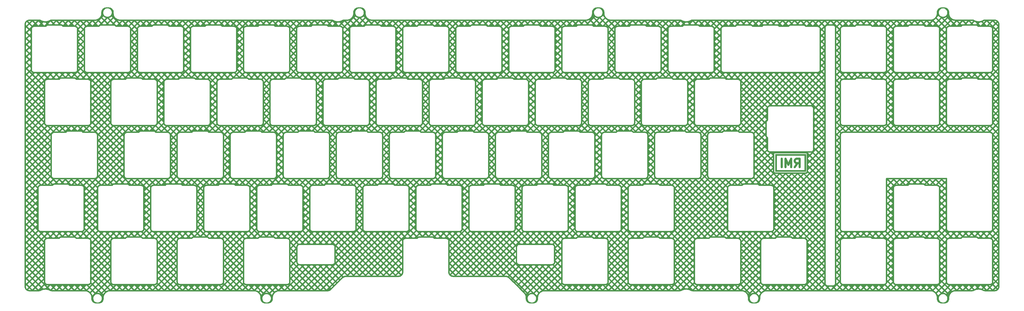
<source format=gbl>
%TF.GenerationSoftware,KiCad,Pcbnew,(6.0.7)*%
%TF.CreationDate,2022-08-11T14:43:39+08:00*%
%TF.ProjectId,SIFRLPlate,53494652-4c50-46c6-9174-652e6b696361,rev?*%
%TF.SameCoordinates,Original*%
%TF.FileFunction,Copper,L2,Bot*%
%TF.FilePolarity,Positive*%
%FSLAX46Y46*%
G04 Gerber Fmt 4.6, Leading zero omitted, Abs format (unit mm)*
G04 Created by KiCad (PCBNEW (6.0.7)) date 2022-08-11 14:43:39*
%MOMM*%
%LPD*%
G01*
G04 APERTURE LIST*
%ADD10C,0.750000*%
%TA.AperFunction,NonConductor*%
%ADD11C,0.750000*%
%TD*%
%TA.AperFunction,EtchedComponent*%
%ADD12C,0.100000*%
%TD*%
G04 APERTURE END LIST*
D10*
%TO.C,REF\u002A\u002A*%
D11*
X280300000Y65742857D02*
X281300000Y67171428D01*
X282014285Y65742857D02*
X282014285Y68742857D01*
X280871428Y68742857D01*
X280585714Y68600000D01*
X280442857Y68457142D01*
X280300000Y68171428D01*
X280300000Y67742857D01*
X280442857Y67457142D01*
X280585714Y67314285D01*
X280871428Y67171428D01*
X282014285Y67171428D01*
X279014285Y65742857D02*
X279014285Y68742857D01*
X278014285Y66600000D01*
X277014285Y68742857D01*
X277014285Y65742857D01*
X275585714Y65742857D02*
X275585714Y68742857D01*
G36*
X284300000Y64600000D02*
G01*
X283800000Y64600000D01*
X283800000Y69850000D01*
X284300000Y69850000D01*
X284300000Y64600000D01*
G37*
D12*
X284300000Y64600000D02*
X283800000Y64600000D01*
X283800000Y69850000D01*
X284300000Y69850000D01*
X284300000Y64600000D01*
G36*
X273800000Y64600000D02*
G01*
X273300000Y64600000D01*
X273300000Y69850000D01*
X273800000Y69850000D01*
X273800000Y64600000D01*
G37*
X273800000Y64600000D02*
X273300000Y64600000D01*
X273300000Y69850000D01*
X273800000Y69850000D01*
X273800000Y64600000D01*
G36*
X284300000Y69850000D02*
G01*
X273300000Y69850000D01*
X273300000Y70350000D01*
X284300000Y70350000D01*
X284300000Y69850000D01*
G37*
X284300000Y69850000D02*
X273300000Y69850000D01*
X273300000Y70350000D01*
X284300000Y70350000D01*
X284300000Y69850000D01*
G36*
X284300000Y64100000D02*
G01*
X273300000Y64100000D01*
X273300000Y64600000D01*
X284300000Y64600000D01*
X284300000Y64100000D01*
G37*
X284300000Y64100000D02*
X273300000Y64100000D01*
X273300000Y64600000D01*
X284300000Y64600000D01*
X284300000Y64100000D01*
%TD*%
%TA.AperFunction,NonConductor*%
G36*
X34037103Y123082814D02*
G01*
X34050000Y123080249D01*
X34062172Y123082670D01*
X34074579Y123082670D01*
X34074579Y123082030D01*
X34085358Y123082706D01*
X34271047Y123069425D01*
X34289422Y123068111D01*
X34307216Y123065553D01*
X34532965Y123016445D01*
X34550214Y123011380D01*
X34766670Y122930647D01*
X34783023Y122923179D01*
X34985790Y122812461D01*
X35000913Y122802742D01*
X35185857Y122664297D01*
X35199444Y122652524D01*
X35362806Y122489165D01*
X35374575Y122475583D01*
X35500878Y122306867D01*
X35513024Y122290642D01*
X35522744Y122275518D01*
X35633467Y122072748D01*
X35640934Y122056400D01*
X35721675Y121839934D01*
X35726737Y121822697D01*
X35733712Y121790636D01*
X35775848Y121596951D01*
X35778407Y121579157D01*
X35792996Y121375222D01*
X35792314Y121364310D01*
X35792935Y121364310D01*
X35792935Y121351902D01*
X35790514Y121339730D01*
X35792935Y121327560D01*
X35792935Y121327559D01*
X35793079Y121326835D01*
X35795500Y121302252D01*
X35795500Y121027218D01*
X35793079Y121002635D01*
X35790514Y120989740D01*
X35791807Y120983238D01*
X35792378Y120973792D01*
X35792378Y120973791D01*
X35804206Y120778193D01*
X35807877Y120717494D01*
X35810998Y120700464D01*
X35848103Y120497969D01*
X35857036Y120449217D01*
X35858170Y120445578D01*
X35858172Y120445571D01*
X35865429Y120422281D01*
X35938175Y120188823D01*
X35939742Y120185342D01*
X35939742Y120185341D01*
X35939745Y120185334D01*
X36050109Y119940107D01*
X36191206Y119706697D01*
X36193554Y119703700D01*
X36193556Y119703697D01*
X36213422Y119678340D01*
X36359410Y119491996D01*
X36552267Y119299136D01*
X36621101Y119245207D01*
X36675034Y119202953D01*
X36766964Y119130929D01*
X36770218Y119128962D01*
X36997111Y118991798D01*
X36997116Y118991796D01*
X37000372Y118989827D01*
X37249086Y118877889D01*
X37252711Y118876759D01*
X37252720Y118876756D01*
X37413261Y118826729D01*
X37509479Y118796746D01*
X37513224Y118796060D01*
X37513231Y118796058D01*
X37676856Y118766073D01*
X37777755Y118747582D01*
X37781547Y118747353D01*
X37781552Y118747352D01*
X37887923Y118740918D01*
X38043751Y118731492D01*
X38050000Y118730249D01*
X38062897Y118732814D01*
X38087476Y118735235D01*
X113837650Y118735235D01*
X113862233Y118732814D01*
X113862957Y118732670D01*
X113862958Y118732670D01*
X113875128Y118730249D01*
X113887299Y118732670D01*
X113899709Y118732670D01*
X113899709Y118732308D01*
X113910569Y118733039D01*
X114009491Y118726910D01*
X114082767Y118722370D01*
X114098218Y118720448D01*
X114207518Y118699924D01*
X114295020Y118683493D01*
X114310124Y118679676D01*
X114500841Y118618723D01*
X114515360Y118613072D01*
X114671941Y118540678D01*
X114671997Y118540652D01*
X114681171Y118534872D01*
X114681345Y118535195D01*
X114692269Y118529299D01*
X114701830Y118521387D01*
X114707939Y118519507D01*
X114715810Y118515749D01*
X114969136Y118394800D01*
X114993235Y118383294D01*
X115296499Y118273811D01*
X115299509Y118273051D01*
X115299514Y118273049D01*
X115527918Y118215344D01*
X115609099Y118194834D01*
X115612169Y118194375D01*
X115612173Y118194374D01*
X115924902Y118147595D01*
X115924909Y118147594D01*
X115927973Y118147136D01*
X115931068Y118146983D01*
X115931075Y118146982D01*
X116246891Y118131339D01*
X116250000Y118131185D01*
X116253109Y118131339D01*
X116568925Y118146982D01*
X116568932Y118146983D01*
X116572027Y118147136D01*
X116575091Y118147594D01*
X116575098Y118147595D01*
X116887827Y118194374D01*
X116887831Y118194375D01*
X116890901Y118194834D01*
X116972082Y118215344D01*
X117027064Y118229235D01*
X119170288Y118229235D01*
X119736236Y117663287D01*
X120456070Y118383121D01*
X121171662Y118383121D01*
X121891496Y117663287D01*
X122611332Y118383122D01*
X123326923Y118383122D01*
X124046759Y117663287D01*
X124766593Y118383121D01*
X125482185Y118383121D01*
X126202019Y117663287D01*
X126915552Y118376819D01*
X127643750Y118376819D01*
X128357282Y117663287D01*
X128923230Y118229235D01*
X129946594Y118229235D01*
X130512542Y117663287D01*
X131078490Y118229235D01*
X132101857Y118229235D01*
X132667805Y117663287D01*
X133233753Y118229235D01*
X134257117Y118229235D01*
X134823065Y117663287D01*
X135389013Y118229235D01*
X136412380Y118229235D01*
X136978328Y117663287D01*
X137544276Y118229235D01*
X138567640Y118229235D01*
X139133588Y117663287D01*
X139699536Y118229235D01*
X140722901Y118229235D01*
X141288850Y117663286D01*
X141854799Y118229235D01*
X142878163Y118229235D01*
X143444111Y117663287D01*
X144010059Y118229235D01*
X145033424Y118229235D01*
X145599373Y117663286D01*
X146165322Y118229235D01*
X147188687Y118229235D01*
X147754635Y117663287D01*
X148320583Y118229235D01*
X149343947Y118229235D01*
X149909896Y117663286D01*
X150475845Y118229235D01*
X151499210Y118229235D01*
X152065158Y117663287D01*
X152631106Y118229235D01*
X153654470Y118229235D01*
X154220419Y117663286D01*
X154786368Y118229235D01*
X155809733Y118229235D01*
X156375681Y117663287D01*
X156941629Y118229235D01*
X157964993Y118229235D01*
X158530941Y117663287D01*
X159096889Y118229235D01*
X160120256Y118229235D01*
X160686204Y117663287D01*
X161252152Y118229235D01*
X162275516Y118229235D01*
X162841464Y117663287D01*
X163407412Y118229235D01*
X164430779Y118229235D01*
X164996727Y117663287D01*
X165562675Y118229235D01*
X166586039Y118229235D01*
X167151987Y117663287D01*
X167717935Y118229235D01*
X168741302Y118229235D01*
X169307250Y117663287D01*
X169873198Y118229235D01*
X170896562Y118229235D01*
X171462510Y117663287D01*
X172028458Y118229235D01*
X173051825Y118229235D01*
X173617773Y117663287D01*
X174183721Y118229235D01*
X175207085Y118229235D01*
X175773033Y117663287D01*
X176338981Y118229235D01*
X177362346Y118229235D01*
X177928295Y117663286D01*
X178494244Y118229235D01*
X179517608Y118229235D01*
X180083556Y117663287D01*
X180649504Y118229235D01*
X181672869Y118229235D01*
X182238818Y117663286D01*
X182804767Y118229235D01*
X183828132Y118229235D01*
X184394080Y117663287D01*
X184960028Y118229235D01*
X185983392Y118229235D01*
X186549341Y117663286D01*
X187115290Y118229235D01*
X188138655Y118229235D01*
X188704603Y117663287D01*
X189270551Y118229235D01*
X190293915Y118229235D01*
X190859863Y117663287D01*
X191425811Y118229235D01*
X192449178Y118229235D01*
X193015126Y117663287D01*
X193581074Y118229235D01*
X194604438Y118229235D01*
X195170386Y117663287D01*
X195736334Y118229235D01*
X196759701Y118229235D01*
X197325649Y117663287D01*
X197891597Y118229235D01*
X198914961Y118229235D01*
X199480909Y117663287D01*
X200046857Y118229235D01*
X201070224Y118229235D01*
X201636172Y117663287D01*
X202202120Y118229235D01*
X203225484Y118229235D01*
X203791432Y117663287D01*
X204357380Y118229235D01*
X203225484Y118229235D01*
X202202120Y118229235D01*
X201070224Y118229235D01*
X200046857Y118229235D01*
X198914961Y118229235D01*
X197891597Y118229235D01*
X196759701Y118229235D01*
X195736334Y118229235D01*
X194604438Y118229235D01*
X193581074Y118229235D01*
X192449178Y118229235D01*
X191425811Y118229235D01*
X190293915Y118229235D01*
X189270551Y118229235D01*
X188138655Y118229235D01*
X187115290Y118229235D01*
X185983392Y118229235D01*
X184960028Y118229235D01*
X183828132Y118229235D01*
X182804767Y118229235D01*
X181672869Y118229235D01*
X180649504Y118229235D01*
X179517608Y118229235D01*
X178494244Y118229235D01*
X177362346Y118229235D01*
X176338981Y118229235D01*
X175207085Y118229235D01*
X174183721Y118229235D01*
X173051825Y118229235D01*
X172028458Y118229235D01*
X170896562Y118229235D01*
X169873198Y118229235D01*
X168741302Y118229235D01*
X167717935Y118229235D01*
X166586039Y118229235D01*
X165562675Y118229235D01*
X164430779Y118229235D01*
X163407412Y118229235D01*
X162275516Y118229235D01*
X161252152Y118229235D01*
X160120256Y118229235D01*
X159096889Y118229235D01*
X157964993Y118229235D01*
X156941629Y118229235D01*
X155809733Y118229235D01*
X154786368Y118229235D01*
X153654470Y118229235D01*
X152631106Y118229235D01*
X151499210Y118229235D01*
X150475845Y118229235D01*
X149343947Y118229235D01*
X148320583Y118229235D01*
X147188687Y118229235D01*
X146165322Y118229235D01*
X145033424Y118229235D01*
X144010059Y118229235D01*
X142878163Y118229235D01*
X141854799Y118229235D01*
X140722901Y118229235D01*
X139699536Y118229235D01*
X138567640Y118229235D01*
X137544276Y118229235D01*
X136412380Y118229235D01*
X135389013Y118229235D01*
X134257117Y118229235D01*
X133233753Y118229235D01*
X132101857Y118229235D01*
X131078490Y118229235D01*
X129946594Y118229235D01*
X128923230Y118229235D01*
X128594311Y118229235D01*
X128574433Y118227277D01*
X128562081Y118226670D01*
X128523700Y118226670D01*
X128521847Y118227214D01*
X128500699Y118226415D01*
X128421776Y118231189D01*
X205378793Y118231189D01*
X205946695Y117663287D01*
X206666529Y118383121D01*
X207382121Y118383121D01*
X208101955Y117663287D01*
X208821790Y118383121D01*
X209537382Y118383121D01*
X210257217Y117663286D01*
X210977052Y118383121D01*
X211692644Y118383121D01*
X212412478Y117663287D01*
X212989842Y118240650D01*
X213990376Y118240650D01*
X214567740Y117663286D01*
X215133689Y118229235D01*
X216157053Y118229235D01*
X216723001Y117663287D01*
X217288949Y118229235D01*
X218312314Y118229235D01*
X218878263Y117663286D01*
X219444212Y118229235D01*
X220467577Y118229235D01*
X221033525Y117663287D01*
X221599473Y118229235D01*
X222622837Y118229235D01*
X223188786Y117663286D01*
X223754735Y118229235D01*
X224778100Y118229235D01*
X225344048Y117663287D01*
X225909996Y118229235D01*
X226933360Y118229235D01*
X227499308Y117663287D01*
X228065256Y118229235D01*
X229088623Y118229235D01*
X229654571Y117663287D01*
X230220519Y118229235D01*
X231243883Y118229235D01*
X231809831Y117663287D01*
X232375779Y118229235D01*
X233399146Y118229235D01*
X233965094Y117663287D01*
X234531042Y118229235D01*
X235554406Y118229235D01*
X236120354Y117663287D01*
X236686302Y118229235D01*
X237709669Y118229235D01*
X238275617Y117663287D01*
X238841565Y118229235D01*
X237709669Y118229235D01*
X236686302Y118229235D01*
X235554406Y118229235D01*
X234531042Y118229235D01*
X233399146Y118229235D01*
X232375779Y118229235D01*
X231243883Y118229235D01*
X230220519Y118229235D01*
X229088623Y118229235D01*
X228065256Y118229235D01*
X226933360Y118229235D01*
X225909996Y118229235D01*
X224778100Y118229235D01*
X223754735Y118229235D01*
X222622837Y118229235D01*
X221599473Y118229235D01*
X220467577Y118229235D01*
X219444212Y118229235D01*
X218312314Y118229235D01*
X217288949Y118229235D01*
X216157053Y118229235D01*
X215133689Y118229235D01*
X214319311Y118229235D01*
X214299433Y118227277D01*
X214287081Y118226670D01*
X214248700Y118226670D01*
X214246847Y118227214D01*
X214225699Y118226415D01*
X213990376Y118240650D01*
X212989842Y118240650D01*
X213132314Y118383122D01*
X212968498Y118546938D01*
X212967756Y118547342D01*
X212954388Y118554881D01*
X212951097Y118556803D01*
X212717689Y118697905D01*
X212714460Y118699924D01*
X212701580Y118708252D01*
X212698420Y118710364D01*
X212685898Y118719007D01*
X212682796Y118721218D01*
X212670433Y118730315D01*
X212667402Y118732616D01*
X212452705Y118900823D01*
X212449746Y118903214D01*
X212437959Y118913037D01*
X212435070Y118915520D01*
X212423681Y118925610D01*
X212420875Y118928173D01*
X212409703Y118938689D01*
X212406968Y118941342D01*
X212328917Y119019394D01*
X211692644Y118383121D01*
X210977052Y118383121D01*
X210257217Y119102956D01*
X209537382Y118383121D01*
X208821790Y118383121D01*
X208821791Y118383122D01*
X208101956Y119102957D01*
X207382121Y118383121D01*
X206666529Y118383121D01*
X206666530Y118383122D01*
X206520810Y118528842D01*
X206519816Y118528376D01*
X206271099Y118416436D01*
X206267608Y118414928D01*
X206253438Y118409058D01*
X206249899Y118407654D01*
X206235672Y118402258D01*
X206232090Y118400961D01*
X206217580Y118395954D01*
X206213965Y118394767D01*
X205953567Y118313623D01*
X205949915Y118312546D01*
X205935132Y118308425D01*
X205931450Y118307458D01*
X205916677Y118303817D01*
X205912968Y118302962D01*
X205897971Y118299743D01*
X205894241Y118299001D01*
X205625962Y118249836D01*
X205622208Y118249206D01*
X205607037Y118246897D01*
X205603265Y118246382D01*
X205588160Y118244548D01*
X205584381Y118244146D01*
X205569102Y118242757D01*
X205565302Y118242470D01*
X205378793Y118231189D01*
X128421776Y118231189D01*
X128234703Y118242505D01*
X128230905Y118242792D01*
X128215624Y118244181D01*
X128211842Y118244583D01*
X128196738Y118246417D01*
X128192964Y118246933D01*
X128177796Y118249242D01*
X128174046Y118249871D01*
X127905770Y118299035D01*
X127902042Y118299776D01*
X127887048Y118302994D01*
X127883338Y118303849D01*
X127868564Y118307490D01*
X127864883Y118308457D01*
X127850095Y118312579D01*
X127846440Y118313657D01*
X127643750Y118376819D01*
X126915552Y118376819D01*
X126921855Y118383122D01*
X126202020Y119102957D01*
X125482185Y118383121D01*
X124766593Y118383121D01*
X124046758Y119102957D01*
X123326923Y118383122D01*
X122611332Y118383122D01*
X121891497Y119102957D01*
X121171662Y118383121D01*
X120456070Y118383121D01*
X120456071Y118383122D01*
X120455008Y118384185D01*
X120228567Y118313623D01*
X120224915Y118312546D01*
X120210132Y118308425D01*
X120206450Y118307458D01*
X120191677Y118303817D01*
X120187968Y118302962D01*
X120172971Y118299743D01*
X120169241Y118299001D01*
X119900962Y118249836D01*
X119897208Y118249206D01*
X119882037Y118246897D01*
X119878265Y118246382D01*
X119863160Y118244548D01*
X119859381Y118244146D01*
X119844102Y118242757D01*
X119840302Y118242470D01*
X119574048Y118226365D01*
X119553266Y118227152D01*
X119551054Y118226671D01*
X119512929Y118226670D01*
X119500576Y118227277D01*
X119480695Y118229235D01*
X119170288Y118229235D01*
X117027064Y118229235D01*
X117200486Y118273049D01*
X117200491Y118273051D01*
X117203501Y118273811D01*
X117506765Y118383294D01*
X117516138Y118387769D01*
X117783225Y118515288D01*
X117783226Y118515289D01*
X117792061Y118519507D01*
X117798170Y118521387D01*
X117807731Y118529299D01*
X117818656Y118535195D01*
X117818828Y118534877D01*
X117828035Y118540678D01*
X117984634Y118613080D01*
X117999152Y118618731D01*
X118189840Y118679676D01*
X118189877Y118679688D01*
X118204978Y118683503D01*
X118401779Y118720457D01*
X118417234Y118722380D01*
X118467669Y118725505D01*
X118589394Y118733046D01*
X118600292Y118732313D01*
X118600292Y118732669D01*
X118612702Y118732669D01*
X118624872Y118730249D01*
X118637238Y118732709D01*
X118637767Y118732814D01*
X118662350Y118735235D01*
X119500024Y118735235D01*
X119524603Y118732814D01*
X119537500Y118730249D01*
X119543496Y118731442D01*
X119553222Y118732030D01*
X119553223Y118732030D01*
X119805955Y118747317D01*
X119805962Y118747318D01*
X119809750Y118747547D01*
X119813486Y118748232D01*
X119813489Y118748232D01*
X120074288Y118796026D01*
X120074295Y118796028D01*
X120078029Y118796712D01*
X120338427Y118877856D01*
X120444531Y118925610D01*
X120583679Y118988236D01*
X120583686Y118988240D01*
X120587144Y118989796D01*
X120820555Y119130900D01*
X120912523Y119202953D01*
X120967873Y119246318D01*
X121035256Y119299110D01*
X121196896Y119460753D01*
X122249293Y119460753D01*
X122969128Y118740917D01*
X123523675Y119295464D01*
X123508742Y119299049D01*
X124566257Y119299049D01*
X125124389Y118740918D01*
X125844224Y119460753D01*
X125475823Y119829154D01*
X125472575Y119825641D01*
X125469143Y119822073D01*
X125455162Y119808092D01*
X125451594Y119804660D01*
X125436948Y119791122D01*
X125433251Y119787838D01*
X125253176Y119634040D01*
X125249353Y119630902D01*
X125233699Y119618561D01*
X125229757Y119615577D01*
X125213762Y119603955D01*
X125209704Y119601126D01*
X125193113Y119590039D01*
X125188941Y119587368D01*
X124987025Y119463634D01*
X124982753Y119461131D01*
X124965349Y119451385D01*
X124960987Y119449053D01*
X124943370Y119440077D01*
X124938921Y119437919D01*
X124920813Y119429571D01*
X124916279Y119427588D01*
X124697492Y119336963D01*
X124692890Y119335162D01*
X124674181Y119328259D01*
X124669502Y119326636D01*
X124650698Y119320526D01*
X124645960Y119319089D01*
X124626762Y119313675D01*
X124621977Y119312426D01*
X124566257Y119299049D01*
X123508742Y119299049D01*
X123453023Y119312426D01*
X123448238Y119313675D01*
X123429040Y119319089D01*
X123424302Y119320526D01*
X123405498Y119326636D01*
X123400819Y119328259D01*
X123382110Y119335162D01*
X123377508Y119336963D01*
X123158721Y119427588D01*
X123154187Y119429571D01*
X123136079Y119437919D01*
X123131630Y119440077D01*
X123114013Y119449053D01*
X123109651Y119451385D01*
X123092247Y119461131D01*
X123087975Y119463634D01*
X122886059Y119587368D01*
X122881887Y119590039D01*
X122865296Y119601126D01*
X122861238Y119603955D01*
X122845243Y119615577D01*
X122841301Y119618561D01*
X122825647Y119630902D01*
X122821824Y119634040D01*
X122641749Y119787838D01*
X122638052Y119791122D01*
X122623406Y119804660D01*
X122619838Y119808092D01*
X122608235Y119819695D01*
X122249293Y119460753D01*
X121196896Y119460753D01*
X121228116Y119491973D01*
X121396322Y119706677D01*
X121398309Y119709963D01*
X121480952Y119846676D01*
X121537422Y119940091D01*
X121649358Y120188810D01*
X121687622Y120311607D01*
X121729362Y120445563D01*
X121729364Y120445571D01*
X121730498Y120449209D01*
X121770204Y120665897D01*
X121778972Y120713744D01*
X121778973Y120713751D01*
X121779658Y120717490D01*
X121783329Y120778193D01*
X121795110Y120973019D01*
X121795110Y120973020D01*
X121795743Y120983491D01*
X121796986Y120989740D01*
X121794421Y121002635D01*
X121792000Y121027218D01*
X121792000Y121239735D01*
X122528348Y121239735D01*
X122528736Y121234805D01*
X122528736Y121234802D01*
X122536350Y121138055D01*
X122546928Y121003652D01*
X122548082Y120998845D01*
X122548083Y120998839D01*
X122554696Y120971294D01*
X122602211Y120773381D01*
X122604104Y120768810D01*
X122604105Y120768808D01*
X122646733Y120665897D01*
X122692836Y120554594D01*
X122816570Y120352678D01*
X122970368Y120172603D01*
X123150443Y120018805D01*
X123352359Y119895071D01*
X123356929Y119893178D01*
X123356933Y119893176D01*
X123566573Y119806340D01*
X123566575Y119806339D01*
X123571146Y119804446D01*
X123626645Y119791122D01*
X123796604Y119750318D01*
X123796610Y119750317D01*
X123801417Y119749163D01*
X124037500Y119730583D01*
X124273583Y119749163D01*
X124278390Y119750317D01*
X124278396Y119750318D01*
X124448355Y119791122D01*
X124503854Y119804446D01*
X124508425Y119806339D01*
X124508427Y119806340D01*
X124718067Y119893176D01*
X124718071Y119893178D01*
X124722641Y119895071D01*
X124924557Y120018805D01*
X125104632Y120172603D01*
X125258430Y120352678D01*
X125382164Y120554594D01*
X125428268Y120665897D01*
X125470895Y120768808D01*
X125470896Y120768810D01*
X125472789Y120773381D01*
X125520304Y120971294D01*
X125526917Y120998839D01*
X125526918Y120998845D01*
X125528072Y121003652D01*
X125546652Y121239735D01*
X125528072Y121475818D01*
X125501107Y121588138D01*
X125473944Y121701277D01*
X125472789Y121706089D01*
X125470895Y121710662D01*
X125384059Y121920302D01*
X125384057Y121920306D01*
X125382164Y121924876D01*
X125258430Y122126792D01*
X125104632Y122306867D01*
X124924557Y122460665D01*
X124722641Y122584399D01*
X124718071Y122586292D01*
X124718067Y122586294D01*
X124508427Y122673130D01*
X124508425Y122673131D01*
X124503854Y122675024D01*
X124424001Y122694195D01*
X124278396Y122729152D01*
X124278390Y122729153D01*
X124273583Y122730307D01*
X124037500Y122748887D01*
X123801417Y122730307D01*
X123796610Y122729153D01*
X123796604Y122729152D01*
X123650999Y122694195D01*
X123571146Y122675024D01*
X123566575Y122673131D01*
X123566573Y122673130D01*
X123356933Y122586294D01*
X123356929Y122586292D01*
X123352359Y122584399D01*
X123150443Y122460665D01*
X122970368Y122306867D01*
X122816570Y122126792D01*
X122692836Y121924876D01*
X122690943Y121920306D01*
X122690941Y121920302D01*
X122604105Y121710662D01*
X122602211Y121706089D01*
X122601056Y121701277D01*
X122573894Y121588138D01*
X122546928Y121475818D01*
X122529442Y121253634D01*
X122528348Y121239735D01*
X121792000Y121239735D01*
X121792000Y121302252D01*
X121794421Y121326835D01*
X121794565Y121327560D01*
X121796986Y121339730D01*
X121794566Y121351900D01*
X121794566Y121364311D01*
X121795204Y121364311D01*
X121794530Y121375094D01*
X121809128Y121579152D01*
X121811687Y121596946D01*
X121814958Y121611982D01*
X121860797Y121822685D01*
X121865861Y121839931D01*
X121897546Y121924876D01*
X121946598Y122056384D01*
X121954066Y122072736D01*
X122033170Y122217602D01*
X122064785Y122275499D01*
X122074503Y122290620D01*
X122074520Y122290642D01*
X122212948Y122475556D01*
X122224720Y122489142D01*
X122388079Y122652498D01*
X122401666Y122664271D01*
X122417574Y122676179D01*
X122586606Y122802713D01*
X122601729Y122812432D01*
X122804492Y122923147D01*
X122820845Y122930615D01*
X123037296Y123011347D01*
X123054545Y123016412D01*
X123280289Y123065519D01*
X123298083Y123068077D01*
X123502263Y123082680D01*
X123512917Y123082014D01*
X123512917Y123082670D01*
X123525330Y123082670D01*
X123537500Y123080249D01*
X123550397Y123082814D01*
X123574976Y123085235D01*
X124500024Y123085235D01*
X124524603Y123082814D01*
X124537500Y123080249D01*
X124549672Y123082670D01*
X124562079Y123082670D01*
X124562079Y123082030D01*
X124572858Y123082706D01*
X124758547Y123069425D01*
X124776922Y123068111D01*
X124794716Y123065553D01*
X125020465Y123016445D01*
X125037714Y123011380D01*
X125254170Y122930647D01*
X125270523Y122923179D01*
X125473290Y122812461D01*
X125488413Y122802742D01*
X125673357Y122664297D01*
X125686944Y122652524D01*
X125850306Y122489165D01*
X125862075Y122475583D01*
X125988378Y122306867D01*
X126000524Y122290642D01*
X126010244Y122275518D01*
X126120967Y122072748D01*
X126128434Y122056400D01*
X126209175Y121839934D01*
X126214237Y121822697D01*
X126221212Y121790636D01*
X126263348Y121596951D01*
X126265907Y121579157D01*
X126280496Y121375222D01*
X126279814Y121364310D01*
X126280435Y121364310D01*
X126280435Y121351902D01*
X126278014Y121339730D01*
X126280435Y121327560D01*
X126280435Y121327559D01*
X126280579Y121326835D01*
X126283000Y121302252D01*
X126283000Y121027218D01*
X126280579Y121002635D01*
X126278014Y120989740D01*
X126279307Y120983238D01*
X126279878Y120973792D01*
X126279878Y120973791D01*
X126291706Y120778193D01*
X126295377Y120717494D01*
X126298498Y120700464D01*
X126335603Y120497969D01*
X126344536Y120449217D01*
X126345670Y120445578D01*
X126345672Y120445571D01*
X126352929Y120422281D01*
X126425675Y120188823D01*
X126427242Y120185342D01*
X126427242Y120185341D01*
X126427245Y120185334D01*
X126537609Y119940107D01*
X126678706Y119706697D01*
X126681054Y119703700D01*
X126681056Y119703697D01*
X126700922Y119678340D01*
X126846910Y119491996D01*
X127039767Y119299136D01*
X127108601Y119245207D01*
X127162534Y119202953D01*
X127254464Y119130929D01*
X127257718Y119128962D01*
X127484611Y118991798D01*
X127484616Y118991796D01*
X127487872Y118989827D01*
X127736586Y118877889D01*
X127740211Y118876759D01*
X127740220Y118876756D01*
X127900761Y118826729D01*
X127996979Y118796746D01*
X128000724Y118796060D01*
X128000731Y118796058D01*
X128164356Y118766073D01*
X128265255Y118747582D01*
X128269047Y118747353D01*
X128269052Y118747352D01*
X128375423Y118740918D01*
X128531251Y118731492D01*
X128537500Y118730249D01*
X128550397Y118732814D01*
X128574976Y118735235D01*
X205225024Y118735235D01*
X205249603Y118732814D01*
X205262500Y118730249D01*
X205268496Y118731442D01*
X205278222Y118732030D01*
X205278223Y118732030D01*
X205530955Y118747317D01*
X205530962Y118747318D01*
X205534750Y118747547D01*
X205538486Y118748232D01*
X205538489Y118748232D01*
X205799288Y118796026D01*
X205799295Y118796028D01*
X205803029Y118796712D01*
X206063427Y118877856D01*
X206169531Y118925610D01*
X206308679Y118988236D01*
X206308686Y118988240D01*
X206312144Y118989796D01*
X206545555Y119130900D01*
X206637523Y119202953D01*
X206692873Y119246318D01*
X206760256Y119299110D01*
X206921895Y119460752D01*
X208459751Y119460752D01*
X209179586Y118740917D01*
X209669042Y119230373D01*
X209486717Y119244722D01*
X209481795Y119245207D01*
X209461988Y119247551D01*
X209457085Y119248229D01*
X209437557Y119251322D01*
X209432685Y119252192D01*
X209413125Y119256083D01*
X209408294Y119257143D01*
X209178023Y119312426D01*
X209173238Y119313675D01*
X209154040Y119319089D01*
X209149302Y119320526D01*
X209130498Y119326636D01*
X209125819Y119328259D01*
X209107110Y119335162D01*
X209102508Y119336963D01*
X208883721Y119427588D01*
X208879187Y119429571D01*
X208878927Y119429691D01*
X210646074Y119429691D01*
X211334848Y118740917D01*
X211998218Y119404287D01*
X211993985Y119410041D01*
X211991774Y119413143D01*
X211983131Y119425666D01*
X211981017Y119428831D01*
X211972693Y119441707D01*
X211970678Y119444930D01*
X211829581Y119678340D01*
X211827661Y119681627D01*
X211820124Y119694991D01*
X211819743Y119695691D01*
X211419531Y120095904D01*
X211414867Y120088294D01*
X211412196Y120084122D01*
X211401109Y120067531D01*
X211398280Y120063473D01*
X211386658Y120047478D01*
X211383674Y120043536D01*
X211371333Y120027882D01*
X211368195Y120024059D01*
X211214397Y119843984D01*
X211211113Y119840287D01*
X211197575Y119825641D01*
X211194143Y119822073D01*
X211180162Y119808092D01*
X211176594Y119804660D01*
X211161948Y119791122D01*
X211158251Y119787838D01*
X210978176Y119634040D01*
X210974353Y119630902D01*
X210958699Y119618561D01*
X210954757Y119615577D01*
X210938762Y119603955D01*
X210934704Y119601126D01*
X210918113Y119590039D01*
X210913941Y119587368D01*
X210712025Y119463634D01*
X210707753Y119461131D01*
X210690349Y119451385D01*
X210685987Y119449053D01*
X210668370Y119440077D01*
X210663921Y119437919D01*
X210646074Y119429691D01*
X208878927Y119429691D01*
X208861079Y119437919D01*
X208856630Y119440077D01*
X208839013Y119449053D01*
X208834651Y119451385D01*
X208817247Y119461131D01*
X208812975Y119463634D01*
X208611059Y119587368D01*
X208606887Y119590039D01*
X208596188Y119597189D01*
X208459751Y119460752D01*
X206921895Y119460752D01*
X206953116Y119491973D01*
X207121322Y119706677D01*
X207123309Y119709963D01*
X207205952Y119846676D01*
X207262422Y119940091D01*
X207374358Y120188810D01*
X207412622Y120311607D01*
X207454362Y120445563D01*
X207454364Y120445571D01*
X207455498Y120449209D01*
X207495204Y120665897D01*
X207503972Y120713744D01*
X207503973Y120713751D01*
X207504658Y120717490D01*
X207508329Y120778193D01*
X207520110Y120973019D01*
X207520110Y120973020D01*
X207520743Y120983491D01*
X207521986Y120989740D01*
X207519421Y121002635D01*
X207517000Y121027218D01*
X207517000Y121239735D01*
X208253348Y121239735D01*
X208253736Y121234805D01*
X208253736Y121234802D01*
X208261350Y121138055D01*
X208271928Y121003652D01*
X208273082Y120998845D01*
X208273083Y120998839D01*
X208279696Y120971294D01*
X208327211Y120773381D01*
X208329104Y120768810D01*
X208329105Y120768808D01*
X208371733Y120665897D01*
X208417836Y120554594D01*
X208541570Y120352678D01*
X208695368Y120172603D01*
X208875443Y120018805D01*
X209077359Y119895071D01*
X209081929Y119893178D01*
X209081933Y119893176D01*
X209291573Y119806340D01*
X209291575Y119806339D01*
X209296146Y119804446D01*
X209351645Y119791122D01*
X209521604Y119750318D01*
X209521610Y119750317D01*
X209526417Y119749163D01*
X209762500Y119730583D01*
X209998583Y119749163D01*
X210003390Y119750317D01*
X210003396Y119750318D01*
X210173355Y119791122D01*
X210228854Y119804446D01*
X210233425Y119806339D01*
X210233427Y119806340D01*
X210443067Y119893176D01*
X210443071Y119893178D01*
X210447641Y119895071D01*
X210649557Y120018805D01*
X210829632Y120172603D01*
X210983430Y120352678D01*
X211107164Y120554594D01*
X211153268Y120665897D01*
X211195895Y120768808D01*
X211195896Y120768810D01*
X211197789Y120773381D01*
X211245304Y120971294D01*
X211251917Y120998839D01*
X211251918Y120998845D01*
X211253072Y121003652D01*
X211271652Y121239735D01*
X211253072Y121475818D01*
X211226107Y121588138D01*
X211198944Y121701277D01*
X211197789Y121706089D01*
X211195895Y121710662D01*
X211109059Y121920302D01*
X211109057Y121920306D01*
X211107164Y121924876D01*
X210983430Y122126792D01*
X210829632Y122306867D01*
X210649557Y122460665D01*
X210447641Y122584399D01*
X210443071Y122586292D01*
X210443067Y122586294D01*
X210233427Y122673130D01*
X210233425Y122673131D01*
X210228854Y122675024D01*
X210149001Y122694195D01*
X210003396Y122729152D01*
X210003390Y122729153D01*
X209998583Y122730307D01*
X209762500Y122748887D01*
X209526417Y122730307D01*
X209521610Y122729153D01*
X209521604Y122729152D01*
X209375999Y122694195D01*
X209296146Y122675024D01*
X209291575Y122673131D01*
X209291573Y122673130D01*
X209081933Y122586294D01*
X209081929Y122586292D01*
X209077359Y122584399D01*
X208875443Y122460665D01*
X208695368Y122306867D01*
X208541570Y122126792D01*
X208417836Y121924876D01*
X208415943Y121920306D01*
X208415941Y121920302D01*
X208329105Y121710662D01*
X208327211Y121706089D01*
X208326056Y121701277D01*
X208298894Y121588138D01*
X208271928Y121475818D01*
X208254442Y121253634D01*
X208253348Y121239735D01*
X207517000Y121239735D01*
X207517000Y121302252D01*
X207519421Y121326835D01*
X207519565Y121327560D01*
X207521986Y121339730D01*
X207519566Y121351900D01*
X207519566Y121364311D01*
X207520204Y121364311D01*
X207519530Y121375094D01*
X207534128Y121579152D01*
X207536687Y121596946D01*
X207539958Y121611982D01*
X207585797Y121822685D01*
X207590861Y121839931D01*
X207622546Y121924876D01*
X207671598Y122056384D01*
X207679066Y122072736D01*
X207758170Y122217602D01*
X207789785Y122275499D01*
X207799503Y122290620D01*
X207799520Y122290642D01*
X207937948Y122475556D01*
X207949720Y122489142D01*
X208113079Y122652498D01*
X208126666Y122664271D01*
X208142574Y122676179D01*
X208311606Y122802713D01*
X208326729Y122812432D01*
X208529492Y122923147D01*
X208545845Y122930615D01*
X208762296Y123011347D01*
X208779545Y123016412D01*
X209005289Y123065519D01*
X209023083Y123068077D01*
X209227263Y123082680D01*
X209237917Y123082014D01*
X209237917Y123082670D01*
X209250330Y123082670D01*
X209262500Y123080249D01*
X209275397Y123082814D01*
X209299976Y123085235D01*
X210225024Y123085235D01*
X210249603Y123082814D01*
X210262500Y123080249D01*
X210274672Y123082670D01*
X210287079Y123082670D01*
X210287079Y123082030D01*
X210297858Y123082706D01*
X210483547Y123069425D01*
X210501922Y123068111D01*
X210519716Y123065553D01*
X210745465Y123016445D01*
X210762714Y123011380D01*
X210979170Y122930647D01*
X210995523Y122923179D01*
X211198290Y122812461D01*
X211213413Y122802742D01*
X211398357Y122664297D01*
X211411944Y122652524D01*
X211575306Y122489165D01*
X211587075Y122475583D01*
X211713378Y122306867D01*
X211725524Y122290642D01*
X211735244Y122275518D01*
X211845967Y122072748D01*
X211853434Y122056400D01*
X211934175Y121839934D01*
X211939237Y121822697D01*
X211946212Y121790636D01*
X211988348Y121596951D01*
X211990907Y121579157D01*
X212005496Y121375222D01*
X212004814Y121364310D01*
X212005435Y121364310D01*
X212005435Y121351902D01*
X212003014Y121339730D01*
X212005435Y121327560D01*
X212005435Y121327559D01*
X212005579Y121326835D01*
X212008000Y121302252D01*
X212008000Y121027218D01*
X212005579Y121002635D01*
X212003014Y120989740D01*
X212004307Y120983238D01*
X212004878Y120973792D01*
X212004878Y120973791D01*
X212016706Y120778193D01*
X212020377Y120717494D01*
X212023498Y120700464D01*
X212060603Y120497969D01*
X212069536Y120449217D01*
X212070670Y120445578D01*
X212070672Y120445571D01*
X212077929Y120422281D01*
X212150675Y120188823D01*
X212152242Y120185342D01*
X212152242Y120185341D01*
X212152245Y120185334D01*
X212262609Y119940107D01*
X212403706Y119706697D01*
X212406054Y119703700D01*
X212406056Y119703697D01*
X212425922Y119678340D01*
X212571910Y119491996D01*
X212764767Y119299136D01*
X212833601Y119245207D01*
X212887534Y119202953D01*
X212979464Y119130929D01*
X212982718Y119128962D01*
X213209611Y118991798D01*
X213209616Y118991796D01*
X213212872Y118989827D01*
X213461586Y118877889D01*
X213465211Y118876759D01*
X213465220Y118876756D01*
X213625761Y118826729D01*
X213721979Y118796746D01*
X213725724Y118796060D01*
X213725731Y118796058D01*
X213889356Y118766073D01*
X213990255Y118747582D01*
X213994047Y118747353D01*
X213994052Y118747352D01*
X214100423Y118740918D01*
X214256251Y118731492D01*
X214262500Y118730249D01*
X214275397Y118732814D01*
X214299976Y118735235D01*
X238950150Y118735235D01*
X238974733Y118732814D01*
X238975457Y118732670D01*
X238975458Y118732670D01*
X238987628Y118730249D01*
X238999799Y118732670D01*
X239012209Y118732670D01*
X239012209Y118732308D01*
X239023069Y118733039D01*
X239121991Y118726910D01*
X239195267Y118722370D01*
X239210718Y118720448D01*
X239320018Y118699924D01*
X239407520Y118683493D01*
X239422624Y118679676D01*
X239613341Y118618723D01*
X239627860Y118613072D01*
X239784441Y118540678D01*
X239784497Y118540652D01*
X239793671Y118534872D01*
X239793845Y118535195D01*
X239804769Y118529299D01*
X239814330Y118521387D01*
X239820439Y118519507D01*
X239828310Y118515749D01*
X240081636Y118394800D01*
X240105735Y118383294D01*
X240408999Y118273811D01*
X240412009Y118273051D01*
X240412014Y118273049D01*
X240640418Y118215344D01*
X240721599Y118194834D01*
X240724669Y118194375D01*
X240724673Y118194374D01*
X241037402Y118147595D01*
X241037409Y118147594D01*
X241040473Y118147136D01*
X241043568Y118146983D01*
X241043575Y118146982D01*
X241359391Y118131339D01*
X241362500Y118131185D01*
X241365609Y118131339D01*
X241681425Y118146982D01*
X241681432Y118146983D01*
X241684527Y118147136D01*
X241687591Y118147594D01*
X241687598Y118147595D01*
X242000327Y118194374D01*
X242000331Y118194375D01*
X242003401Y118194834D01*
X242084582Y118215344D01*
X242139564Y118229235D01*
X244175452Y118229235D01*
X244741400Y117663287D01*
X245307348Y118229235D01*
X246330713Y118229235D01*
X246896662Y117663286D01*
X247462611Y118229235D01*
X248485975Y118229235D01*
X249051923Y117663287D01*
X249617871Y118229235D01*
X250641236Y118229235D01*
X251207185Y117663286D01*
X251773134Y118229235D01*
X252796499Y118229235D01*
X253362447Y117663287D01*
X253928395Y118229235D01*
X254951759Y118229235D01*
X255517708Y117663286D01*
X256083657Y118229235D01*
X257107022Y118229235D01*
X257672970Y117663287D01*
X258238918Y118229235D01*
X259262282Y118229235D01*
X259828230Y117663287D01*
X260394178Y118229235D01*
X261417545Y118229235D01*
X261983493Y117663287D01*
X262549441Y118229235D01*
X263572805Y118229235D01*
X264138753Y117663287D01*
X264704701Y118229235D01*
X265728068Y118229235D01*
X266294016Y117663287D01*
X266859964Y118229235D01*
X267883328Y118229235D01*
X268449276Y117663287D01*
X269015224Y118229235D01*
X270038591Y118229235D01*
X270604539Y117663287D01*
X271170487Y118229235D01*
X272193851Y118229235D01*
X272759799Y117663287D01*
X273325747Y118229235D01*
X274349114Y118229235D01*
X274915062Y117663287D01*
X275481010Y118229235D01*
X276504374Y118229235D01*
X277070322Y117663287D01*
X277636270Y118229235D01*
X278659635Y118229235D01*
X279225584Y117663286D01*
X279791533Y118229235D01*
X280814897Y118229235D01*
X281380845Y117663287D01*
X281946793Y118229235D01*
X282970158Y118229235D01*
X283536107Y117663286D01*
X284102056Y118229235D01*
X285125420Y118229235D01*
X285691368Y117663287D01*
X286257316Y118229235D01*
X287280681Y118229235D01*
X287846630Y117663286D01*
X288412579Y118229235D01*
X289435944Y118229235D01*
X290001892Y117663287D01*
X290567840Y118229235D01*
X291591204Y118229235D01*
X292157153Y117663286D01*
X292723102Y118229235D01*
X293746467Y118229235D01*
X294312415Y117663287D01*
X294878363Y118229235D01*
X295901727Y118229235D01*
X296467675Y117663287D01*
X297033623Y118229235D01*
X298056990Y118229235D01*
X298622938Y117663287D01*
X299188886Y118229235D01*
X300212250Y118229235D01*
X300778198Y117663287D01*
X301344146Y118229235D01*
X302367513Y118229235D01*
X302933461Y117663287D01*
X303499409Y118229235D01*
X304522773Y118229235D01*
X305088721Y117663287D01*
X305654669Y118229235D01*
X306678036Y118229235D01*
X307243984Y117663287D01*
X307809932Y118229235D01*
X308833296Y118229235D01*
X309399244Y117663287D01*
X309965192Y118229235D01*
X310988559Y118229235D01*
X311554507Y117663287D01*
X312120455Y118229235D01*
X313143819Y118229235D01*
X313709767Y117663287D01*
X314275715Y118229235D01*
X315299080Y118229235D01*
X315865029Y117663286D01*
X316430978Y118229235D01*
X317454342Y118229235D01*
X318020290Y117663287D01*
X318586238Y118229235D01*
X319609603Y118229235D01*
X320175552Y117663286D01*
X320741501Y118229235D01*
X321764866Y118229235D01*
X322330814Y117663287D01*
X322896762Y118229235D01*
X323920126Y118229235D01*
X324486075Y117663286D01*
X325052024Y118229235D01*
X326075389Y118229235D01*
X326641337Y117663287D01*
X327207285Y118229235D01*
X328230649Y118229235D01*
X328796598Y117663286D01*
X329374847Y118241535D01*
X329124048Y118226365D01*
X329103266Y118227152D01*
X329101054Y118226671D01*
X329062929Y118226670D01*
X329050576Y118227277D01*
X329030695Y118229235D01*
X328230649Y118229235D01*
X327207285Y118229235D01*
X326075389Y118229235D01*
X325052024Y118229235D01*
X323920126Y118229235D01*
X322896762Y118229235D01*
X321764866Y118229235D01*
X320741501Y118229235D01*
X319609603Y118229235D01*
X318586238Y118229235D01*
X317454342Y118229235D01*
X316430978Y118229235D01*
X315299080Y118229235D01*
X314275715Y118229235D01*
X313143819Y118229235D01*
X312120455Y118229235D01*
X310988559Y118229235D01*
X309965192Y118229235D01*
X308833296Y118229235D01*
X307809932Y118229235D01*
X306678036Y118229235D01*
X305654669Y118229235D01*
X304522773Y118229235D01*
X303499409Y118229235D01*
X302367513Y118229235D01*
X301344146Y118229235D01*
X300212250Y118229235D01*
X299188886Y118229235D01*
X298056990Y118229235D01*
X297033623Y118229235D01*
X295901727Y118229235D01*
X294878363Y118229235D01*
X293746467Y118229235D01*
X292723102Y118229235D01*
X291591204Y118229235D01*
X290567840Y118229235D01*
X289435944Y118229235D01*
X288412579Y118229235D01*
X287280681Y118229235D01*
X286257316Y118229235D01*
X285125420Y118229235D01*
X284102056Y118229235D01*
X282970158Y118229235D01*
X281946793Y118229235D01*
X280814897Y118229235D01*
X279791533Y118229235D01*
X278659635Y118229235D01*
X277636270Y118229235D01*
X276504374Y118229235D01*
X275481010Y118229235D01*
X274349114Y118229235D01*
X273325747Y118229235D01*
X272193851Y118229235D01*
X271170487Y118229235D01*
X270038591Y118229235D01*
X269015224Y118229235D01*
X267883328Y118229235D01*
X266859964Y118229235D01*
X265728068Y118229235D01*
X264704701Y118229235D01*
X263572805Y118229235D01*
X262549441Y118229235D01*
X261417545Y118229235D01*
X260394178Y118229235D01*
X259262282Y118229235D01*
X258238918Y118229235D01*
X257107022Y118229235D01*
X256083657Y118229235D01*
X254951759Y118229235D01*
X253928395Y118229235D01*
X252796499Y118229235D01*
X251773134Y118229235D01*
X250641236Y118229235D01*
X249617871Y118229235D01*
X248485975Y118229235D01*
X247462611Y118229235D01*
X246330713Y118229235D01*
X245307348Y118229235D01*
X244175452Y118229235D01*
X242139564Y118229235D01*
X242312986Y118273049D01*
X242312991Y118273051D01*
X242316001Y118273811D01*
X242618789Y118383122D01*
X330232024Y118383122D01*
X330951860Y117663287D01*
X331671694Y118383121D01*
X332387286Y118383121D01*
X333107120Y117663287D01*
X333826956Y118383122D01*
X334542547Y118383122D01*
X335262383Y117663287D01*
X335982217Y118383121D01*
X335982216Y118383122D01*
X336697808Y118383122D01*
X337417643Y117663287D01*
X337983591Y118229235D01*
X339006958Y118229235D01*
X339572906Y117663287D01*
X340138854Y118229235D01*
X341162218Y118229235D01*
X341728166Y117663287D01*
X342294114Y118229235D01*
X343317481Y118229235D01*
X343883429Y117663287D01*
X344176959Y117956817D01*
X347900422Y117956817D01*
X348193952Y117663287D01*
X348757335Y118226670D01*
X348712803Y118226669D01*
X348712059Y118226706D01*
X348584520Y118218804D01*
X348433994Y118190539D01*
X348288117Y118143915D01*
X348172049Y118090253D01*
X348171479Y118089908D01*
X348138889Y118072319D01*
X348137810Y118072090D01*
X348122574Y118062882D01*
X347900422Y117956817D01*
X344176959Y117956817D01*
X344381687Y118161545D01*
X344291002Y118190528D01*
X344140474Y118218794D01*
X344012849Y118226701D01*
X344012209Y118226670D01*
X343963044Y118226670D01*
X343950694Y118227277D01*
X343930814Y118229235D01*
X343317481Y118229235D01*
X342294114Y118229235D01*
X341162218Y118229235D01*
X340138854Y118229235D01*
X339006958Y118229235D01*
X337983591Y118229235D01*
X337984760Y118230404D01*
X337784703Y118242505D01*
X337780905Y118242792D01*
X337765624Y118244181D01*
X337761842Y118244583D01*
X337746738Y118246417D01*
X337742964Y118246933D01*
X337727796Y118249242D01*
X337724046Y118249871D01*
X337455770Y118299035D01*
X337452042Y118299776D01*
X337437048Y118302994D01*
X337433338Y118303849D01*
X337418564Y118307490D01*
X337414883Y118308457D01*
X337400095Y118312579D01*
X337396440Y118313657D01*
X337136047Y118394800D01*
X337132428Y118395989D01*
X337117914Y118400998D01*
X337114333Y118402294D01*
X337100107Y118407690D01*
X337096570Y118409093D01*
X337082405Y118414961D01*
X337078916Y118416469D01*
X336839092Y118524406D01*
X336697808Y118383122D01*
X335982216Y118383122D01*
X335262382Y119102957D01*
X334542547Y118383122D01*
X333826956Y118383122D01*
X333107121Y119102957D01*
X332387286Y118383121D01*
X331671694Y118383121D01*
X331028277Y119026539D01*
X330943055Y118941316D01*
X330940320Y118938663D01*
X330929148Y118928147D01*
X330926342Y118925584D01*
X330914953Y118915494D01*
X330912064Y118913011D01*
X330900277Y118903188D01*
X330897318Y118900797D01*
X330682617Y118732587D01*
X330679586Y118730286D01*
X330667223Y118721189D01*
X330664121Y118718978D01*
X330651599Y118710335D01*
X330648439Y118708223D01*
X330635559Y118699895D01*
X330632330Y118697876D01*
X330416000Y118567098D01*
X330232024Y118383122D01*
X242618789Y118383122D01*
X242619265Y118383294D01*
X242628638Y118387769D01*
X242895725Y118515288D01*
X242895726Y118515289D01*
X242904561Y118519507D01*
X242910670Y118521387D01*
X242920231Y118529299D01*
X242931156Y118535195D01*
X242931328Y118534877D01*
X242940535Y118540678D01*
X243097134Y118613080D01*
X243111652Y118618731D01*
X243302340Y118679676D01*
X243302377Y118679688D01*
X243317478Y118683503D01*
X243514279Y118720457D01*
X243529734Y118722380D01*
X243580169Y118725505D01*
X243701894Y118733046D01*
X243712792Y118732313D01*
X243712792Y118732669D01*
X243725202Y118732669D01*
X243737372Y118730249D01*
X243749738Y118732709D01*
X243750267Y118732814D01*
X243774850Y118735235D01*
X329050024Y118735235D01*
X329074603Y118732814D01*
X329087500Y118730249D01*
X329093496Y118731442D01*
X329103222Y118732030D01*
X329103223Y118732030D01*
X329355955Y118747317D01*
X329355962Y118747318D01*
X329359750Y118747547D01*
X329363486Y118748232D01*
X329363489Y118748232D01*
X329624288Y118796026D01*
X329624295Y118796028D01*
X329628029Y118796712D01*
X329888427Y118877856D01*
X329994531Y118925610D01*
X330133679Y118988236D01*
X330133686Y118988240D01*
X330137144Y118989796D01*
X330370555Y119130900D01*
X330462523Y119202953D01*
X330517873Y119246318D01*
X330585256Y119299110D01*
X330698702Y119412558D01*
X331357849Y119412558D01*
X332029490Y118740918D01*
X332519992Y119231419D01*
X333694250Y119231419D01*
X334184752Y118740917D01*
X334904587Y119460752D01*
X334762361Y119602978D01*
X334759704Y119601126D01*
X334743113Y119590039D01*
X334738941Y119587368D01*
X334537025Y119463634D01*
X334532753Y119461131D01*
X334515349Y119451385D01*
X334510987Y119449053D01*
X334493370Y119440077D01*
X334488921Y119437919D01*
X334470813Y119429571D01*
X334466279Y119427588D01*
X334247492Y119336963D01*
X334242890Y119335162D01*
X334224181Y119328259D01*
X334219502Y119326636D01*
X334200698Y119320526D01*
X334195960Y119319089D01*
X334176762Y119313675D01*
X334171977Y119312426D01*
X333941706Y119257143D01*
X333936875Y119256083D01*
X333917315Y119252192D01*
X333912443Y119251322D01*
X333892915Y119248229D01*
X333888012Y119247551D01*
X333868205Y119245207D01*
X333863283Y119244722D01*
X333694250Y119231419D01*
X332519992Y119231419D01*
X332713982Y119425409D01*
X332708721Y119427588D01*
X332704187Y119429571D01*
X332686079Y119437919D01*
X332681630Y119440077D01*
X332664013Y119449053D01*
X332659651Y119451385D01*
X332642247Y119461131D01*
X332637975Y119463634D01*
X332436059Y119587368D01*
X332431887Y119590039D01*
X332415296Y119601126D01*
X332411238Y119603955D01*
X332395243Y119615577D01*
X332391301Y119618561D01*
X332375647Y119630902D01*
X332371824Y119634040D01*
X332191749Y119787838D01*
X332188052Y119791122D01*
X332173406Y119804660D01*
X332169838Y119808092D01*
X332155857Y119822073D01*
X332152425Y119825641D01*
X332138887Y119840287D01*
X332135603Y119843984D01*
X331981805Y120024059D01*
X331978667Y120027882D01*
X331966326Y120043536D01*
X331963342Y120047478D01*
X331951720Y120063473D01*
X331948891Y120067531D01*
X331937804Y120084122D01*
X331935938Y120087036D01*
X331510093Y119661191D01*
X331379350Y119444910D01*
X331377332Y119441682D01*
X331369002Y119428798D01*
X331366888Y119425635D01*
X331358245Y119413113D01*
X331357849Y119412558D01*
X330698702Y119412558D01*
X330778116Y119491973D01*
X330946322Y119706677D01*
X330948309Y119709963D01*
X331030952Y119846676D01*
X331087422Y119940091D01*
X331199358Y120188810D01*
X331237622Y120311607D01*
X331279362Y120445563D01*
X331279364Y120445571D01*
X331280498Y120449209D01*
X331320204Y120665897D01*
X331328972Y120713744D01*
X331328973Y120713751D01*
X331329658Y120717490D01*
X331333329Y120778193D01*
X331345110Y120973019D01*
X331345110Y120973020D01*
X331345743Y120983491D01*
X331346986Y120989740D01*
X331344421Y121002635D01*
X331342000Y121027218D01*
X331342000Y121239735D01*
X332078348Y121239735D01*
X332078736Y121234805D01*
X332078736Y121234802D01*
X332086350Y121138055D01*
X332096928Y121003652D01*
X332098082Y120998845D01*
X332098083Y120998839D01*
X332104696Y120971294D01*
X332152211Y120773381D01*
X332154104Y120768810D01*
X332154105Y120768808D01*
X332196733Y120665897D01*
X332242836Y120554594D01*
X332366570Y120352678D01*
X332520368Y120172603D01*
X332700443Y120018805D01*
X332902359Y119895071D01*
X332906929Y119893178D01*
X332906933Y119893176D01*
X333116573Y119806340D01*
X333116575Y119806339D01*
X333121146Y119804446D01*
X333176645Y119791122D01*
X333346604Y119750318D01*
X333346610Y119750317D01*
X333351417Y119749163D01*
X333587500Y119730583D01*
X333823583Y119749163D01*
X333828390Y119750317D01*
X333828396Y119750318D01*
X333998355Y119791122D01*
X334053854Y119804446D01*
X334058425Y119806339D01*
X334058427Y119806340D01*
X334268067Y119893176D01*
X334268071Y119893178D01*
X334272641Y119895071D01*
X334474557Y120018805D01*
X334654632Y120172603D01*
X334808430Y120352678D01*
X334932164Y120554594D01*
X334978268Y120665897D01*
X335020895Y120768808D01*
X335020896Y120768810D01*
X335022789Y120773381D01*
X335070304Y120971294D01*
X335076917Y120998839D01*
X335076918Y120998845D01*
X335078072Y121003652D01*
X335096652Y121239735D01*
X335078072Y121475818D01*
X335051107Y121588138D01*
X335023944Y121701277D01*
X335022789Y121706089D01*
X335020895Y121710662D01*
X334934059Y121920302D01*
X334934057Y121920306D01*
X334932164Y121924876D01*
X334808430Y122126792D01*
X334654632Y122306867D01*
X334474557Y122460665D01*
X334272641Y122584399D01*
X334268071Y122586292D01*
X334268067Y122586294D01*
X334058427Y122673130D01*
X334058425Y122673131D01*
X334053854Y122675024D01*
X333974001Y122694195D01*
X333828396Y122729152D01*
X333828390Y122729153D01*
X333823583Y122730307D01*
X333587500Y122748887D01*
X333351417Y122730307D01*
X333346610Y122729153D01*
X333346604Y122729152D01*
X333200999Y122694195D01*
X333121146Y122675024D01*
X333116575Y122673131D01*
X333116573Y122673130D01*
X332906933Y122586294D01*
X332906929Y122586292D01*
X332902359Y122584399D01*
X332700443Y122460665D01*
X332520368Y122306867D01*
X332366570Y122126792D01*
X332242836Y121924876D01*
X332240943Y121920306D01*
X332240941Y121920302D01*
X332154105Y121710662D01*
X332152211Y121706089D01*
X332151056Y121701277D01*
X332123894Y121588138D01*
X332096928Y121475818D01*
X332079442Y121253634D01*
X332078348Y121239735D01*
X331342000Y121239735D01*
X331342000Y121302252D01*
X331344421Y121326835D01*
X331344565Y121327560D01*
X331346986Y121339730D01*
X331344566Y121351900D01*
X331344566Y121364311D01*
X331345204Y121364311D01*
X331344530Y121375094D01*
X331359128Y121579152D01*
X331361687Y121596946D01*
X331364958Y121611982D01*
X331410797Y121822685D01*
X331415861Y121839931D01*
X331447546Y121924876D01*
X331496598Y122056384D01*
X331504066Y122072736D01*
X331583170Y122217602D01*
X331614785Y122275499D01*
X331624503Y122290620D01*
X331624520Y122290642D01*
X331762948Y122475556D01*
X331774720Y122489142D01*
X331938079Y122652498D01*
X331951666Y122664271D01*
X331967574Y122676179D01*
X332136606Y122802713D01*
X332151729Y122812432D01*
X332354492Y122923147D01*
X332370845Y122930615D01*
X332587296Y123011347D01*
X332604545Y123016412D01*
X332830289Y123065519D01*
X332848083Y123068077D01*
X333052263Y123082680D01*
X333062917Y123082014D01*
X333062917Y123082670D01*
X333075330Y123082670D01*
X333087500Y123080249D01*
X333100397Y123082814D01*
X333124976Y123085235D01*
X334050024Y123085235D01*
X334074603Y123082814D01*
X334087500Y123080249D01*
X334099672Y123082670D01*
X334112079Y123082670D01*
X334112079Y123082030D01*
X334122858Y123082706D01*
X334308547Y123069425D01*
X334326922Y123068111D01*
X334344716Y123065553D01*
X334570465Y123016445D01*
X334587714Y123011380D01*
X334804170Y122930647D01*
X334820523Y122923179D01*
X335023290Y122812461D01*
X335038413Y122802742D01*
X335223357Y122664297D01*
X335236944Y122652524D01*
X335400306Y122489165D01*
X335412075Y122475583D01*
X335538378Y122306867D01*
X335550524Y122290642D01*
X335560244Y122275518D01*
X335670967Y122072748D01*
X335678434Y122056400D01*
X335759175Y121839934D01*
X335764237Y121822697D01*
X335771212Y121790636D01*
X335813348Y121596951D01*
X335815907Y121579157D01*
X335830496Y121375222D01*
X335829814Y121364310D01*
X335830435Y121364310D01*
X335830435Y121351902D01*
X335828014Y121339730D01*
X335830435Y121327560D01*
X335830435Y121327559D01*
X335830579Y121326835D01*
X335833000Y121302252D01*
X335833000Y121027218D01*
X335830579Y121002635D01*
X335828014Y120989740D01*
X335829307Y120983238D01*
X335829878Y120973792D01*
X335829878Y120973791D01*
X335841706Y120778193D01*
X335845377Y120717494D01*
X335848498Y120700464D01*
X335885603Y120497969D01*
X335894536Y120449217D01*
X335895670Y120445578D01*
X335895672Y120445571D01*
X335902929Y120422281D01*
X335975675Y120188823D01*
X335977242Y120185342D01*
X335977242Y120185341D01*
X335977245Y120185334D01*
X336087609Y119940107D01*
X336228706Y119706697D01*
X336231054Y119703700D01*
X336231056Y119703697D01*
X336250922Y119678340D01*
X336396910Y119491996D01*
X336589767Y119299136D01*
X336658601Y119245207D01*
X336712534Y119202953D01*
X336804464Y119130929D01*
X336807718Y119128962D01*
X337034611Y118991798D01*
X337034616Y118991796D01*
X337037872Y118989827D01*
X337286586Y118877889D01*
X337290211Y118876759D01*
X337290220Y118876756D01*
X337450761Y118826729D01*
X337546979Y118796746D01*
X337550724Y118796060D01*
X337550731Y118796058D01*
X337714356Y118766073D01*
X337815255Y118747582D01*
X337819047Y118747353D01*
X337819052Y118747352D01*
X337925423Y118740918D01*
X338081251Y118731492D01*
X338087500Y118730249D01*
X338100397Y118732814D01*
X338124976Y118735235D01*
X343950150Y118735235D01*
X343974733Y118732814D01*
X343975457Y118732670D01*
X343975458Y118732670D01*
X343987628Y118730249D01*
X343999799Y118732670D01*
X344012209Y118732670D01*
X344012209Y118732308D01*
X344023069Y118733039D01*
X344121991Y118726910D01*
X344195267Y118722370D01*
X344210718Y118720448D01*
X344320018Y118699924D01*
X344407520Y118683493D01*
X344422624Y118679676D01*
X344613341Y118618723D01*
X344627860Y118613072D01*
X344784441Y118540678D01*
X344784497Y118540652D01*
X344793671Y118534872D01*
X344793845Y118535195D01*
X344804769Y118529299D01*
X344814330Y118521387D01*
X344820439Y118519507D01*
X344828310Y118515749D01*
X345081636Y118394800D01*
X345105735Y118383294D01*
X345408999Y118273811D01*
X345412009Y118273051D01*
X345412014Y118273049D01*
X345640418Y118215344D01*
X345721599Y118194834D01*
X345724669Y118194375D01*
X345724673Y118194374D01*
X346037402Y118147595D01*
X346037409Y118147594D01*
X346040473Y118147136D01*
X346043568Y118146983D01*
X346043575Y118146982D01*
X346359391Y118131339D01*
X346362500Y118131185D01*
X346365609Y118131339D01*
X346681425Y118146982D01*
X346681432Y118146983D01*
X346684527Y118147136D01*
X346687591Y118147594D01*
X346687598Y118147595D01*
X347000327Y118194374D01*
X347000331Y118194375D01*
X347003401Y118194834D01*
X347084582Y118215344D01*
X347139564Y118229235D01*
X349783264Y118229235D01*
X350349212Y117663287D01*
X350915160Y118229235D01*
X351938525Y118229235D01*
X352504474Y117663286D01*
X352833768Y117992580D01*
X352781937Y118031380D01*
X352626881Y118116045D01*
X352461347Y118177786D01*
X352288717Y118215339D01*
X352130288Y118226670D01*
X352087919Y118226670D01*
X352075567Y118227277D01*
X352055689Y118229235D01*
X351938525Y118229235D01*
X350915160Y118229235D01*
X349783264Y118229235D01*
X347139564Y118229235D01*
X347312986Y118273049D01*
X347312991Y118273051D01*
X347316001Y118273811D01*
X347619265Y118383294D01*
X347628638Y118387769D01*
X347895725Y118515288D01*
X347895726Y118515289D01*
X347904561Y118519507D01*
X347910670Y118521387D01*
X347920231Y118529299D01*
X347931156Y118535195D01*
X347931328Y118534877D01*
X347940535Y118540678D01*
X348097134Y118613080D01*
X348111652Y118618731D01*
X348302340Y118679676D01*
X348302377Y118679688D01*
X348317478Y118683503D01*
X348514279Y118720457D01*
X348529734Y118722380D01*
X348580169Y118725505D01*
X348701894Y118733046D01*
X348712792Y118732313D01*
X348712792Y118732669D01*
X348725202Y118732669D01*
X348737372Y118730249D01*
X348749738Y118732709D01*
X348750267Y118732814D01*
X348774850Y118735235D01*
X352075024Y118735235D01*
X352099603Y118732814D01*
X352112500Y118730249D01*
X352124672Y118732670D01*
X352137079Y118732670D01*
X352137079Y118732030D01*
X352147858Y118732706D01*
X352319121Y118720457D01*
X352351922Y118718111D01*
X352369716Y118715553D01*
X352595465Y118666445D01*
X352612714Y118661380D01*
X352829170Y118580647D01*
X352845523Y118573179D01*
X353048290Y118462461D01*
X353063413Y118452742D01*
X353248357Y118314297D01*
X353261944Y118302524D01*
X353425306Y118139165D01*
X353437075Y118125583D01*
X353536643Y117992580D01*
X353575524Y117940642D01*
X353585244Y117925518D01*
X353695967Y117722748D01*
X353703434Y117706400D01*
X353784175Y117489934D01*
X353789237Y117472697D01*
X353825613Y117305490D01*
X353838348Y117246951D01*
X353840907Y117229157D01*
X353855496Y117025222D01*
X353854814Y117014310D01*
X353855435Y117014310D01*
X353855435Y117001902D01*
X353853014Y116989730D01*
X353855435Y116977560D01*
X353855435Y116977559D01*
X353855579Y116976835D01*
X353858000Y116952252D01*
X353858000Y22827206D01*
X353855581Y22802635D01*
X353853014Y22789730D01*
X353855436Y22777558D01*
X353855436Y22765146D01*
X353854797Y22765146D01*
X353855471Y22754365D01*
X353840881Y22550316D01*
X353840880Y22550306D01*
X353838323Y22532518D01*
X353818394Y22440897D01*
X353789217Y22306764D01*
X353784152Y22289515D01*
X353703421Y22073056D01*
X353695953Y22056704D01*
X353585247Y21853953D01*
X353585239Y21853939D01*
X353575523Y21838819D01*
X353437067Y21653860D01*
X353425306Y21640287D01*
X353274778Y21489756D01*
X353261944Y21476922D01*
X353248359Y21465150D01*
X353088165Y21345228D01*
X353063409Y21326696D01*
X353048286Y21316978D01*
X352845582Y21206292D01*
X352845522Y21206259D01*
X352829183Y21198796D01*
X352612708Y21118054D01*
X352595465Y21112992D01*
X352463263Y21084232D01*
X352369718Y21063882D01*
X352351929Y21061324D01*
X352292864Y21057100D01*
X352147991Y21046739D01*
X352137080Y21047420D01*
X352137080Y21046800D01*
X352124672Y21046800D01*
X352112500Y21049221D01*
X352099603Y21046656D01*
X352075024Y21044235D01*
X348774850Y21044235D01*
X348750267Y21046656D01*
X348749543Y21046800D01*
X348749542Y21046800D01*
X348737372Y21049221D01*
X348725201Y21046800D01*
X348712791Y21046800D01*
X348712791Y21047162D01*
X348701931Y21046431D01*
X348574899Y21054302D01*
X348529739Y21057100D01*
X348514279Y21059023D01*
X348513577Y21059155D01*
X348394193Y21081573D01*
X348317487Y21095977D01*
X348302382Y21099794D01*
X348111660Y21160751D01*
X348097145Y21166401D01*
X347940479Y21238838D01*
X347922573Y21250120D01*
X347922223Y21249583D01*
X347916206Y21253503D01*
X347910675Y21258080D01*
X347910673Y21258081D01*
X347910670Y21258083D01*
X347904561Y21259963D01*
X347866615Y21278080D01*
X347622070Y21394837D01*
X347622066Y21394839D01*
X347619265Y21396176D01*
X347316001Y21505659D01*
X347312991Y21506419D01*
X347312986Y21506421D01*
X347139564Y21550235D01*
X349783257Y21550235D01*
X350915167Y21550235D01*
X351938518Y21550235D01*
X352055689Y21550235D01*
X352075567Y21552193D01*
X352087919Y21552800D01*
X352130772Y21552800D01*
X352288722Y21564096D01*
X352461345Y21601650D01*
X352626876Y21663389D01*
X352781927Y21748054D01*
X352833788Y21786877D01*
X352504474Y22116191D01*
X351938518Y21550235D01*
X350915167Y21550235D01*
X350349212Y22116190D01*
X349783257Y21550235D01*
X347139564Y21550235D01*
X347006413Y21583875D01*
X347006414Y21583875D01*
X347003401Y21584636D01*
X347000331Y21585095D01*
X347000327Y21585096D01*
X346687598Y21631875D01*
X346687591Y21631876D01*
X346684527Y21632334D01*
X346681432Y21632487D01*
X346681425Y21632488D01*
X346365609Y21648131D01*
X346362500Y21648285D01*
X346359391Y21648131D01*
X346043575Y21632488D01*
X346043568Y21632487D01*
X346040473Y21632334D01*
X346037409Y21631876D01*
X346037402Y21631875D01*
X345724673Y21585096D01*
X345724669Y21585095D01*
X345721599Y21584636D01*
X345718586Y21583875D01*
X345718587Y21583875D01*
X345412014Y21506421D01*
X345412009Y21506419D01*
X345408999Y21505659D01*
X345105735Y21396176D01*
X345102934Y21394839D01*
X345102930Y21394837D01*
X344821833Y21260629D01*
X344821832Y21260628D01*
X344820439Y21259963D01*
X344814330Y21258083D01*
X344814327Y21258081D01*
X344814325Y21258080D01*
X344808795Y21253503D01*
X344802779Y21249584D01*
X344802434Y21250114D01*
X344784466Y21238792D01*
X344627863Y21166384D01*
X344613347Y21160734D01*
X344422622Y21099776D01*
X344407518Y21095960D01*
X344210725Y21059005D01*
X344195264Y21057081D01*
X344150408Y21054302D01*
X344023142Y21046417D01*
X344012209Y21047153D01*
X344012209Y21046801D01*
X343999798Y21046801D01*
X343987628Y21049221D01*
X343975458Y21046800D01*
X343974733Y21046656D01*
X343950150Y21044235D01*
X338124976Y21044235D01*
X338100397Y21046656D01*
X338087500Y21049221D01*
X338080998Y21047928D01*
X337906573Y21037377D01*
X337819054Y21032083D01*
X337819050Y21032082D01*
X337815256Y21031853D01*
X337546983Y20982691D01*
X337286590Y20901551D01*
X337283120Y20899989D01*
X337283114Y20899987D01*
X337145607Y20838100D01*
X337037877Y20789615D01*
X337034614Y20787643D01*
X337034615Y20787643D01*
X336807720Y20650482D01*
X336807716Y20650479D01*
X336804470Y20648517D01*
X336589771Y20480314D01*
X336396912Y20287459D01*
X336394564Y20284463D01*
X336394563Y20284461D01*
X336288096Y20148568D01*
X336228705Y20072763D01*
X336169618Y19975024D01*
X336115978Y19886294D01*
X336087603Y19839358D01*
X336086043Y19835891D01*
X336086041Y19835888D01*
X336045049Y19744811D01*
X335975663Y19590646D01*
X335952037Y19514832D01*
X335895655Y19333903D01*
X335894518Y19330256D01*
X335893835Y19326527D01*
X335893832Y19326515D01*
X335878196Y19241198D01*
X335845351Y19061983D01*
X335845122Y19058196D01*
X335845121Y19058189D01*
X335836705Y18919091D01*
X335829257Y18795989D01*
X335828014Y18789740D01*
X335830580Y18776840D01*
X335833000Y18752264D01*
X335833000Y18477206D01*
X335830581Y18452635D01*
X335828014Y18439730D01*
X335830436Y18427558D01*
X335830436Y18415146D01*
X335829797Y18415146D01*
X335830471Y18404365D01*
X335820665Y18267221D01*
X335815881Y18200313D01*
X335815880Y18200306D01*
X335813323Y18182519D01*
X335789584Y18073381D01*
X335764217Y17956764D01*
X335759152Y17939515D01*
X335678421Y17723056D01*
X335670957Y17706711D01*
X335582361Y17544453D01*
X335560239Y17503939D01*
X335550526Y17488824D01*
X335412067Y17303860D01*
X335400309Y17290290D01*
X335236974Y17126952D01*
X335236944Y17126922D01*
X335223359Y17115150D01*
X335038432Y16976713D01*
X335038409Y16976696D01*
X335023286Y16966978D01*
X334820555Y16856277D01*
X334820522Y16856259D01*
X334804183Y16848796D01*
X334587708Y16768054D01*
X334570465Y16762992D01*
X334438263Y16734232D01*
X334344718Y16713882D01*
X334326929Y16711324D01*
X334267280Y16707058D01*
X334122991Y16696739D01*
X334112080Y16697420D01*
X334112080Y16696800D01*
X334099672Y16696800D01*
X334087500Y16699221D01*
X334074603Y16696656D01*
X334050024Y16694235D01*
X333124976Y16694235D01*
X333100397Y16696656D01*
X333087500Y16699221D01*
X333075328Y16696800D01*
X333062921Y16696800D01*
X333062921Y16697440D01*
X333052142Y16696764D01*
X332848572Y16711324D01*
X332848083Y16711359D01*
X332830289Y16713918D01*
X332604540Y16763027D01*
X332587290Y16768092D01*
X332439476Y16823225D01*
X332370844Y16848824D01*
X332354492Y16856291D01*
X332151729Y16967009D01*
X332136614Y16976722D01*
X331951660Y17115180D01*
X331938083Y17126945D01*
X331938076Y17126952D01*
X331774721Y17290310D01*
X331762960Y17303883D01*
X331624507Y17488838D01*
X331614791Y17503958D01*
X331580119Y17567458D01*
X331504079Y17706719D01*
X331496611Y17723071D01*
X331449941Y17848203D01*
X331415880Y17939528D01*
X331410818Y17956769D01*
X331361712Y18182519D01*
X331359154Y18200313D01*
X331351412Y18308586D01*
X331344554Y18404499D01*
X331345222Y18415148D01*
X331344564Y18415148D01*
X331344564Y18427557D01*
X331346986Y18439730D01*
X331344419Y18452635D01*
X331342000Y18477206D01*
X331342000Y18539735D01*
X332078348Y18539735D01*
X332078736Y18534805D01*
X332078736Y18534802D01*
X332085203Y18452628D01*
X332096928Y18303652D01*
X332098082Y18298845D01*
X332098083Y18298839D01*
X332129617Y18167492D01*
X332152211Y18073381D01*
X332154104Y18068810D01*
X332154105Y18068808D01*
X332224356Y17899209D01*
X332242836Y17854594D01*
X332366570Y17652678D01*
X332520368Y17472603D01*
X332700443Y17318805D01*
X332902359Y17195071D01*
X332906929Y17193178D01*
X332906933Y17193176D01*
X333116573Y17106340D01*
X333116575Y17106339D01*
X333121146Y17104446D01*
X333200999Y17085275D01*
X333346604Y17050318D01*
X333346610Y17050317D01*
X333351417Y17049163D01*
X333587500Y17030583D01*
X333823583Y17049163D01*
X333828390Y17050317D01*
X333828396Y17050318D01*
X333974001Y17085275D01*
X334053854Y17104446D01*
X334058425Y17106339D01*
X334058427Y17106340D01*
X334268067Y17193176D01*
X334268071Y17193178D01*
X334272641Y17195071D01*
X334474557Y17318805D01*
X334654632Y17472603D01*
X334808430Y17652678D01*
X334932164Y17854594D01*
X334950645Y17899209D01*
X335020895Y18068808D01*
X335020896Y18068810D01*
X335022789Y18073381D01*
X335045383Y18167492D01*
X335076917Y18298839D01*
X335076918Y18298845D01*
X335078072Y18303652D01*
X335096652Y18539735D01*
X335078072Y18775818D01*
X335074732Y18789734D01*
X335023944Y19001277D01*
X335022789Y19006089D01*
X335020895Y19010662D01*
X334934059Y19220302D01*
X334934057Y19220306D01*
X334932164Y19224876D01*
X334808430Y19426792D01*
X334654632Y19606867D01*
X334474557Y19760665D01*
X334272641Y19884399D01*
X334268071Y19886292D01*
X334268067Y19886294D01*
X334058427Y19973130D01*
X334058425Y19973131D01*
X334053854Y19975024D01*
X333974001Y19994195D01*
X333828396Y20029152D01*
X333828390Y20029153D01*
X333823583Y20030307D01*
X333587500Y20048887D01*
X333351417Y20030307D01*
X333346610Y20029153D01*
X333346604Y20029152D01*
X333200999Y19994195D01*
X333121146Y19975024D01*
X333116575Y19973131D01*
X333116573Y19973130D01*
X332906933Y19886294D01*
X332906929Y19886292D01*
X332902359Y19884399D01*
X332700443Y19760665D01*
X332520368Y19606867D01*
X332366570Y19426792D01*
X332242836Y19224876D01*
X332240943Y19220306D01*
X332240941Y19220302D01*
X332154105Y19010662D01*
X332152211Y19006089D01*
X332151056Y19001277D01*
X332100269Y18789734D01*
X332096928Y18775818D01*
X332079442Y18553634D01*
X332078348Y18539735D01*
X331342000Y18539735D01*
X331342000Y18752264D01*
X331344420Y18776840D01*
X331346986Y18789740D01*
X331345793Y18795736D01*
X331337428Y18933983D01*
X331329913Y19058192D01*
X331329912Y19058198D01*
X331329683Y19061987D01*
X331300669Y19220302D01*
X331281202Y19326523D01*
X331281200Y19326529D01*
X331280516Y19330264D01*
X331199369Y19590659D01*
X331142957Y19715997D01*
X331088990Y19835905D01*
X331088985Y19835914D01*
X331087428Y19839374D01*
X331075177Y19859640D01*
X331030960Y19932781D01*
X330946324Y20072783D01*
X330801100Y20258143D01*
X330780463Y20284484D01*
X330780462Y20284486D01*
X330778114Y20287482D01*
X330698680Y20366914D01*
X331357844Y20366914D01*
X331358234Y20366367D01*
X331366878Y20353845D01*
X331368995Y20350677D01*
X331377329Y20337787D01*
X331379347Y20334561D01*
X331510093Y20118286D01*
X331935941Y19692438D01*
X331937804Y19695348D01*
X331948891Y19711939D01*
X331951720Y19715997D01*
X331963342Y19731992D01*
X331966326Y19735934D01*
X331978667Y19751588D01*
X331981805Y19755411D01*
X332135603Y19935486D01*
X332138887Y19939183D01*
X332152425Y19953829D01*
X332155857Y19957397D01*
X332169838Y19971378D01*
X332173406Y19974810D01*
X332188052Y19988348D01*
X332191749Y19991632D01*
X332371824Y20145430D01*
X332375647Y20148568D01*
X332391301Y20160909D01*
X332395243Y20163893D01*
X332411238Y20175515D01*
X332415296Y20178344D01*
X332431887Y20189431D01*
X332436059Y20192102D01*
X332637975Y20315836D01*
X332642247Y20318339D01*
X332659651Y20328085D01*
X332664013Y20330417D01*
X332681630Y20339393D01*
X332686079Y20341551D01*
X332704187Y20349899D01*
X332708721Y20351882D01*
X332713987Y20354063D01*
X332519998Y20548052D01*
X333694244Y20548052D01*
X333863283Y20534748D01*
X333868205Y20534263D01*
X333888012Y20531919D01*
X333892915Y20531241D01*
X333912443Y20528148D01*
X333917315Y20527278D01*
X333936875Y20523387D01*
X333941706Y20522327D01*
X334171977Y20467044D01*
X334176762Y20465795D01*
X334195960Y20460381D01*
X334200698Y20458944D01*
X334219502Y20452834D01*
X334224181Y20451211D01*
X334242890Y20444308D01*
X334247492Y20442507D01*
X334466279Y20351882D01*
X334470813Y20349899D01*
X334488921Y20341551D01*
X334493370Y20339393D01*
X334510987Y20330417D01*
X334515349Y20328085D01*
X334532753Y20318339D01*
X334537025Y20315836D01*
X334738941Y20192102D01*
X334743113Y20189431D01*
X334759704Y20178344D01*
X334762357Y20176495D01*
X334904587Y20318725D01*
X334184752Y21038560D01*
X333694244Y20548052D01*
X332519998Y20548052D01*
X332029490Y21038559D01*
X331357844Y20366914D01*
X330698680Y20366914D01*
X330585252Y20480340D01*
X330370550Y20648546D01*
X330137139Y20789646D01*
X329888422Y20901583D01*
X329884787Y20902716D01*
X329884781Y20902718D01*
X329631659Y20981593D01*
X329631658Y20981593D01*
X329628026Y20982725D01*
X329359748Y21031888D01*
X329355956Y21032117D01*
X329355951Y21032118D01*
X329249124Y21038580D01*
X329093749Y21047978D01*
X329087500Y21049221D01*
X329074603Y21046656D01*
X329050024Y21044235D01*
X270259348Y21044235D01*
X270234768Y21046656D01*
X270234765Y21046657D01*
X270221872Y21049221D01*
X270215551Y21047964D01*
X270094389Y21040633D01*
X269953423Y21032105D01*
X269953418Y21032104D01*
X269949627Y21031875D01*
X269945894Y21031191D01*
X269945887Y21031190D01*
X269800586Y21004561D01*
X269681353Y20982710D01*
X269677718Y20981577D01*
X269677713Y20981576D01*
X269424608Y20902703D01*
X269424600Y20902700D01*
X269420961Y20901566D01*
X269368120Y20877784D01*
X269175713Y20791188D01*
X269175706Y20791184D01*
X269172248Y20789628D01*
X268938841Y20648528D01*
X268935853Y20646187D01*
X268935850Y20646185D01*
X268866753Y20592051D01*
X268724143Y20480323D01*
X268531285Y20287466D01*
X268508312Y20258143D01*
X268365435Y20075776D01*
X268363078Y20072768D01*
X268221977Y19839362D01*
X268220421Y19835905D01*
X268220417Y19835897D01*
X268166454Y19715997D01*
X268110038Y19590649D01*
X268108903Y19587006D01*
X268108902Y19587004D01*
X268042130Y19372734D01*
X268028893Y19330258D01*
X268028209Y19326527D01*
X268028207Y19326517D01*
X268014366Y19250993D01*
X267979726Y19061984D01*
X267979497Y19058197D01*
X267979496Y19058190D01*
X267971080Y18919091D01*
X267963632Y18795989D01*
X267962389Y18789740D01*
X267964955Y18776840D01*
X267967375Y18752264D01*
X267967375Y18477206D01*
X267964956Y18452635D01*
X267962389Y18439730D01*
X267964811Y18427558D01*
X267964811Y18415146D01*
X267964172Y18415146D01*
X267964846Y18404365D01*
X267955033Y18267129D01*
X267950256Y18200316D01*
X267950255Y18200308D01*
X267947698Y18182521D01*
X267908097Y18000464D01*
X267898592Y17956767D01*
X267893527Y17939518D01*
X267812797Y17723065D01*
X267805329Y17706711D01*
X267694611Y17503943D01*
X267684892Y17488820D01*
X267546447Y17303877D01*
X267534674Y17290290D01*
X267371316Y17126930D01*
X267357730Y17115158D01*
X267172787Y16976711D01*
X267157665Y16966993D01*
X266954898Y16856276D01*
X266938545Y16848808D01*
X266722088Y16768076D01*
X266704840Y16763011D01*
X266541323Y16727441D01*
X266479092Y16713904D01*
X266461298Y16711346D01*
X266257280Y16696757D01*
X266246461Y16697433D01*
X266246461Y16696800D01*
X266234048Y16696800D01*
X266221878Y16699221D01*
X266209706Y16696800D01*
X266208982Y16696656D01*
X266184402Y16694235D01*
X265259355Y16694235D01*
X265234772Y16696656D01*
X265234355Y16696739D01*
X265221878Y16699221D01*
X265209706Y16696800D01*
X265197299Y16696800D01*
X265197299Y16697439D01*
X265186518Y16696765D01*
X265025896Y16708255D01*
X264982458Y16711362D01*
X264964665Y16713921D01*
X264802838Y16749126D01*
X264738929Y16763029D01*
X264721683Y16768093D01*
X264637030Y16799668D01*
X264505232Y16848829D01*
X264488879Y16856297D01*
X264400639Y16904481D01*
X264286110Y16967021D01*
X264270996Y16976735D01*
X264086059Y17115181D01*
X264072474Y17126952D01*
X263909117Y17290315D01*
X263897349Y17303896D01*
X263758899Y17488849D01*
X263749193Y17503954D01*
X263638476Y17706724D01*
X263631008Y17723076D01*
X263550285Y17939515D01*
X263550280Y17939527D01*
X263545215Y17956777D01*
X263518805Y18078193D01*
X263496112Y18182522D01*
X263493554Y18200314D01*
X263478948Y18404587D01*
X263479608Y18415146D01*
X263478939Y18415146D01*
X263478939Y18427558D01*
X263481361Y18439730D01*
X263478794Y18452635D01*
X263476375Y18477206D01*
X263476375Y18539735D01*
X264212723Y18539735D01*
X264213111Y18534805D01*
X264213111Y18534802D01*
X264219578Y18452628D01*
X264231303Y18303652D01*
X264232457Y18298845D01*
X264232458Y18298839D01*
X264263992Y18167492D01*
X264286586Y18073381D01*
X264288479Y18068810D01*
X264288480Y18068808D01*
X264358731Y17899209D01*
X264377211Y17854594D01*
X264500945Y17652678D01*
X264654743Y17472603D01*
X264834818Y17318805D01*
X265036734Y17195071D01*
X265041304Y17193178D01*
X265041308Y17193176D01*
X265250948Y17106340D01*
X265250950Y17106339D01*
X265255521Y17104446D01*
X265335374Y17085275D01*
X265480979Y17050318D01*
X265480985Y17050317D01*
X265485792Y17049163D01*
X265721875Y17030583D01*
X265957958Y17049163D01*
X265962765Y17050317D01*
X265962771Y17050318D01*
X266108376Y17085275D01*
X266188229Y17104446D01*
X266192800Y17106339D01*
X266192802Y17106340D01*
X266402442Y17193176D01*
X266402446Y17193178D01*
X266407016Y17195071D01*
X266608932Y17318805D01*
X266789007Y17472603D01*
X266942805Y17652678D01*
X267066539Y17854594D01*
X267085020Y17899209D01*
X267155270Y18068808D01*
X267155271Y18068810D01*
X267157164Y18073381D01*
X267179758Y18167492D01*
X267211292Y18298839D01*
X267211293Y18298845D01*
X267212447Y18303652D01*
X267231027Y18539735D01*
X267212447Y18775818D01*
X267209107Y18789734D01*
X267158319Y19001277D01*
X267157164Y19006089D01*
X267155270Y19010662D01*
X267068434Y19220302D01*
X267068432Y19220306D01*
X267066539Y19224876D01*
X266942805Y19426792D01*
X266789007Y19606867D01*
X266608932Y19760665D01*
X266407016Y19884399D01*
X266402446Y19886292D01*
X266402442Y19886294D01*
X266192802Y19973130D01*
X266192800Y19973131D01*
X266188229Y19975024D01*
X266108376Y19994195D01*
X265962771Y20029152D01*
X265962765Y20029153D01*
X265957958Y20030307D01*
X265721875Y20048887D01*
X265485792Y20030307D01*
X265480985Y20029153D01*
X265480979Y20029152D01*
X265335374Y19994195D01*
X265255521Y19975024D01*
X265250950Y19973131D01*
X265250948Y19973130D01*
X265041308Y19886294D01*
X265041304Y19886292D01*
X265036734Y19884399D01*
X264834818Y19760665D01*
X264654743Y19606867D01*
X264500945Y19426792D01*
X264377211Y19224876D01*
X264375318Y19220306D01*
X264375316Y19220302D01*
X264288480Y19010662D01*
X264286586Y19006089D01*
X264285431Y19001277D01*
X264234644Y18789734D01*
X264231303Y18775818D01*
X264213817Y18553634D01*
X264212723Y18539735D01*
X263476375Y18539735D01*
X263476375Y18752264D01*
X263478795Y18776840D01*
X263481361Y18789740D01*
X263480204Y18795555D01*
X263471720Y18935765D01*
X263464313Y19058194D01*
X263464312Y19058200D01*
X263464083Y19061989D01*
X263435069Y19220302D01*
X263415601Y19326527D01*
X263415600Y19326533D01*
X263414915Y19330268D01*
X263333767Y19590665D01*
X263261339Y19751588D01*
X263223385Y19835914D01*
X263223384Y19835916D01*
X263221824Y19839382D01*
X263080717Y20072792D01*
X262912506Y20287492D01*
X262719641Y20480350D01*
X262571070Y20596745D01*
X262507932Y20646209D01*
X262507930Y20646210D01*
X262504936Y20648556D01*
X262488672Y20658388D01*
X262389452Y20718366D01*
X262271522Y20789655D01*
X262022802Y20901591D01*
X262019162Y20902725D01*
X262019160Y20902726D01*
X261912443Y20935979D01*
X262958542Y20935979D01*
X263031695Y20878669D01*
X263034656Y20876276D01*
X263046438Y20866457D01*
X263049322Y20863980D01*
X263060711Y20853891D01*
X263063523Y20851322D01*
X263074699Y20840802D01*
X263077431Y20838152D01*
X263270296Y20645294D01*
X263272946Y20642563D01*
X263283464Y20631390D01*
X263286031Y20628579D01*
X263296121Y20617190D01*
X263298600Y20614305D01*
X263308423Y20602519D01*
X263310817Y20599557D01*
X263479028Y20384857D01*
X263481330Y20381826D01*
X263490422Y20369470D01*
X263492631Y20366371D01*
X263501274Y20353850D01*
X263503389Y20350685D01*
X263511720Y20337800D01*
X263513737Y20334574D01*
X263620390Y20158156D01*
X263780958Y20318724D01*
X264496550Y20318724D01*
X264603134Y20212140D01*
X264772350Y20315836D01*
X264776622Y20318339D01*
X264786688Y20323976D01*
X266657062Y20323976D01*
X266667128Y20318339D01*
X266671400Y20315836D01*
X266873316Y20192102D01*
X266877488Y20189431D01*
X266894079Y20178344D01*
X266898137Y20175515D01*
X266914132Y20163893D01*
X266918074Y20160909D01*
X266933728Y20148568D01*
X266937551Y20145430D01*
X267117626Y19991632D01*
X267121323Y19988348D01*
X267135969Y19974810D01*
X267139537Y19971378D01*
X267153518Y19957397D01*
X267156950Y19953829D01*
X267170488Y19939183D01*
X267173772Y19935486D01*
X267327570Y19755411D01*
X267330708Y19751588D01*
X267343049Y19735934D01*
X267346033Y19731992D01*
X267357655Y19715997D01*
X267360484Y19711939D01*
X267371571Y19695348D01*
X267374242Y19691176D01*
X267408321Y19635564D01*
X267712078Y19939321D01*
X267760557Y20047035D01*
X267762175Y20050489D01*
X267768894Y20064286D01*
X267770609Y20067676D01*
X267777680Y20081148D01*
X267779496Y20084485D01*
X267787031Y20097846D01*
X267788953Y20101137D01*
X267930054Y20334543D01*
X267932073Y20337772D01*
X267940401Y20350652D01*
X267942513Y20353812D01*
X267951156Y20366334D01*
X267953363Y20369431D01*
X267962459Y20381794D01*
X267964764Y20384830D01*
X267991390Y20418816D01*
X267371646Y21038559D01*
X266657062Y20323976D01*
X264786688Y20323976D01*
X264794026Y20328085D01*
X264798388Y20330417D01*
X264816005Y20339393D01*
X264820454Y20341551D01*
X264838562Y20349899D01*
X264843096Y20351882D01*
X265061883Y20442507D01*
X265066485Y20444308D01*
X265085194Y20451211D01*
X265089873Y20452834D01*
X265108677Y20458944D01*
X265113415Y20460381D01*
X265132613Y20465795D01*
X265137398Y20467044D01*
X265367669Y20522327D01*
X265372500Y20523387D01*
X265392060Y20527278D01*
X265396932Y20528148D01*
X265416460Y20531241D01*
X265421363Y20531919D01*
X265441170Y20534263D01*
X265446092Y20534748D01*
X265682175Y20553328D01*
X265687114Y20553619D01*
X265700789Y20554156D01*
X265216385Y21038560D01*
X264496550Y20318724D01*
X263780958Y20318724D01*
X263061123Y21038560D01*
X262958542Y20935979D01*
X261912443Y20935979D01*
X261766049Y20981595D01*
X261766048Y20981595D01*
X261762403Y20982731D01*
X261758647Y20983419D01*
X261758644Y20983420D01*
X261657410Y21001970D01*
X261494122Y21031891D01*
X261490323Y21032121D01*
X261490321Y21032121D01*
X261238594Y21047345D01*
X261238592Y21047345D01*
X261228121Y21047978D01*
X261221872Y21049221D01*
X261209395Y21046739D01*
X261208978Y21046656D01*
X261184395Y21044235D01*
X243774850Y21044235D01*
X243750267Y21046656D01*
X243749543Y21046800D01*
X243749542Y21046800D01*
X243737372Y21049221D01*
X243725201Y21046800D01*
X243712791Y21046800D01*
X243712791Y21047162D01*
X243701931Y21046431D01*
X243574899Y21054302D01*
X243529739Y21057100D01*
X243514279Y21059023D01*
X243513577Y21059155D01*
X243394193Y21081573D01*
X243317487Y21095977D01*
X243302382Y21099794D01*
X243111660Y21160751D01*
X243097145Y21166401D01*
X242940479Y21238838D01*
X242922573Y21250120D01*
X242922223Y21249583D01*
X242916206Y21253503D01*
X242910675Y21258080D01*
X242910673Y21258081D01*
X242910670Y21258083D01*
X242904561Y21259963D01*
X242866615Y21278080D01*
X242622070Y21394837D01*
X242622066Y21394839D01*
X242619265Y21396176D01*
X242316001Y21505659D01*
X242312991Y21506419D01*
X242312986Y21506421D01*
X242164900Y21543834D01*
X261411137Y21543834D01*
X261524667Y21536968D01*
X261528465Y21536681D01*
X261543749Y21535292D01*
X261547533Y21534890D01*
X261562637Y21533056D01*
X261566408Y21532540D01*
X261581572Y21530232D01*
X261585323Y21529603D01*
X261853604Y21480443D01*
X261857335Y21479701D01*
X261872333Y21476482D01*
X261876042Y21475628D01*
X261890816Y21471987D01*
X261894498Y21471020D01*
X261909282Y21466899D01*
X261912934Y21465821D01*
X262173333Y21384681D01*
X262176951Y21383494D01*
X262191449Y21378491D01*
X262195023Y21377197D01*
X262209250Y21371802D01*
X262212785Y21370400D01*
X262226966Y21364527D01*
X262230466Y21363015D01*
X262479186Y21251079D01*
X262482639Y21249462D01*
X262496441Y21242741D01*
X262499834Y21241024D01*
X262513306Y21233953D01*
X262516645Y21232136D01*
X262530002Y21224603D01*
X262530996Y21224023D01*
X262703328Y21396355D01*
X262703327Y21396356D01*
X263418919Y21396356D01*
X264138754Y20676520D01*
X264858589Y21396355D01*
X265574180Y21396355D01*
X266294015Y20676520D01*
X267013850Y21396356D01*
X267729442Y21396356D01*
X268327012Y20798786D01*
X268366348Y20838121D01*
X268369082Y20840774D01*
X268380253Y20851289D01*
X268383060Y20853852D01*
X268394448Y20863941D01*
X268397331Y20866419D01*
X268409118Y20876243D01*
X268412082Y20878638D01*
X268626780Y21046843D01*
X268629818Y21049149D01*
X268642180Y21058244D01*
X268645275Y21060450D01*
X268657797Y21069093D01*
X268660961Y21071207D01*
X268673842Y21079535D01*
X268677067Y21081552D01*
X268910474Y21222652D01*
X268913761Y21224572D01*
X268927121Y21232107D01*
X268930462Y21233925D01*
X268943934Y21240996D01*
X268947327Y21242713D01*
X268961125Y21249432D01*
X268964577Y21251048D01*
X269072278Y21299521D01*
X269169112Y21396355D01*
X330232024Y21396355D01*
X330416094Y21212285D01*
X330632321Y21081573D01*
X330635550Y21079554D01*
X330648432Y21071225D01*
X330651593Y21069112D01*
X330664115Y21060469D01*
X330667213Y21058261D01*
X330679573Y21049167D01*
X330682607Y21046864D01*
X330897309Y20878658D01*
X330900271Y20876264D01*
X330912061Y20866438D01*
X330914948Y20863957D01*
X330926337Y20853867D01*
X330929146Y20851301D01*
X330940314Y20840788D01*
X330943044Y20838139D01*
X331028262Y20752923D01*
X331671694Y21396356D01*
X332387286Y21396356D01*
X333107121Y20676520D01*
X333826956Y21396355D01*
X334542547Y21396355D01*
X335262382Y20676520D01*
X335982217Y21396356D01*
X336697809Y21396356D01*
X336839119Y21255046D01*
X337078922Y21362972D01*
X337082413Y21364481D01*
X337096581Y21370350D01*
X337100119Y21371753D01*
X337114346Y21377149D01*
X337117926Y21378445D01*
X337132438Y21383453D01*
X337136056Y21384641D01*
X337396449Y21465781D01*
X337400103Y21466859D01*
X337414884Y21470979D01*
X337418563Y21471945D01*
X337433336Y21475586D01*
X337437041Y21476440D01*
X337452040Y21479660D01*
X337455775Y21480403D01*
X337724048Y21529565D01*
X337727804Y21530195D01*
X337742971Y21532503D01*
X337746739Y21533018D01*
X337761843Y21534852D01*
X337765624Y21535254D01*
X337780904Y21536643D01*
X337784703Y21536930D01*
X337984799Y21549034D01*
X337983598Y21550235D01*
X339006951Y21550235D01*
X340138861Y21550235D01*
X341162211Y21550235D01*
X342294121Y21550235D01*
X343317474Y21550235D01*
X343930809Y21550235D01*
X343950687Y21552193D01*
X343963036Y21552800D01*
X344012198Y21552801D01*
X344013019Y21552761D01*
X344140477Y21560658D01*
X344290997Y21588923D01*
X344381705Y21617914D01*
X344176963Y21822656D01*
X347900417Y21822656D01*
X348122574Y21716588D01*
X348124463Y21715446D01*
X348136963Y21710662D01*
X348136965Y21710661D01*
X348143284Y21707273D01*
X348168349Y21692903D01*
X348174464Y21689162D01*
X348175801Y21688291D01*
X348183349Y21684013D01*
X348288131Y21635565D01*
X348434004Y21588942D01*
X348584531Y21560676D01*
X348712151Y21552769D01*
X348712791Y21552800D01*
X348757342Y21552800D01*
X348193952Y22116190D01*
X347900417Y21822656D01*
X344176963Y21822656D01*
X343883429Y22116190D01*
X343317474Y21550235D01*
X342294121Y21550235D01*
X341728166Y22116190D01*
X341162211Y21550235D01*
X340138861Y21550235D01*
X339572906Y22116190D01*
X339006951Y21550235D01*
X337983598Y21550235D01*
X337417643Y22116190D01*
X336697809Y21396356D01*
X335982217Y21396356D01*
X335262383Y22116190D01*
X334542547Y21396355D01*
X333826956Y21396355D01*
X333107120Y22116190D01*
X332387286Y21396356D01*
X331671694Y21396356D01*
X330951860Y22116190D01*
X330232024Y21396355D01*
X269169112Y21396355D01*
X269021675Y21543792D01*
X270032141Y21543792D01*
X270184993Y21553040D01*
X270205530Y21552262D01*
X270208008Y21552801D01*
X270246462Y21552800D01*
X270258810Y21552193D01*
X270278688Y21550235D01*
X271170494Y21550235D01*
X272193844Y21550235D01*
X273325754Y21550235D01*
X274349107Y21550235D01*
X275481017Y21550235D01*
X276504367Y21550235D01*
X277636277Y21550235D01*
X278659628Y21550235D01*
X279791540Y21550235D01*
X280814890Y21550235D01*
X281946800Y21550235D01*
X282970151Y21550235D01*
X284102063Y21550235D01*
X285125413Y21550235D01*
X286257323Y21550235D01*
X287280674Y21550235D01*
X288412586Y21550235D01*
X289435937Y21550235D01*
X290567847Y21550235D01*
X291591197Y21550235D01*
X292723109Y21550235D01*
X293746460Y21550235D01*
X294878370Y21550235D01*
X295901720Y21550235D01*
X297033630Y21550235D01*
X298056983Y21550235D01*
X299188893Y21550235D01*
X300212243Y21550235D01*
X301344153Y21550235D01*
X302367506Y21550235D01*
X303499416Y21550235D01*
X304522766Y21550235D01*
X305654676Y21550235D01*
X306678029Y21550235D01*
X307809939Y21550235D01*
X308833289Y21550235D01*
X309965199Y21550235D01*
X310988552Y21550235D01*
X312120462Y21550235D01*
X313143812Y21550235D01*
X314275722Y21550235D01*
X315299073Y21550235D01*
X316430985Y21550235D01*
X317454335Y21550235D01*
X318586245Y21550235D01*
X319609596Y21550235D01*
X320741508Y21550235D01*
X321764859Y21550235D01*
X322896769Y21550235D01*
X323920119Y21550235D01*
X325052031Y21550235D01*
X326075382Y21550235D01*
X327207292Y21550235D01*
X328230642Y21550235D01*
X329030689Y21550235D01*
X329050567Y21552193D01*
X329062919Y21552800D01*
X329101300Y21552800D01*
X329103153Y21552256D01*
X329124301Y21553055D01*
X329374892Y21537897D01*
X328796598Y22116191D01*
X328230642Y21550235D01*
X327207292Y21550235D01*
X326641337Y22116190D01*
X326075382Y21550235D01*
X325052031Y21550235D01*
X324486075Y22116191D01*
X323920119Y21550235D01*
X322896769Y21550235D01*
X322330814Y22116190D01*
X321764859Y21550235D01*
X320741508Y21550235D01*
X320175552Y22116191D01*
X319609596Y21550235D01*
X318586245Y21550235D01*
X318020290Y22116190D01*
X317454335Y21550235D01*
X316430985Y21550235D01*
X315865029Y22116191D01*
X315299073Y21550235D01*
X314275722Y21550235D01*
X313709767Y22116190D01*
X313143812Y21550235D01*
X312120462Y21550235D01*
X311554507Y22116190D01*
X310988552Y21550235D01*
X309965199Y21550235D01*
X309399244Y22116190D01*
X308833289Y21550235D01*
X307809939Y21550235D01*
X307243984Y22116190D01*
X306678029Y21550235D01*
X305654676Y21550235D01*
X305088721Y22116190D01*
X304522766Y21550235D01*
X303499416Y21550235D01*
X302933461Y22116190D01*
X302367506Y21550235D01*
X301344153Y21550235D01*
X300778198Y22116190D01*
X300212243Y21550235D01*
X299188893Y21550235D01*
X298622938Y22116190D01*
X298056983Y21550235D01*
X297033630Y21550235D01*
X296467675Y22116190D01*
X295901720Y21550235D01*
X294878370Y21550235D01*
X294312415Y22116190D01*
X293746460Y21550235D01*
X292723109Y21550235D01*
X292157153Y22116191D01*
X291591197Y21550235D01*
X290567847Y21550235D01*
X290001892Y22116190D01*
X289435937Y21550235D01*
X288412586Y21550235D01*
X287846630Y22116191D01*
X287280674Y21550235D01*
X286257323Y21550235D01*
X285691368Y22116190D01*
X285125413Y21550235D01*
X284102063Y21550235D01*
X283536107Y22116191D01*
X282970151Y21550235D01*
X281946800Y21550235D01*
X281380845Y22116190D01*
X280814890Y21550235D01*
X279791540Y21550235D01*
X279225584Y22116191D01*
X278659628Y21550235D01*
X277636277Y21550235D01*
X277070322Y22116190D01*
X276504367Y21550235D01*
X275481017Y21550235D01*
X274915062Y22116190D01*
X274349107Y21550235D01*
X273325754Y21550235D01*
X272759799Y22116190D01*
X272193844Y21550235D01*
X271170494Y21550235D01*
X270604539Y22116190D01*
X270032141Y21543792D01*
X269021675Y21543792D01*
X268449276Y22116190D01*
X267729442Y21396356D01*
X267013850Y21396356D01*
X266294016Y22116190D01*
X265574180Y21396355D01*
X264858589Y21396355D01*
X264138753Y22116190D01*
X263418919Y21396356D01*
X262703327Y21396356D01*
X261983493Y22116190D01*
X261411137Y21543834D01*
X242164900Y21543834D01*
X242139564Y21550235D01*
X244175445Y21550235D01*
X245307355Y21550235D01*
X246330706Y21550235D01*
X247462618Y21550235D01*
X248485968Y21550235D01*
X249617878Y21550235D01*
X250641229Y21550235D01*
X251773141Y21550235D01*
X252796492Y21550235D01*
X253928402Y21550235D01*
X254951752Y21550235D01*
X256083664Y21550235D01*
X257107015Y21550235D01*
X258238925Y21550235D01*
X259262275Y21550235D01*
X260394185Y21550235D01*
X259828230Y22116190D01*
X259262275Y21550235D01*
X258238925Y21550235D01*
X257672970Y22116190D01*
X257107015Y21550235D01*
X256083664Y21550235D01*
X255517708Y22116191D01*
X254951752Y21550235D01*
X253928402Y21550235D01*
X253362447Y22116190D01*
X252796492Y21550235D01*
X251773141Y21550235D01*
X251207185Y22116191D01*
X250641229Y21550235D01*
X249617878Y21550235D01*
X249051923Y22116190D01*
X248485968Y21550235D01*
X247462618Y21550235D01*
X246896662Y22116191D01*
X246330706Y21550235D01*
X245307355Y21550235D01*
X244741400Y22116190D01*
X244175445Y21550235D01*
X242139564Y21550235D01*
X242006413Y21583875D01*
X242006414Y21583875D01*
X242003401Y21584636D01*
X242000331Y21585095D01*
X242000327Y21585096D01*
X241687598Y21631875D01*
X241687591Y21631876D01*
X241684527Y21632334D01*
X241681432Y21632487D01*
X241681425Y21632488D01*
X241365609Y21648131D01*
X241362500Y21648285D01*
X241359391Y21648131D01*
X241043575Y21632488D01*
X241043568Y21632487D01*
X241040473Y21632334D01*
X241037409Y21631876D01*
X241037402Y21631875D01*
X240724673Y21585096D01*
X240724669Y21585095D01*
X240721599Y21584636D01*
X240718586Y21583875D01*
X240718587Y21583875D01*
X240412014Y21506421D01*
X240412009Y21506419D01*
X240408999Y21505659D01*
X240105735Y21396176D01*
X240102934Y21394839D01*
X240102930Y21394837D01*
X239821833Y21260629D01*
X239821832Y21260628D01*
X239820439Y21259963D01*
X239814330Y21258083D01*
X239814327Y21258081D01*
X239814325Y21258080D01*
X239808795Y21253503D01*
X239802779Y21249584D01*
X239802434Y21250114D01*
X239784466Y21238792D01*
X239627863Y21166384D01*
X239613347Y21160734D01*
X239422622Y21099776D01*
X239407518Y21095960D01*
X239210725Y21059005D01*
X239195264Y21057081D01*
X239150408Y21054302D01*
X239023142Y21046417D01*
X239012209Y21047153D01*
X239012209Y21046801D01*
X238999798Y21046801D01*
X238987628Y21049221D01*
X238975458Y21046800D01*
X238974733Y21046656D01*
X238950150Y21044235D01*
X190481234Y21044235D01*
X190456651Y21046656D01*
X190455927Y21046800D01*
X190455926Y21046800D01*
X190443756Y21049221D01*
X190436893Y21047856D01*
X190427646Y21047297D01*
X190175312Y21032040D01*
X190175306Y21032039D01*
X190171514Y21031810D01*
X189903241Y20982654D01*
X189733501Y20929765D01*
X189646723Y20902726D01*
X189642849Y20901519D01*
X189394135Y20789589D01*
X189390878Y20787620D01*
X189163980Y20650463D01*
X189163973Y20650458D01*
X189160727Y20648496D01*
X189117039Y20614270D01*
X188949021Y20482643D01*
X188949017Y20482639D01*
X188946027Y20480297D01*
X188753167Y20287445D01*
X188584959Y20072752D01*
X188582996Y20069504D01*
X188582994Y20069502D01*
X188445837Y19842628D01*
X188443855Y19839350D01*
X188442297Y19835888D01*
X188442290Y19835874D01*
X188395535Y19731992D01*
X188331915Y19590641D01*
X188250769Y19330252D01*
X188241833Y19281494D01*
X188202287Y19065722D01*
X188201601Y19061981D01*
X188185507Y18795989D01*
X188184264Y18789740D01*
X188186830Y18776840D01*
X188189250Y18752264D01*
X188189250Y18477206D01*
X188186831Y18452635D01*
X188184264Y18439730D01*
X188186686Y18427558D01*
X188186686Y18415146D01*
X188186047Y18415146D01*
X188186721Y18404365D01*
X188172130Y18200311D01*
X188169572Y18182518D01*
X188169571Y18182513D01*
X188120467Y17956771D01*
X188115402Y17939521D01*
X188034670Y17723067D01*
X188027202Y17706715D01*
X187916486Y17503949D01*
X187906770Y17488830D01*
X187777556Y17316221D01*
X187768323Y17303887D01*
X187756550Y17290300D01*
X187593191Y17126942D01*
X187579604Y17115169D01*
X187394659Y16976724D01*
X187379535Y16967005D01*
X187176775Y16856292D01*
X187160422Y16848824D01*
X186943967Y16768094D01*
X186926717Y16763029D01*
X186700969Y16713926D01*
X186683180Y16711368D01*
X186479063Y16696774D01*
X186468338Y16697446D01*
X186468338Y16696799D01*
X186455929Y16696799D01*
X186443756Y16699221D01*
X186430851Y16696654D01*
X186406280Y16694235D01*
X185481220Y16694235D01*
X185456649Y16696654D01*
X185443744Y16699221D01*
X185431572Y16696799D01*
X185419161Y16696799D01*
X185419161Y16697439D01*
X185408381Y16696763D01*
X185204318Y16711353D01*
X185186529Y16713911D01*
X184960772Y16763017D01*
X184943537Y16768077D01*
X184727070Y16848811D01*
X184710721Y16856277D01*
X184507956Y16966992D01*
X184492832Y16976711D01*
X184307886Y17115158D01*
X184294299Y17126931D01*
X184130939Y17290290D01*
X184119166Y17303877D01*
X184107991Y17318805D01*
X183980713Y17488828D01*
X183971001Y17503941D01*
X183860284Y17706709D01*
X183852816Y17723061D01*
X183772084Y17939517D01*
X183767019Y17956767D01*
X183721180Y18167496D01*
X183717913Y18182516D01*
X183715355Y18200309D01*
X183715355Y18200314D01*
X183700767Y18404314D01*
X183701447Y18415147D01*
X183700814Y18415147D01*
X183700814Y18427558D01*
X183703236Y18439730D01*
X183700669Y18452635D01*
X183698250Y18477206D01*
X183698250Y18539735D01*
X184434598Y18539735D01*
X184434986Y18534805D01*
X184434986Y18534802D01*
X184441453Y18452628D01*
X184453178Y18303652D01*
X184454332Y18298845D01*
X184454333Y18298839D01*
X184485867Y18167492D01*
X184508461Y18073381D01*
X184510354Y18068810D01*
X184510355Y18068808D01*
X184580606Y17899209D01*
X184599086Y17854594D01*
X184722820Y17652678D01*
X184876618Y17472603D01*
X185056693Y17318805D01*
X185258609Y17195071D01*
X185263179Y17193178D01*
X185263183Y17193176D01*
X185472823Y17106340D01*
X185472825Y17106339D01*
X185477396Y17104446D01*
X185557249Y17085275D01*
X185702854Y17050318D01*
X185702860Y17050317D01*
X185707667Y17049163D01*
X185943750Y17030583D01*
X186179833Y17049163D01*
X186184640Y17050317D01*
X186184646Y17050318D01*
X186330251Y17085275D01*
X186410104Y17104446D01*
X186414675Y17106339D01*
X186414677Y17106340D01*
X186624317Y17193176D01*
X186624321Y17193178D01*
X186628891Y17195071D01*
X186830807Y17318805D01*
X187010882Y17472603D01*
X187164680Y17652678D01*
X187288414Y17854594D01*
X187306895Y17899209D01*
X187377145Y18068808D01*
X187377146Y18068810D01*
X187379039Y18073381D01*
X187401633Y18167492D01*
X187433167Y18298839D01*
X187433168Y18298845D01*
X187434322Y18303652D01*
X187452902Y18539735D01*
X187434322Y18775818D01*
X187430982Y18789734D01*
X187380194Y19001277D01*
X187379039Y19006089D01*
X187377145Y19010662D01*
X187290309Y19220302D01*
X187290307Y19220306D01*
X187288414Y19224876D01*
X187164680Y19426792D01*
X187010882Y19606867D01*
X186830807Y19760665D01*
X186628891Y19884399D01*
X186624321Y19886292D01*
X186624317Y19886294D01*
X186414677Y19973130D01*
X186414675Y19973131D01*
X186410104Y19975024D01*
X186330251Y19994195D01*
X186184646Y20029152D01*
X186184640Y20029153D01*
X186179833Y20030307D01*
X185943750Y20048887D01*
X185707667Y20030307D01*
X185702860Y20029153D01*
X185702854Y20029152D01*
X185557249Y19994195D01*
X185477396Y19975024D01*
X185472825Y19973131D01*
X185472823Y19973130D01*
X185263183Y19886294D01*
X185263179Y19886292D01*
X185258609Y19884399D01*
X185056693Y19760665D01*
X184876618Y19606867D01*
X184722820Y19426792D01*
X184599086Y19224876D01*
X184597193Y19220306D01*
X184597191Y19220302D01*
X184510355Y19010662D01*
X184508461Y19006089D01*
X184507306Y19001277D01*
X184456519Y18789734D01*
X184453178Y18775818D01*
X184435692Y18553634D01*
X184434598Y18539735D01*
X183698250Y18539735D01*
X183698250Y18752264D01*
X183700670Y18776840D01*
X183703236Y18789740D01*
X183701252Y18799715D01*
X183700849Y18806886D01*
X183700924Y18807141D01*
X183700921Y18807242D01*
X183700756Y18808545D01*
X183689929Y19001277D01*
X183687610Y19042560D01*
X183684954Y19058192D01*
X183645785Y19288708D01*
X183645783Y19288716D01*
X183645191Y19292201D01*
X183635306Y19326514D01*
X183581049Y19514836D01*
X183575089Y19535524D01*
X183542241Y19614823D01*
X183479541Y19766192D01*
X183479538Y19766198D01*
X183478184Y19769467D01*
X183355697Y19991090D01*
X183233087Y20163893D01*
X183211211Y20194724D01*
X183211210Y20194725D01*
X183209166Y20197606D01*
X183155067Y20258144D01*
X183072375Y20350677D01*
X183053037Y20372317D01*
X183052235Y20373351D01*
X183051919Y20373567D01*
X183047139Y20378916D01*
X183041449Y20387432D01*
X183030512Y20394740D01*
X183011427Y20410403D01*
X182492055Y20929765D01*
X183207654Y20929765D01*
X183355551Y20781871D01*
X183370990Y20769200D01*
X183380150Y20760897D01*
X183409622Y20731425D01*
X183410476Y20729862D01*
X183412462Y20728585D01*
X183414915Y20726132D01*
X183421954Y20718366D01*
X183424435Y20716085D01*
X183427107Y20713095D01*
X183428028Y20711157D01*
X183430333Y20709485D01*
X183586462Y20534775D01*
X183588778Y20532110D01*
X183597959Y20521238D01*
X183600198Y20518510D01*
X183609008Y20507464D01*
X183611175Y20504668D01*
X183619752Y20493272D01*
X183621840Y20490415D01*
X183768371Y20283899D01*
X183770375Y20280988D01*
X183778295Y20269135D01*
X183780219Y20266166D01*
X183787736Y20254202D01*
X183789572Y20251187D01*
X183796807Y20238922D01*
X183798560Y20235853D01*
X183853680Y20136121D01*
X184036284Y20318725D01*
X184751875Y20318725D01*
X184845750Y20224850D01*
X184994225Y20315836D01*
X184998497Y20318339D01*
X184999185Y20318724D01*
X186907137Y20318724D01*
X186936534Y20289327D01*
X187095191Y20192102D01*
X187099363Y20189431D01*
X187115954Y20178344D01*
X187120012Y20175515D01*
X187136007Y20163893D01*
X187139949Y20160909D01*
X187155603Y20148568D01*
X187159426Y20145430D01*
X187339501Y19991632D01*
X187343198Y19988348D01*
X187357844Y19974810D01*
X187361412Y19971378D01*
X187375393Y19957397D01*
X187378825Y19953829D01*
X187392363Y19939183D01*
X187395647Y19935486D01*
X187549445Y19755411D01*
X187552583Y19751588D01*
X187564924Y19735934D01*
X187567908Y19731992D01*
X187579530Y19715997D01*
X187582359Y19711939D01*
X187593446Y19695348D01*
X187596117Y19691176D01*
X187642906Y19614823D01*
X187906588Y19878505D01*
X187982437Y20047027D01*
X187984053Y20050476D01*
X187990767Y20064264D01*
X187992482Y20067655D01*
X187999553Y20081128D01*
X188001374Y20084473D01*
X188008916Y20097845D01*
X188010836Y20101133D01*
X188151940Y20334535D01*
X188153957Y20337760D01*
X188162282Y20350636D01*
X188164395Y20353798D01*
X188173038Y20366320D01*
X188175244Y20369416D01*
X188184342Y20381782D01*
X188186649Y20384820D01*
X188227971Y20437561D01*
X187626972Y21038560D01*
X186907137Y20318724D01*
X184999185Y20318724D01*
X185015901Y20328085D01*
X185020263Y20330417D01*
X185037880Y20339393D01*
X185042329Y20341551D01*
X185060437Y20349899D01*
X185064971Y20351882D01*
X185283758Y20442507D01*
X185288360Y20444308D01*
X185307069Y20451211D01*
X185311748Y20452834D01*
X185330552Y20458944D01*
X185335290Y20460381D01*
X185354488Y20465795D01*
X185359273Y20467044D01*
X185589544Y20522327D01*
X185594375Y20523387D01*
X185613935Y20527278D01*
X185618807Y20528148D01*
X185638335Y20531241D01*
X185643238Y20531919D01*
X185663045Y20534263D01*
X185667967Y20534748D01*
X185904050Y20553328D01*
X185908989Y20553619D01*
X185928917Y20554402D01*
X185933864Y20554499D01*
X185953636Y20554499D01*
X185955814Y20554456D01*
X185471710Y21038560D01*
X184751875Y20318725D01*
X184036284Y20318725D01*
X183316449Y21038560D01*
X183207654Y20929765D01*
X182492055Y20929765D01*
X182434399Y20987420D01*
X181414428Y22007391D01*
X182130018Y22007391D01*
X182792181Y21345228D01*
X182792192Y21345219D01*
X182849856Y21287557D01*
X182958654Y21396355D01*
X183674244Y21396355D01*
X184394079Y20676520D01*
X185113914Y21396356D01*
X185829506Y21396356D01*
X186549341Y20676521D01*
X187269175Y21396355D01*
X187984767Y21396355D01*
X188565630Y20815492D01*
X188588239Y20838100D01*
X188590970Y20840751D01*
X188602144Y20851269D01*
X188604956Y20853836D01*
X188616346Y20863926D01*
X188619232Y20866406D01*
X188631017Y20876227D01*
X188633977Y20878619D01*
X188848677Y21046818D01*
X188851708Y21049120D01*
X188864065Y21058212D01*
X188867164Y21060420D01*
X188879686Y21069063D01*
X188882851Y21071178D01*
X188895737Y21079509D01*
X188898964Y21081527D01*
X189132372Y21222620D01*
X189135657Y21224539D01*
X189149019Y21232075D01*
X189152362Y21233894D01*
X189165835Y21240965D01*
X189169232Y21242683D01*
X189183030Y21249401D01*
X189186478Y21251016D01*
X189354890Y21326807D01*
X189424438Y21396355D01*
X189274923Y21545870D01*
X190289543Y21545870D01*
X190406353Y21552933D01*
X190426458Y21552174D01*
X190429338Y21552800D01*
X190468340Y21552800D01*
X190480690Y21552193D01*
X190500570Y21550235D01*
X191425818Y21550235D01*
X192449171Y21550235D01*
X193581081Y21550235D01*
X194604431Y21550235D01*
X195736341Y21550235D01*
X196759694Y21550235D01*
X197891604Y21550235D01*
X198914954Y21550235D01*
X200046864Y21550235D01*
X201070217Y21550235D01*
X202202127Y21550235D01*
X203225477Y21550235D01*
X204357387Y21550235D01*
X205380740Y21550235D01*
X206512650Y21550235D01*
X207536000Y21550235D01*
X208667910Y21550235D01*
X209691261Y21550235D01*
X210823173Y21550235D01*
X211846523Y21550235D01*
X212978433Y21550235D01*
X214001784Y21550235D01*
X215133696Y21550235D01*
X216157046Y21550235D01*
X217288956Y21550235D01*
X218312307Y21550235D01*
X219444219Y21550235D01*
X220467570Y21550235D01*
X221599480Y21550235D01*
X222622830Y21550235D01*
X223754742Y21550235D01*
X224778093Y21550235D01*
X225910003Y21550235D01*
X226933353Y21550235D01*
X228065263Y21550235D01*
X229088616Y21550235D01*
X230220526Y21550235D01*
X231243876Y21550235D01*
X232375786Y21550235D01*
X233399139Y21550235D01*
X234531049Y21550235D01*
X235554399Y21550235D01*
X236686309Y21550235D01*
X237709662Y21550235D01*
X238841572Y21550235D01*
X238275617Y22116190D01*
X237709662Y21550235D01*
X236686309Y21550235D01*
X236120354Y22116190D01*
X235554399Y21550235D01*
X234531049Y21550235D01*
X233965094Y22116190D01*
X233399139Y21550235D01*
X232375786Y21550235D01*
X231809831Y22116190D01*
X231243876Y21550235D01*
X230220526Y21550235D01*
X229654571Y22116190D01*
X229088616Y21550235D01*
X228065263Y21550235D01*
X227499308Y22116190D01*
X226933353Y21550235D01*
X225910003Y21550235D01*
X225344048Y22116190D01*
X224778093Y21550235D01*
X223754742Y21550235D01*
X223188786Y22116191D01*
X222622830Y21550235D01*
X221599480Y21550235D01*
X221033525Y22116190D01*
X220467570Y21550235D01*
X219444219Y21550235D01*
X218878263Y22116191D01*
X218312307Y21550235D01*
X217288956Y21550235D01*
X216723001Y22116190D01*
X216157046Y21550235D01*
X215133696Y21550235D01*
X214567740Y22116191D01*
X214001784Y21550235D01*
X212978433Y21550235D01*
X212412478Y22116190D01*
X211846523Y21550235D01*
X210823173Y21550235D01*
X210257217Y22116191D01*
X209691261Y21550235D01*
X208667910Y21550235D01*
X208101955Y22116190D01*
X207536000Y21550235D01*
X206512650Y21550235D01*
X205946695Y22116190D01*
X205380740Y21550235D01*
X204357387Y21550235D01*
X203791432Y22116190D01*
X203225477Y21550235D01*
X202202127Y21550235D01*
X201636172Y22116190D01*
X201070217Y21550235D01*
X200046864Y21550235D01*
X199480909Y22116190D01*
X198914954Y21550235D01*
X197891604Y21550235D01*
X197325649Y22116190D01*
X196759694Y21550235D01*
X195736341Y21550235D01*
X195170386Y22116190D01*
X194604431Y21550235D01*
X193581081Y21550235D01*
X193015126Y22116190D01*
X192449171Y21550235D01*
X191425818Y21550235D01*
X190859863Y22116190D01*
X190289543Y21545870D01*
X189274923Y21545870D01*
X188704603Y22116190D01*
X187984767Y21396355D01*
X187269175Y21396355D01*
X187269176Y21396356D01*
X186549341Y22116191D01*
X185829506Y21396356D01*
X185113914Y21396356D01*
X184394080Y22116190D01*
X183674244Y21396355D01*
X182958654Y21396355D01*
X182238818Y22116191D01*
X182130018Y22007391D01*
X181414428Y22007391D01*
X180336797Y23085022D01*
X181052387Y23085022D01*
X181772223Y22365186D01*
X181881023Y22473986D01*
X181881022Y22473987D01*
X182596614Y22473987D01*
X183316449Y21754151D01*
X184036284Y22473986D01*
X184751875Y22473986D01*
X185471710Y21754151D01*
X186191545Y22473987D01*
X186907137Y22473987D01*
X187626972Y21754151D01*
X188346807Y22473986D01*
X189062398Y22473986D01*
X189782233Y21754151D01*
X190502068Y22473987D01*
X191217660Y22473987D01*
X191937495Y21754151D01*
X192657330Y22473986D01*
X192657329Y22473987D01*
X193372921Y22473987D01*
X194092756Y21754152D01*
X194812591Y22473987D01*
X195528183Y22473987D01*
X196248018Y21754151D01*
X196967853Y22473986D01*
X196967852Y22473987D01*
X197683444Y22473987D01*
X198403279Y21754152D01*
X199123113Y22473986D01*
X199838705Y22473986D01*
X200558540Y21754151D01*
X201278375Y22473987D01*
X201993967Y22473987D01*
X202713802Y21754152D01*
X203433636Y22473986D01*
X204149228Y22473986D01*
X204869063Y21754151D01*
X205588898Y22473987D01*
X206304490Y22473987D01*
X207024325Y21754152D01*
X207744159Y22473986D01*
X208459751Y22473986D01*
X209179586Y21754151D01*
X209899421Y22473987D01*
X210615013Y22473987D01*
X211334848Y21754151D01*
X212054683Y22473986D01*
X212770274Y22473986D01*
X213490109Y21754151D01*
X214209944Y22473987D01*
X214925536Y22473987D01*
X215645371Y21754151D01*
X216365206Y22473986D01*
X217080797Y22473986D01*
X217800632Y21754151D01*
X218520467Y22473987D01*
X219236059Y22473987D01*
X219955894Y21754151D01*
X220675729Y22473986D01*
X221391320Y22473986D01*
X222111155Y21754151D01*
X222830990Y22473987D01*
X223546582Y22473987D01*
X224266417Y21754151D01*
X224986252Y22473986D01*
X224986251Y22473987D01*
X225701843Y22473987D01*
X226421678Y21754152D01*
X227141513Y22473987D01*
X227857105Y22473987D01*
X228576940Y21754151D01*
X229296775Y22473986D01*
X229296774Y22473987D01*
X230012366Y22473987D01*
X230732201Y21754152D01*
X231452036Y22473987D01*
X232167628Y22473987D01*
X232887463Y21754151D01*
X233607298Y22473986D01*
X233607297Y22473987D01*
X234322889Y22473987D01*
X235042724Y21754152D01*
X235762558Y22473986D01*
X236478150Y22473986D01*
X237197985Y21754151D01*
X237917820Y22473987D01*
X238633412Y22473987D01*
X239353247Y21754152D01*
X240073081Y22473986D01*
X240788673Y22473986D01*
X241119776Y22142883D01*
X241337467Y22153666D01*
X241340583Y22153781D01*
X241353149Y22154092D01*
X241356266Y22154131D01*
X241368734Y22154131D01*
X241371851Y22154092D01*
X241384417Y22153781D01*
X241387534Y22153666D01*
X241709561Y22137715D01*
X241712670Y22137522D01*
X241725204Y22136590D01*
X241728312Y22136320D01*
X241740718Y22135088D01*
X241743821Y22134741D01*
X241756297Y22133189D01*
X241759383Y22132767D01*
X241870502Y22116146D01*
X242228343Y22473987D01*
X242943935Y22473987D01*
X243663770Y21754151D01*
X244383605Y22473986D01*
X245099196Y22473986D01*
X245819031Y21754151D01*
X246538866Y22473987D01*
X247254458Y22473987D01*
X247974293Y21754151D01*
X248694128Y22473986D01*
X249409719Y22473986D01*
X250129554Y21754151D01*
X250849389Y22473987D01*
X251564981Y22473987D01*
X252284816Y21754151D01*
X253004651Y22473986D01*
X253720242Y22473986D01*
X254440077Y21754151D01*
X255159912Y22473987D01*
X255875504Y22473987D01*
X256595339Y21754151D01*
X257315174Y22473986D01*
X258030765Y22473986D01*
X258750600Y21754151D01*
X259470435Y22473987D01*
X260186027Y22473987D01*
X260905862Y21754151D01*
X261625697Y22473986D01*
X261625696Y22473987D01*
X262341288Y22473987D01*
X263061123Y21754152D01*
X263780958Y22473987D01*
X264496550Y22473987D01*
X265216385Y21754151D01*
X265936220Y22473986D01*
X265936219Y22473987D01*
X266651811Y22473987D01*
X267371646Y21754152D01*
X268091480Y22473986D01*
X268807072Y22473986D01*
X269526907Y21754151D01*
X270246742Y22473987D01*
X270962334Y22473987D01*
X271682169Y21754152D01*
X272402003Y22473986D01*
X273117595Y22473986D01*
X273837430Y21754151D01*
X274557265Y22473987D01*
X275272857Y22473987D01*
X275992692Y21754152D01*
X276712526Y22473986D01*
X277428118Y22473986D01*
X278147953Y21754151D01*
X278867788Y22473987D01*
X279583380Y22473987D01*
X280303215Y21754151D01*
X281023050Y22473986D01*
X281738641Y22473986D01*
X282458476Y21754151D01*
X283178311Y22473987D01*
X283893903Y22473987D01*
X284613738Y21754151D01*
X285333573Y22473986D01*
X286049164Y22473986D01*
X286768999Y21754151D01*
X287488834Y22473987D01*
X288204426Y22473987D01*
X288924261Y21754151D01*
X289644096Y22473986D01*
X290359687Y22473986D01*
X291079522Y21754151D01*
X291799357Y22473987D01*
X292514949Y22473987D01*
X293234784Y21754151D01*
X293954619Y22473986D01*
X294670210Y22473986D01*
X295390045Y21754151D01*
X296109880Y22473987D01*
X296825472Y22473987D01*
X297545307Y21754151D01*
X298265142Y22473986D01*
X298265141Y22473987D01*
X298980733Y22473987D01*
X299700568Y21754152D01*
X300420403Y22473987D01*
X301135995Y22473987D01*
X301855830Y21754151D01*
X302575665Y22473986D01*
X302575664Y22473987D01*
X303291256Y22473987D01*
X304011091Y21754152D01*
X304730925Y22473986D01*
X305446517Y22473986D01*
X306166352Y21754151D01*
X306886187Y22473987D01*
X307601779Y22473987D01*
X308321614Y21754152D01*
X309041448Y22473986D01*
X309757040Y22473986D01*
X310476875Y21754151D01*
X311196710Y22473987D01*
X311912302Y22473987D01*
X312632137Y21754151D01*
X313351972Y22473986D01*
X314067563Y22473986D01*
X314787398Y21754151D01*
X315507233Y22473987D01*
X316222825Y22473987D01*
X316942660Y21754151D01*
X317662495Y22473986D01*
X318378086Y22473986D01*
X319097921Y21754151D01*
X319817756Y22473987D01*
X320533348Y22473987D01*
X321253183Y21754151D01*
X321973018Y22473986D01*
X322688609Y22473986D01*
X323408444Y21754151D01*
X324128279Y22473987D01*
X324843871Y22473987D01*
X325563706Y21754151D01*
X326283541Y22473986D01*
X326999132Y22473986D01*
X327718967Y21754151D01*
X328438802Y22473987D01*
X329154394Y22473987D01*
X329874229Y21754151D01*
X330594064Y22473986D01*
X330594063Y22473987D01*
X331309655Y22473987D01*
X332029490Y21754152D01*
X332749325Y22473987D01*
X333464917Y22473987D01*
X334184752Y21754151D01*
X334904587Y22473986D01*
X334904586Y22473987D01*
X335620178Y22473987D01*
X336340013Y21754152D01*
X337059848Y22473987D01*
X337775440Y22473987D01*
X338495275Y21754151D01*
X339215110Y22473986D01*
X339215109Y22473987D01*
X339930701Y22473987D01*
X340650536Y21754152D01*
X341370370Y22473986D01*
X342085962Y22473986D01*
X342805797Y21754151D01*
X343525632Y22473987D01*
X344241224Y22473987D01*
X344870590Y21844621D01*
X344887722Y21852801D01*
X344890557Y21854112D01*
X344902040Y21859249D01*
X344904902Y21860486D01*
X344916405Y21865294D01*
X344919292Y21866460D01*
X344930997Y21871016D01*
X344933916Y21872110D01*
X345160997Y21954090D01*
X345680893Y22473986D01*
X346396485Y22473986D01*
X346734795Y22135676D01*
X346740718Y22135088D01*
X346743821Y22134741D01*
X346756297Y22133189D01*
X346759383Y22132767D01*
X347078257Y22085069D01*
X347081334Y22084569D01*
X347093713Y22082403D01*
X347096777Y22081828D01*
X347109001Y22079376D01*
X347112051Y22078725D01*
X347124313Y22075948D01*
X347127346Y22075222D01*
X347374857Y22012689D01*
X347836155Y22473987D01*
X348551747Y22473987D01*
X349271582Y21754151D01*
X349991417Y22473986D01*
X350707008Y22473986D01*
X351426843Y21754151D01*
X352146678Y22473987D01*
X352862270Y22473987D01*
X353175987Y22160269D01*
X353238818Y22275339D01*
X353300556Y22440872D01*
X353338108Y22613508D01*
X353349436Y22771935D01*
X353349435Y22814301D01*
X353350041Y22826651D01*
X353352000Y22846546D01*
X353352000Y22963717D01*
X352862270Y22473987D01*
X352146678Y22473987D01*
X351426844Y23193821D01*
X350707008Y22473986D01*
X349991417Y22473986D01*
X349271581Y23193821D01*
X348551747Y22473987D01*
X347836155Y22473987D01*
X347116321Y23193821D01*
X346396485Y22473986D01*
X345680893Y22473986D01*
X345680894Y22473987D01*
X344961059Y23193822D01*
X344241224Y22473987D01*
X343525632Y22473987D01*
X342805798Y23193821D01*
X342085962Y22473986D01*
X341370370Y22473986D01*
X341370371Y22473987D01*
X340650536Y23193822D01*
X339930701Y22473987D01*
X339215109Y22473987D01*
X338495274Y23193821D01*
X337775440Y22473987D01*
X337059848Y22473987D01*
X336340013Y23193822D01*
X335620178Y22473987D01*
X334904586Y22473987D01*
X334184751Y23193821D01*
X333464917Y22473987D01*
X332749325Y22473987D01*
X332029490Y23193822D01*
X331309655Y22473987D01*
X330594063Y22473987D01*
X329874228Y23193821D01*
X329154394Y22473987D01*
X328438802Y22473987D01*
X327718968Y23193821D01*
X326999132Y22473986D01*
X326283541Y22473986D01*
X325563705Y23193821D01*
X324843871Y22473987D01*
X324128279Y22473987D01*
X323408445Y23193821D01*
X322688609Y22473986D01*
X321973018Y22473986D01*
X321253182Y23193821D01*
X320533348Y22473987D01*
X319817756Y22473987D01*
X319097922Y23193821D01*
X318378086Y22473986D01*
X317662495Y22473986D01*
X316942659Y23193821D01*
X316222825Y22473987D01*
X315507233Y22473987D01*
X314787399Y23193821D01*
X314067563Y22473986D01*
X313351972Y22473986D01*
X312632136Y23193821D01*
X311912302Y22473987D01*
X311196710Y22473987D01*
X310476876Y23193821D01*
X309757040Y22473986D01*
X309041448Y22473986D01*
X309041449Y22473987D01*
X308321614Y23193822D01*
X307601779Y22473987D01*
X306886187Y22473987D01*
X306166353Y23193821D01*
X305446517Y22473986D01*
X304730925Y22473986D01*
X304730926Y22473987D01*
X304011091Y23193822D01*
X303291256Y22473987D01*
X302575664Y22473987D01*
X301855829Y23193821D01*
X301135995Y22473987D01*
X300420403Y22473987D01*
X299700568Y23193822D01*
X298980733Y22473987D01*
X298265141Y22473987D01*
X297545306Y23193821D01*
X296825472Y22473987D01*
X296109880Y22473987D01*
X295390046Y23193821D01*
X294670210Y22473986D01*
X293954619Y22473986D01*
X293709370Y22719235D01*
X292760197Y22719235D01*
X292514949Y22473987D01*
X291799357Y22473987D01*
X291079523Y23193821D01*
X290359687Y22473986D01*
X289644096Y22473986D01*
X288924260Y23193821D01*
X288204426Y22473987D01*
X287488834Y22473987D01*
X286769000Y23193821D01*
X286049164Y22473986D01*
X285333573Y22473986D01*
X284613737Y23193821D01*
X283893903Y22473987D01*
X283178311Y22473987D01*
X282458477Y23193821D01*
X281738641Y22473986D01*
X281023050Y22473986D01*
X280303214Y23193821D01*
X279583380Y22473987D01*
X278867788Y22473987D01*
X278147954Y23193821D01*
X277428118Y22473986D01*
X276712526Y22473986D01*
X276712527Y22473987D01*
X275992692Y23193822D01*
X275272857Y22473987D01*
X274557265Y22473987D01*
X273837431Y23193821D01*
X273117595Y22473986D01*
X272402003Y22473986D01*
X272402004Y22473987D01*
X271682169Y23193822D01*
X270962334Y22473987D01*
X270246742Y22473987D01*
X269526908Y23193821D01*
X268807072Y22473986D01*
X268091480Y22473986D01*
X268091481Y22473987D01*
X267371646Y23193822D01*
X266651811Y22473987D01*
X265936219Y22473987D01*
X265216384Y23193821D01*
X264496550Y22473987D01*
X263780958Y22473987D01*
X263061123Y23193822D01*
X262341288Y22473987D01*
X261625696Y22473987D01*
X260905861Y23193821D01*
X260186027Y22473987D01*
X259470435Y22473987D01*
X258750601Y23193821D01*
X258030765Y22473986D01*
X257315174Y22473986D01*
X256595338Y23193821D01*
X255875504Y22473987D01*
X255159912Y22473987D01*
X254440078Y23193821D01*
X253720242Y22473986D01*
X253004651Y22473986D01*
X252284815Y23193821D01*
X251564981Y22473987D01*
X250849389Y22473987D01*
X250129555Y23193821D01*
X249409719Y22473986D01*
X248694128Y22473986D01*
X247974292Y23193821D01*
X247254458Y22473987D01*
X246538866Y22473987D01*
X245819032Y23193821D01*
X245099196Y22473986D01*
X244383605Y22473986D01*
X243663769Y23193821D01*
X242943935Y22473987D01*
X242228343Y22473987D01*
X241508509Y23193821D01*
X240788673Y22473986D01*
X240073081Y22473986D01*
X240073082Y22473987D01*
X239353247Y23193822D01*
X238633412Y22473987D01*
X237917820Y22473987D01*
X237197986Y23193821D01*
X236478150Y22473986D01*
X235762558Y22473986D01*
X235762559Y22473987D01*
X235042724Y23193822D01*
X234322889Y22473987D01*
X233607297Y22473987D01*
X232887462Y23193821D01*
X232167628Y22473987D01*
X231452036Y22473987D01*
X230732201Y23193822D01*
X230012366Y22473987D01*
X229296774Y22473987D01*
X228576939Y23193821D01*
X227857105Y22473987D01*
X227141513Y22473987D01*
X226421678Y23193822D01*
X225701843Y22473987D01*
X224986251Y22473987D01*
X224266416Y23193821D01*
X223546582Y22473987D01*
X222830990Y22473987D01*
X222111156Y23193821D01*
X221391320Y22473986D01*
X220675729Y22473986D01*
X219955893Y23193821D01*
X219236059Y22473987D01*
X218520467Y22473987D01*
X217800633Y23193821D01*
X217080797Y22473986D01*
X216365206Y22473986D01*
X215645370Y23193821D01*
X214925536Y22473987D01*
X214209944Y22473987D01*
X213490110Y23193821D01*
X212770274Y22473986D01*
X212054683Y22473986D01*
X211334847Y23193821D01*
X210615013Y22473987D01*
X209899421Y22473987D01*
X209179587Y23193821D01*
X208459751Y22473986D01*
X207744159Y22473986D01*
X207744160Y22473987D01*
X207024325Y23193822D01*
X206304490Y22473987D01*
X205588898Y22473987D01*
X204869064Y23193821D01*
X204149228Y22473986D01*
X203433636Y22473986D01*
X203433637Y22473987D01*
X202713802Y23193822D01*
X201993967Y22473987D01*
X201278375Y22473987D01*
X200558541Y23193821D01*
X199838705Y22473986D01*
X199123113Y22473986D01*
X199123114Y22473987D01*
X198403279Y23193822D01*
X197683444Y22473987D01*
X196967852Y22473987D01*
X196248017Y23193821D01*
X195528183Y22473987D01*
X194812591Y22473987D01*
X194092756Y23193822D01*
X193372921Y22473987D01*
X192657329Y22473987D01*
X191937494Y23193821D01*
X191217660Y22473987D01*
X190502068Y22473987D01*
X189782234Y23193821D01*
X189062398Y22473986D01*
X188346807Y22473986D01*
X187626971Y23193821D01*
X186907137Y22473987D01*
X186191545Y22473987D01*
X185471711Y23193821D01*
X184751875Y22473986D01*
X184036284Y22473986D01*
X183316448Y23193821D01*
X182596614Y22473987D01*
X181881022Y22473987D01*
X181161187Y23193822D01*
X181052387Y23085022D01*
X180336797Y23085022D01*
X179259167Y24162652D01*
X179974757Y24162652D01*
X180694592Y23442817D01*
X180803391Y23551616D01*
X181518983Y23551616D01*
X182238818Y22831781D01*
X182958653Y23551616D01*
X182958652Y23551617D01*
X183674244Y23551617D01*
X184394080Y22831782D01*
X185113914Y23551616D01*
X185829506Y23551616D01*
X186549341Y22831781D01*
X187269176Y23551616D01*
X187269175Y23551617D01*
X187984767Y23551617D01*
X188704603Y22831782D01*
X189424437Y23551616D01*
X190140029Y23551616D01*
X190859863Y22831782D01*
X191579699Y23551617D01*
X192295290Y23551617D01*
X193015126Y22831782D01*
X193734960Y23551616D01*
X194450552Y23551616D01*
X195170386Y22831782D01*
X195890222Y23551617D01*
X196605813Y23551617D01*
X197325649Y22831782D01*
X197710537Y23216670D01*
X197665431Y23216669D01*
X197653077Y23217276D01*
X197633186Y23219235D01*
X212025025Y23219235D01*
X212412478Y22831782D01*
X213005385Y23424688D01*
X213001749Y23422259D01*
X212996521Y23418948D01*
X212975139Y23406132D01*
X212969761Y23403085D01*
X212838682Y23333018D01*
X212833156Y23330237D01*
X212810616Y23319576D01*
X212804960Y23317069D01*
X212782138Y23307616D01*
X212776370Y23305391D01*
X212752905Y23296995D01*
X212747033Y23295055D01*
X212604803Y23251908D01*
X212598841Y23250258D01*
X212574660Y23244201D01*
X212568627Y23242846D01*
X212544401Y23238027D01*
X212538309Y23236970D01*
X212513652Y23233312D01*
X212507513Y23232555D01*
X212378704Y23219868D01*
X212376836Y23220222D01*
X212346930Y23217277D01*
X212334580Y23216670D01*
X212285419Y23216670D01*
X212273067Y23217277D01*
X212253189Y23219235D01*
X212025025Y23219235D01*
X197633186Y23219235D01*
X197623286Y23220210D01*
X197620945Y23219937D01*
X197492493Y23232589D01*
X197486357Y23233346D01*
X197461702Y23237003D01*
X197455608Y23238060D01*
X197431381Y23242879D01*
X197425345Y23244234D01*
X197401161Y23250292D01*
X197395200Y23251942D01*
X197252977Y23295087D01*
X197247102Y23297028D01*
X197223626Y23305429D01*
X197217856Y23307655D01*
X197195035Y23317109D01*
X197189384Y23319614D01*
X197166855Y23330270D01*
X197161330Y23333052D01*
X197030258Y23403116D01*
X197024874Y23406166D01*
X197003496Y23418981D01*
X196998275Y23422287D01*
X196977738Y23436010D01*
X196972682Y23439571D01*
X196952660Y23454421D01*
X196947784Y23458227D01*
X196833996Y23551616D01*
X213847905Y23551616D01*
X214567740Y22831781D01*
X215287575Y23551616D01*
X216003167Y23551616D01*
X216723001Y22831782D01*
X217442836Y23551616D01*
X218158428Y23551616D01*
X218878263Y22831781D01*
X219598098Y23551616D01*
X219598097Y23551617D01*
X220313689Y23551617D01*
X221033525Y22831782D01*
X221420978Y23219235D01*
X235732901Y23219235D01*
X236120354Y22831782D01*
X236597285Y23308712D01*
X236594638Y23307616D01*
X236588870Y23305391D01*
X236565405Y23296995D01*
X236559533Y23295055D01*
X236417303Y23251908D01*
X236411341Y23250258D01*
X236387160Y23244201D01*
X236381127Y23242846D01*
X236356901Y23238027D01*
X236350809Y23236970D01*
X236326152Y23233312D01*
X236320013Y23232555D01*
X236191204Y23219868D01*
X236189336Y23220222D01*
X236159430Y23217277D01*
X236147080Y23216670D01*
X236097919Y23216670D01*
X236085567Y23217277D01*
X236065689Y23219235D01*
X235732901Y23219235D01*
X221420978Y23219235D01*
X221422735Y23220992D01*
X221304993Y23232589D01*
X221298857Y23233346D01*
X221274202Y23237003D01*
X221268108Y23238060D01*
X221243881Y23242879D01*
X221237845Y23244234D01*
X221213661Y23250292D01*
X221207700Y23251942D01*
X221065477Y23295087D01*
X221059602Y23297028D01*
X221036126Y23305429D01*
X221030356Y23307655D01*
X221007535Y23317109D01*
X221001884Y23319614D01*
X220979355Y23330270D01*
X220973830Y23333052D01*
X220842758Y23403116D01*
X220837374Y23406166D01*
X220815996Y23418981D01*
X220810775Y23422287D01*
X220790238Y23436010D01*
X220785182Y23439571D01*
X220765160Y23454421D01*
X220760284Y23458227D01*
X220646494Y23551617D01*
X237555781Y23551617D01*
X238275617Y22831782D01*
X238995451Y23551616D01*
X239711043Y23551616D01*
X240430877Y22831782D01*
X241150713Y23551617D01*
X241866304Y23551617D01*
X242586140Y22831782D01*
X243305974Y23551616D01*
X243305973Y23551617D01*
X244021565Y23551617D01*
X244741400Y22831782D01*
X245128853Y23219235D01*
X259440777Y23219235D01*
X259828230Y22831782D01*
X260256436Y23259987D01*
X260229803Y23251908D01*
X260223841Y23250258D01*
X260199660Y23244201D01*
X260193627Y23242846D01*
X260169401Y23238027D01*
X260163309Y23236970D01*
X260138652Y23233312D01*
X260132513Y23232555D01*
X260003704Y23219868D01*
X260001836Y23220222D01*
X259971930Y23217277D01*
X259959580Y23216670D01*
X259910419Y23216670D01*
X259898067Y23217277D01*
X259878189Y23219235D01*
X259440777Y23219235D01*
X245128853Y23219235D01*
X245139991Y23230373D01*
X245117493Y23232589D01*
X245111357Y23233346D01*
X245086702Y23237003D01*
X245080608Y23238060D01*
X245056381Y23242879D01*
X245050345Y23244234D01*
X245026161Y23250292D01*
X245020200Y23251942D01*
X244877977Y23295087D01*
X244872102Y23297028D01*
X244848626Y23305429D01*
X244842856Y23307655D01*
X244820035Y23317109D01*
X244814384Y23319614D01*
X244791855Y23330270D01*
X244786330Y23333052D01*
X244655258Y23403116D01*
X244649874Y23406166D01*
X244628496Y23418981D01*
X244623275Y23422287D01*
X244602738Y23436010D01*
X244597682Y23439571D01*
X244577660Y23454421D01*
X244572784Y23458227D01*
X244458994Y23551617D01*
X261263657Y23551617D01*
X261983493Y22831782D01*
X262703327Y23551616D01*
X263418919Y23551616D01*
X264138753Y22831782D01*
X264858589Y23551617D01*
X265574180Y23551617D01*
X266294016Y22831782D01*
X267013850Y23551616D01*
X267013849Y23551617D01*
X267729441Y23551617D01*
X268449276Y22831782D01*
X268836729Y23219235D01*
X283148653Y23219235D01*
X283536107Y22831781D01*
X283935993Y23231667D01*
X283816204Y23219868D01*
X283814336Y23220222D01*
X283784430Y23217277D01*
X283772080Y23216670D01*
X283722919Y23216670D01*
X283710567Y23217277D01*
X283690689Y23219235D01*
X283148653Y23219235D01*
X268836729Y23219235D01*
X268861952Y23244458D01*
X268838661Y23250292D01*
X268832700Y23251942D01*
X268690477Y23295087D01*
X268684602Y23297028D01*
X268661126Y23305429D01*
X268655356Y23307655D01*
X268632535Y23317109D01*
X268626884Y23319614D01*
X268604355Y23330270D01*
X268598830Y23333052D01*
X268467758Y23403116D01*
X268462374Y23406166D01*
X268440996Y23418981D01*
X268435775Y23422287D01*
X268415238Y23436010D01*
X268410182Y23439571D01*
X268390160Y23454421D01*
X268385284Y23458227D01*
X268271496Y23551616D01*
X284971534Y23551616D01*
X285691368Y22831782D01*
X286411203Y23551616D01*
X287126795Y23551616D01*
X287846630Y22831781D01*
X288566465Y23551616D01*
X288566464Y23551617D01*
X289282056Y23551617D01*
X290001892Y22831782D01*
X290721726Y23551616D01*
X290293590Y23979753D01*
X291440514Y23979753D01*
X291442934Y23967582D01*
X291442934Y23966015D01*
X291443833Y23959948D01*
X291456442Y23831844D01*
X291469808Y23787773D01*
X291488146Y23727310D01*
X291499577Y23689618D01*
X291502494Y23684160D01*
X291504723Y23679990D01*
X291569631Y23558541D01*
X291573556Y23553758D01*
X291573558Y23553755D01*
X291627475Y23488053D01*
X291663912Y23443650D01*
X291668698Y23439722D01*
X291668699Y23439721D01*
X291774008Y23353291D01*
X291774011Y23353289D01*
X291778797Y23349361D01*
X291784259Y23346441D01*
X291784261Y23346440D01*
X291814511Y23330270D01*
X291909869Y23279297D01*
X292052092Y23236152D01*
X292058251Y23235545D01*
X292058253Y23235545D01*
X292097626Y23231667D01*
X292180547Y23223500D01*
X292186144Y23222669D01*
X292187831Y23222669D01*
X292200000Y23220249D01*
X292212897Y23222814D01*
X292237476Y23225235D01*
X293975024Y23225235D01*
X293999603Y23222814D01*
X294012500Y23220249D01*
X294024672Y23222670D01*
X294026475Y23222670D01*
X294031598Y23223430D01*
X294160414Y23236118D01*
X294302644Y23279265D01*
X294433723Y23349332D01*
X294518545Y23418948D01*
X294543829Y23439699D01*
X294543831Y23439701D01*
X294548612Y23443625D01*
X294637232Y23551616D01*
X295747841Y23551616D01*
X296467675Y22831782D01*
X297040365Y23404472D01*
X297037374Y23406166D01*
X297015996Y23418981D01*
X297010775Y23422287D01*
X296990238Y23436010D01*
X296985182Y23439571D01*
X296965160Y23454421D01*
X296960284Y23458227D01*
X296950097Y23466588D01*
X313074961Y23466588D01*
X313709767Y22831782D01*
X314429602Y23551616D01*
X315145194Y23551616D01*
X315865029Y22831781D01*
X316325342Y23292094D01*
X316315477Y23295087D01*
X316309602Y23297028D01*
X316286126Y23305429D01*
X316280356Y23307655D01*
X316257535Y23317109D01*
X316251884Y23319614D01*
X316229355Y23330270D01*
X316223830Y23333052D01*
X316092758Y23403116D01*
X316087374Y23406166D01*
X316065996Y23418981D01*
X316060775Y23422287D01*
X316040238Y23436010D01*
X316035182Y23439571D01*
X316015160Y23454421D01*
X316010284Y23458227D01*
X315896496Y23551616D01*
X332387286Y23551616D01*
X333107120Y22831782D01*
X333826956Y23551617D01*
X334542547Y23551617D01*
X335262383Y22831782D01*
X335649836Y23219235D01*
X349961759Y23219235D01*
X350349212Y22831782D01*
X350791998Y23274568D01*
X350717303Y23251908D01*
X350711341Y23250258D01*
X350687160Y23244201D01*
X350681127Y23242846D01*
X350656901Y23238027D01*
X350650809Y23236970D01*
X350626152Y23233312D01*
X350620013Y23232555D01*
X350491204Y23219868D01*
X350489336Y23220222D01*
X350459430Y23217277D01*
X350447080Y23216670D01*
X350397919Y23216670D01*
X350385567Y23217277D01*
X350365689Y23219235D01*
X349961759Y23219235D01*
X335649836Y23219235D01*
X335657972Y23227371D01*
X335604993Y23232589D01*
X335598857Y23233346D01*
X335574202Y23237003D01*
X335568108Y23238060D01*
X335543881Y23242879D01*
X335537845Y23244234D01*
X335513661Y23250292D01*
X335507700Y23251942D01*
X335365477Y23295087D01*
X335359602Y23297028D01*
X335336126Y23305429D01*
X335330356Y23307655D01*
X335307535Y23317109D01*
X335301884Y23319614D01*
X335279355Y23330270D01*
X335273830Y23333052D01*
X335142758Y23403116D01*
X335137374Y23406166D01*
X335115996Y23418981D01*
X335110775Y23422287D01*
X335090238Y23436010D01*
X335085182Y23439571D01*
X335065160Y23454421D01*
X335060284Y23458227D01*
X334946496Y23551616D01*
X351784639Y23551616D01*
X352504474Y22831781D01*
X353224309Y23551616D01*
X352504474Y24271451D01*
X351784639Y23551616D01*
X334946496Y23551616D01*
X334945399Y23552516D01*
X334940717Y23556555D01*
X334922248Y23573295D01*
X334917768Y23577560D01*
X334900302Y23595027D01*
X334896038Y23599506D01*
X334879297Y23617978D01*
X334875257Y23622662D01*
X334780976Y23737553D01*
X334777173Y23742426D01*
X334762327Y23762444D01*
X334758765Y23767502D01*
X334758632Y23767702D01*
X334542547Y23551617D01*
X333826956Y23551617D01*
X333107121Y24271452D01*
X332387286Y23551616D01*
X315896496Y23551616D01*
X315895399Y23552516D01*
X315890717Y23556555D01*
X315872248Y23573295D01*
X315867768Y23577560D01*
X315850302Y23595027D01*
X315846038Y23599506D01*
X315829297Y23617978D01*
X315825257Y23622662D01*
X315730976Y23737553D01*
X315727173Y23742426D01*
X315712327Y23762444D01*
X315708765Y23767502D01*
X315695042Y23788041D01*
X315691732Y23793268D01*
X315678915Y23814654D01*
X315675867Y23820035D01*
X315605813Y23951112D01*
X315603033Y23956636D01*
X315592377Y23979169D01*
X315589871Y23984823D01*
X315586512Y23992934D01*
X315145194Y23551616D01*
X314429602Y23551616D01*
X314429603Y23551617D01*
X313709768Y24271452D01*
X313518542Y24080226D01*
X313507176Y24042749D01*
X313505235Y24036875D01*
X313496836Y24013398D01*
X313494610Y24007626D01*
X313485158Y23984805D01*
X313482653Y23979152D01*
X313471999Y23956624D01*
X313469219Y23951102D01*
X313399162Y23820018D01*
X313396115Y23814638D01*
X313383301Y23793256D01*
X313379991Y23788029D01*
X313366268Y23767489D01*
X313362706Y23762431D01*
X313347856Y23742407D01*
X313344052Y23737532D01*
X313249766Y23622636D01*
X313245728Y23617954D01*
X313228993Y23599488D01*
X313224730Y23595010D01*
X313207265Y23577543D01*
X313202786Y23573278D01*
X313184313Y23556533D01*
X313179628Y23552491D01*
X313074961Y23466588D01*
X296950097Y23466588D01*
X296845399Y23552516D01*
X296840717Y23556555D01*
X296822248Y23573295D01*
X296817768Y23577560D01*
X296800302Y23595027D01*
X296796038Y23599506D01*
X296779297Y23617978D01*
X296775257Y23622662D01*
X296680976Y23737553D01*
X296677173Y23742426D01*
X296662327Y23762444D01*
X296658765Y23767502D01*
X296645042Y23788041D01*
X296641732Y23793268D01*
X296628915Y23814654D01*
X296625867Y23820035D01*
X296555813Y23951112D01*
X296553033Y23956636D01*
X296542377Y23979169D01*
X296539871Y23984823D01*
X296530419Y24007645D01*
X296528193Y24013416D01*
X296519796Y24036888D01*
X296517856Y24042761D01*
X296474721Y24184987D01*
X296473071Y24190951D01*
X296467015Y24215137D01*
X296465661Y24221171D01*
X296460844Y24245398D01*
X296459788Y24251486D01*
X296458228Y24262003D01*
X295747841Y23551616D01*
X294637232Y23551616D01*
X294642898Y23558521D01*
X294712955Y23689605D01*
X294714749Y23695520D01*
X294714751Y23695525D01*
X294744394Y23793268D01*
X294756092Y23831838D01*
X294766113Y23933650D01*
X294768736Y23960297D01*
X294769565Y23965890D01*
X294769565Y23967578D01*
X294771986Y23979753D01*
X294769423Y23992635D01*
X294767000Y24017223D01*
X294767000Y24036563D01*
X295273000Y24036563D01*
X295274105Y24025352D01*
X295390045Y23909412D01*
X295960386Y24479753D01*
X296943014Y24479753D01*
X296945434Y24467582D01*
X296945434Y24466015D01*
X296946333Y24459948D01*
X296958942Y24331844D01*
X296960738Y24325923D01*
X296994340Y24215130D01*
X297002077Y24189618D01*
X297004994Y24184160D01*
X297016489Y24162652D01*
X297072131Y24058541D01*
X297076056Y24053758D01*
X297076058Y24053755D01*
X297099366Y24025352D01*
X297166412Y23943650D01*
X297171198Y23939722D01*
X297171199Y23939721D01*
X297276508Y23853291D01*
X297276511Y23853289D01*
X297281297Y23849361D01*
X297286759Y23846441D01*
X297286761Y23846440D01*
X297336190Y23820018D01*
X297412369Y23779297D01*
X297554592Y23736152D01*
X297560751Y23735545D01*
X297560753Y23735545D01*
X297621899Y23729522D01*
X297683047Y23723500D01*
X297688644Y23722669D01*
X297690331Y23722669D01*
X297702500Y23720249D01*
X297715397Y23722814D01*
X297739976Y23725235D01*
X312285024Y23725235D01*
X312309603Y23722814D01*
X312322500Y23720249D01*
X312334672Y23722670D01*
X312336475Y23722670D01*
X312341598Y23723430D01*
X312470414Y23736118D01*
X312612644Y23779265D01*
X312743723Y23849332D01*
X312810148Y23903849D01*
X312853829Y23939699D01*
X312853831Y23939701D01*
X312858612Y23943625D01*
X312952898Y24058521D01*
X313022955Y24189605D01*
X313024749Y24195520D01*
X313024751Y24195525D01*
X313064296Y24325917D01*
X313066092Y24331838D01*
X313073983Y24412007D01*
X313078736Y24460297D01*
X313079565Y24465890D01*
X313079565Y24467578D01*
X313081986Y24479753D01*
X313079423Y24492635D01*
X313077000Y24517223D01*
X313077000Y24629248D01*
X314067563Y24629248D01*
X314787399Y23909413D01*
X315357739Y24479753D01*
X315993014Y24479753D01*
X315995434Y24467582D01*
X315995434Y24466015D01*
X315996333Y24459948D01*
X316008942Y24331844D01*
X316010738Y24325923D01*
X316044340Y24215130D01*
X316052077Y24189618D01*
X316054994Y24184160D01*
X316066489Y24162652D01*
X316122131Y24058541D01*
X316126056Y24053758D01*
X316126058Y24053755D01*
X316149366Y24025352D01*
X316216412Y23943650D01*
X316221198Y23939722D01*
X316221199Y23939721D01*
X316326508Y23853291D01*
X316326511Y23853289D01*
X316331297Y23849361D01*
X316336759Y23846441D01*
X316336761Y23846440D01*
X316386190Y23820018D01*
X316462369Y23779297D01*
X316604592Y23736152D01*
X316610751Y23735545D01*
X316610753Y23735545D01*
X316671899Y23729522D01*
X316733047Y23723500D01*
X316738644Y23722669D01*
X316740331Y23722669D01*
X316752500Y23720249D01*
X316765397Y23722814D01*
X316789976Y23725235D01*
X331335024Y23725235D01*
X331359603Y23722814D01*
X331372500Y23720249D01*
X331384672Y23722670D01*
X331386475Y23722670D01*
X331391598Y23723430D01*
X331520414Y23736118D01*
X331662644Y23779265D01*
X331793723Y23849332D01*
X331860148Y23903849D01*
X331903829Y23939699D01*
X331903831Y23939701D01*
X331908612Y23943625D01*
X332002898Y24058521D01*
X332072955Y24189605D01*
X332074749Y24195520D01*
X332074751Y24195525D01*
X332114296Y24325917D01*
X332116092Y24331838D01*
X332123983Y24412007D01*
X332128736Y24460297D01*
X332129565Y24465890D01*
X332129565Y24467578D01*
X332131986Y24479753D01*
X332129423Y24492635D01*
X332127000Y24517223D01*
X332127000Y24629247D01*
X333464917Y24629247D01*
X334184751Y23909413D01*
X334555621Y24280283D01*
X334555375Y24282281D01*
X334542767Y24410381D01*
X334543076Y24412007D01*
X334540039Y24442860D01*
X334539433Y24455211D01*
X334539435Y24479753D01*
X335043014Y24479753D01*
X335045434Y24467582D01*
X335045434Y24466015D01*
X335046333Y24459948D01*
X335058942Y24331844D01*
X335060738Y24325923D01*
X335094340Y24215130D01*
X335102077Y24189618D01*
X335104994Y24184160D01*
X335116489Y24162652D01*
X335172131Y24058541D01*
X335176056Y24053758D01*
X335176058Y24053755D01*
X335199366Y24025352D01*
X335266412Y23943650D01*
X335271198Y23939722D01*
X335271199Y23939721D01*
X335376508Y23853291D01*
X335376511Y23853289D01*
X335381297Y23849361D01*
X335386759Y23846441D01*
X335386761Y23846440D01*
X335436190Y23820018D01*
X335512369Y23779297D01*
X335654592Y23736152D01*
X335660751Y23735545D01*
X335660753Y23735545D01*
X335721899Y23729522D01*
X335783047Y23723500D01*
X335788644Y23722669D01*
X335790331Y23722669D01*
X335802500Y23720249D01*
X335815397Y23722814D01*
X335839976Y23725235D01*
X350385024Y23725235D01*
X350409603Y23722814D01*
X350422500Y23720249D01*
X350434672Y23722670D01*
X350436475Y23722670D01*
X350441598Y23723430D01*
X350570414Y23736118D01*
X350712644Y23779265D01*
X350843723Y23849332D01*
X350910148Y23903849D01*
X350953829Y23939699D01*
X350953831Y23939701D01*
X350958612Y23943625D01*
X351052898Y24058521D01*
X351080519Y24110203D01*
X351627634Y24110203D01*
X352146678Y24629247D01*
X352862270Y24629247D01*
X353352000Y24139517D01*
X353352000Y25118977D01*
X352862270Y24629247D01*
X352146678Y24629247D01*
X351683000Y25092925D01*
X351683000Y24536563D01*
X351684956Y24516716D01*
X351685563Y24504366D01*
X351685566Y24455201D01*
X351684960Y24442853D01*
X351682029Y24413071D01*
X351682302Y24410732D01*
X351669658Y24282273D01*
X351668902Y24276136D01*
X351665247Y24251484D01*
X351664190Y24245392D01*
X351659373Y24221165D01*
X351658018Y24215130D01*
X351651962Y24190945D01*
X351650313Y24184982D01*
X351627634Y24110203D01*
X351080519Y24110203D01*
X351122955Y24189605D01*
X351124749Y24195520D01*
X351124751Y24195525D01*
X351164296Y24325917D01*
X351166092Y24331838D01*
X351173983Y24412007D01*
X351178736Y24460297D01*
X351179565Y24465890D01*
X351179565Y24467578D01*
X351181986Y24479753D01*
X351179423Y24492635D01*
X351177000Y24517223D01*
X351177000Y25706879D01*
X351784639Y25706879D01*
X352504474Y24987044D01*
X353224309Y25706879D01*
X352504474Y26426714D01*
X351784639Y25706879D01*
X351177000Y25706879D01*
X351177000Y27248188D01*
X351683000Y27248188D01*
X351683000Y26320830D01*
X352146679Y26784509D01*
X352862269Y26784509D01*
X353352000Y26294778D01*
X353352000Y27274240D01*
X352862269Y26784509D01*
X352146679Y26784509D01*
X351683000Y27248188D01*
X351177000Y27248188D01*
X351177000Y27862139D01*
X351784639Y27862139D01*
X352504474Y27142304D01*
X353224309Y27862139D01*
X352504474Y28581974D01*
X351784639Y27862139D01*
X351177000Y27862139D01*
X351177000Y29403448D01*
X351683000Y29403448D01*
X351683000Y28476092D01*
X352146678Y28939770D01*
X352862270Y28939770D01*
X353352000Y28450040D01*
X353352000Y29429500D01*
X352862270Y28939770D01*
X352146678Y28939770D01*
X351683000Y29403448D01*
X351177000Y29403448D01*
X351177000Y30017402D01*
X351784639Y30017402D01*
X352504474Y29297567D01*
X353224309Y30017402D01*
X352504474Y30737237D01*
X351784639Y30017402D01*
X351177000Y30017402D01*
X351177000Y31558711D01*
X351683000Y31558711D01*
X351683000Y30631353D01*
X352146679Y31095032D01*
X352862269Y31095032D01*
X353352000Y30605301D01*
X353352000Y31584763D01*
X352862269Y31095032D01*
X352146679Y31095032D01*
X351683000Y31558711D01*
X351177000Y31558711D01*
X351177000Y32172662D01*
X351784639Y32172662D01*
X352504474Y31452827D01*
X353224309Y32172662D01*
X352504474Y32892497D01*
X351784639Y32172662D01*
X351177000Y32172662D01*
X351177000Y33713972D01*
X351683000Y33713972D01*
X351683000Y32786616D01*
X352146678Y33250294D01*
X352862270Y33250294D01*
X353352000Y32760564D01*
X353352000Y33740024D01*
X352862270Y33250294D01*
X352146678Y33250294D01*
X351683000Y33713972D01*
X351177000Y33713972D01*
X351177000Y34327925D01*
X351784639Y34327925D01*
X352504474Y33608090D01*
X353224309Y34327925D01*
X352504474Y35047760D01*
X351784639Y34327925D01*
X351177000Y34327925D01*
X351177000Y35869234D01*
X351683000Y35869234D01*
X351683000Y34941876D01*
X352146679Y35405555D01*
X352862269Y35405555D01*
X353352000Y34915824D01*
X353352000Y35895286D01*
X352862269Y35405555D01*
X352146679Y35405555D01*
X351683000Y35869234D01*
X351177000Y35869234D01*
X351177000Y36483185D01*
X351784639Y36483185D01*
X352504474Y35763350D01*
X353224309Y36483185D01*
X352504474Y37203020D01*
X351784639Y36483185D01*
X351177000Y36483185D01*
X351177000Y38024495D01*
X351683000Y38024495D01*
X351683000Y37097139D01*
X352146678Y37560817D01*
X352862270Y37560817D01*
X353352000Y37071087D01*
X353352000Y38050547D01*
X352862270Y37560817D01*
X352146678Y37560817D01*
X351683000Y38024495D01*
X351177000Y38024495D01*
X351177000Y38638448D01*
X351784639Y38638448D01*
X352504474Y37918613D01*
X353224309Y38638448D01*
X352504474Y39358283D01*
X351784639Y38638448D01*
X351177000Y38638448D01*
X351177000Y39062271D01*
X351179419Y39086844D01*
X351179566Y39087583D01*
X351181986Y39099753D01*
X351179564Y39111923D01*
X351179564Y39113729D01*
X351178803Y39118854D01*
X351178770Y39119194D01*
X351166109Y39247660D01*
X351122957Y39389882D01*
X351052890Y39520953D01*
X351011110Y39571859D01*
X350962524Y39631056D01*
X350958600Y39635837D01*
X350873708Y39705502D01*
X350848489Y39726198D01*
X350848485Y39726201D01*
X350843709Y39730120D01*
X350838257Y39733034D01*
X350838254Y39733036D01*
X350718091Y39797261D01*
X350718089Y39797262D01*
X350712633Y39800178D01*
X350570408Y39843319D01*
X350475182Y39852698D01*
X350441959Y39855970D01*
X350436357Y39856801D01*
X350434668Y39856801D01*
X350422500Y39859221D01*
X350409603Y39856656D01*
X350385024Y39854235D01*
X348325259Y39854236D01*
X346265991Y39854236D01*
X346241417Y39856656D01*
X346240685Y39856802D01*
X346240681Y39856802D01*
X346228512Y39859222D01*
X346216578Y39856847D01*
X346200847Y39857878D01*
X346181428Y39860433D01*
X346149649Y39868947D01*
X346121096Y39880773D01*
X346092612Y39897217D01*
X346068088Y39916035D01*
X346044832Y39939291D01*
X346034323Y39952988D01*
X346025673Y39965823D01*
X346023775Y39969051D01*
X346020239Y39979470D01*
X346020232Y39979478D01*
X346020227Y39979492D01*
X346012176Y39988672D01*
X346003699Y39999473D01*
X345945852Y40082075D01*
X345945849Y40082079D01*
X345942691Y40086588D01*
X345885655Y40143619D01*
X351134548Y40143619D01*
X351134742Y40143490D01*
X351139801Y40139927D01*
X351159826Y40125076D01*
X351164701Y40121273D01*
X351279592Y40026990D01*
X351284275Y40022950D01*
X351302750Y40006206D01*
X351307231Y40001939D01*
X351324696Y39984474D01*
X351328958Y39979998D01*
X351345692Y39961536D01*
X351349731Y39956854D01*
X351444021Y39841970D01*
X351447827Y39837094D01*
X351462675Y39817075D01*
X351466235Y39812020D01*
X351479958Y39791484D01*
X351483266Y39786261D01*
X351496081Y39764883D01*
X351499130Y39759501D01*
X351569197Y39628430D01*
X351571977Y39622908D01*
X351582635Y39600377D01*
X351585142Y39594723D01*
X351594595Y39571905D01*
X351596822Y39566133D01*
X351605220Y39542665D01*
X351607159Y39536795D01*
X351650311Y39394573D01*
X351651960Y39388617D01*
X351658017Y39364446D01*
X351659373Y39358412D01*
X351664194Y39334187D01*
X351665252Y39328088D01*
X351668912Y39303423D01*
X351669670Y39297287D01*
X351674893Y39244292D01*
X352146679Y39716078D01*
X352862269Y39716078D01*
X353352000Y39226347D01*
X353352000Y40205809D01*
X352862269Y39716078D01*
X352146679Y39716078D01*
X351426843Y40435914D01*
X351134548Y40143619D01*
X345885655Y40143619D01*
X345849336Y40179935D01*
X345819728Y40200665D01*
X345745693Y40252502D01*
X345745689Y40252504D01*
X345741189Y40255655D01*
X345621538Y40311445D01*
X345616231Y40312867D01*
X345616228Y40312868D01*
X345529022Y40336233D01*
X345494017Y40345612D01*
X345488548Y40346090D01*
X345488545Y40346091D01*
X345388231Y40354867D01*
X345374690Y40356801D01*
X345374671Y40356801D01*
X345362500Y40359222D01*
X345349603Y40356657D01*
X345325024Y40354236D01*
X343112500Y40354236D01*
X340899976Y40354235D01*
X340875397Y40356656D01*
X340862500Y40359221D01*
X340850329Y40356800D01*
X340850326Y40356800D01*
X340850205Y40356776D01*
X340836607Y40354834D01*
X340736469Y40346074D01*
X340736464Y40346073D01*
X340730987Y40345594D01*
X340603469Y40311427D01*
X340483820Y40255638D01*
X340479320Y40252487D01*
X340479316Y40252485D01*
X340405305Y40200665D01*
X340375677Y40179921D01*
X340335679Y40139927D01*
X340308619Y40112869D01*
X340282323Y40086576D01*
X340279165Y40082066D01*
X340279163Y40082064D01*
X340221426Y39999616D01*
X340212943Y39988808D01*
X340212283Y39988055D01*
X340212282Y39988053D01*
X340204773Y39979492D01*
X340204768Y39979477D01*
X340204762Y39979470D01*
X340200954Y39968250D01*
X340191755Y39954397D01*
X340180169Y39939297D01*
X340156907Y39916035D01*
X340132389Y39897222D01*
X340103901Y39880775D01*
X340075351Y39868950D01*
X340043580Y39860438D01*
X340024125Y39857877D01*
X340008415Y39856848D01*
X339996488Y39859221D01*
X339984314Y39856800D01*
X339983583Y39856655D01*
X339959009Y39854235D01*
X335839976Y39854235D01*
X335815397Y39856656D01*
X335802500Y39859221D01*
X335790326Y39856799D01*
X335788756Y39856799D01*
X335782694Y39855900D01*
X335721729Y39849896D01*
X335654599Y39843285D01*
X335648676Y39841488D01*
X335648674Y39841488D01*
X335518303Y39801942D01*
X335518300Y39801941D01*
X335512380Y39800145D01*
X335506927Y39797230D01*
X335506921Y39797228D01*
X335432861Y39757644D01*
X335381310Y39730091D01*
X335351347Y39705502D01*
X335271211Y39639740D01*
X335271209Y39639738D01*
X335266425Y39635812D01*
X335172139Y39520934D01*
X335102075Y39389869D01*
X335058926Y39247653D01*
X335046775Y39124364D01*
X335046267Y39119212D01*
X335045435Y39113607D01*
X335045435Y39111921D01*
X335043014Y39099753D01*
X335045581Y39086844D01*
X335048000Y39062271D01*
X335048000Y24517223D01*
X335045577Y24492635D01*
X335043014Y24479753D01*
X334539435Y24479753D01*
X334539437Y24504374D01*
X334540045Y24516723D01*
X334542000Y24536558D01*
X334542000Y24991835D01*
X334184752Y25349083D01*
X333464917Y24629247D01*
X332127000Y24629247D01*
X332127000Y25461164D01*
X332633000Y25461164D01*
X333107121Y24987043D01*
X333826956Y25706878D01*
X333107120Y26426713D01*
X332633000Y25952593D01*
X332633000Y25461164D01*
X332127000Y25461164D01*
X332127000Y26784509D01*
X333464916Y26784509D01*
X334184751Y26064674D01*
X334542000Y26421923D01*
X334542000Y27147095D01*
X334184751Y27504344D01*
X333464916Y26784509D01*
X332127000Y26784509D01*
X332127000Y27616425D01*
X332633000Y27616425D01*
X333107120Y27142305D01*
X333826956Y27862140D01*
X333107121Y28581975D01*
X332633000Y28107854D01*
X332633000Y27616425D01*
X332127000Y27616425D01*
X332127000Y28939770D01*
X333464917Y28939770D01*
X334184751Y28219936D01*
X334542000Y28577185D01*
X334542000Y29302358D01*
X334184752Y29659606D01*
X333464917Y28939770D01*
X332127000Y28939770D01*
X332127000Y29771687D01*
X332633000Y29771687D01*
X333107121Y29297566D01*
X333826956Y30017401D01*
X333107120Y30737236D01*
X332633000Y30263116D01*
X332633000Y29771687D01*
X332127000Y29771687D01*
X332127000Y31095032D01*
X333464916Y31095032D01*
X334184751Y30375197D01*
X334542000Y30732446D01*
X334542000Y31457618D01*
X334184751Y31814867D01*
X333464916Y31095032D01*
X332127000Y31095032D01*
X332127000Y31926948D01*
X332633000Y31926948D01*
X333107120Y31452828D01*
X333826956Y32172663D01*
X333107121Y32892498D01*
X332633000Y32418377D01*
X332633000Y31926948D01*
X332127000Y31926948D01*
X332127000Y33250294D01*
X333464917Y33250294D01*
X334184752Y32530458D01*
X334542000Y32887706D01*
X334542000Y33612879D01*
X334184751Y33970128D01*
X333464917Y33250294D01*
X332127000Y33250294D01*
X332127000Y34082210D01*
X332633000Y34082210D01*
X333107121Y33608089D01*
X333826956Y34327924D01*
X333107120Y35047759D01*
X332633000Y34573639D01*
X332633000Y34082210D01*
X332127000Y34082210D01*
X332127000Y35405555D01*
X333464916Y35405555D01*
X334184751Y34685720D01*
X334542000Y35042969D01*
X334542000Y35768141D01*
X334184751Y36125390D01*
X333464916Y35405555D01*
X332127000Y35405555D01*
X332127000Y36237471D01*
X332633000Y36237471D01*
X333107120Y35763351D01*
X333826956Y36483186D01*
X333107121Y37203021D01*
X332633000Y36728900D01*
X332633000Y36237471D01*
X332127000Y36237471D01*
X332127000Y37560817D01*
X333464917Y37560817D01*
X334184752Y36840981D01*
X334542000Y37198229D01*
X334542000Y37923402D01*
X334184751Y38280651D01*
X333464917Y37560817D01*
X332127000Y37560817D01*
X332127000Y38392733D01*
X332633000Y38392733D01*
X333107121Y37918612D01*
X333826956Y38638447D01*
X333107120Y39358282D01*
X332633000Y38884162D01*
X332633000Y38392733D01*
X332127000Y38392733D01*
X332127000Y39062271D01*
X332129419Y39086844D01*
X332129566Y39087583D01*
X332131986Y39099753D01*
X332129564Y39111923D01*
X332129564Y39113729D01*
X332128803Y39118854D01*
X332128770Y39119194D01*
X332116109Y39247660D01*
X332072957Y39389882D01*
X332002890Y39520953D01*
X331961110Y39571859D01*
X331912524Y39631056D01*
X331908600Y39635837D01*
X331823708Y39705502D01*
X331798489Y39726198D01*
X331798485Y39726201D01*
X331793709Y39730120D01*
X331788257Y39733034D01*
X331788254Y39733036D01*
X331668091Y39797261D01*
X331668089Y39797262D01*
X331662633Y39800178D01*
X331520408Y39843319D01*
X331425182Y39852698D01*
X331391959Y39855970D01*
X331386357Y39856801D01*
X331384668Y39856801D01*
X331372500Y39859221D01*
X331359603Y39856656D01*
X331335024Y39854235D01*
X329275259Y39854236D01*
X327215991Y39854236D01*
X327191417Y39856656D01*
X327190685Y39856802D01*
X327190681Y39856802D01*
X327178512Y39859222D01*
X327166578Y39856847D01*
X327150847Y39857878D01*
X327131428Y39860433D01*
X327099649Y39868947D01*
X327071096Y39880773D01*
X327042612Y39897217D01*
X327018088Y39916035D01*
X326994832Y39939291D01*
X326984323Y39952988D01*
X326975673Y39965823D01*
X326973775Y39969051D01*
X326970239Y39979470D01*
X326970232Y39979478D01*
X326970227Y39979492D01*
X326962176Y39988672D01*
X326953699Y39999473D01*
X326895852Y40082075D01*
X326895849Y40082079D01*
X326892691Y40086588D01*
X326799336Y40179935D01*
X326769728Y40200665D01*
X326695693Y40252502D01*
X326695689Y40252504D01*
X326691189Y40255655D01*
X326669556Y40265742D01*
X331859318Y40265742D01*
X331867442Y40262377D01*
X331873093Y40259872D01*
X331895625Y40249216D01*
X331901151Y40246435D01*
X332032227Y40176377D01*
X332037607Y40173329D01*
X332058982Y40160518D01*
X332064205Y40157211D01*
X332084742Y40143490D01*
X332089801Y40139927D01*
X332109826Y40125076D01*
X332114701Y40121273D01*
X332229592Y40026990D01*
X332234275Y40022950D01*
X332252750Y40006206D01*
X332257231Y40001939D01*
X332274696Y39984474D01*
X332278958Y39979998D01*
X332295692Y39961536D01*
X332299731Y39956854D01*
X332394021Y39841970D01*
X332397827Y39837094D01*
X332412675Y39817075D01*
X332416235Y39812020D01*
X332429958Y39791484D01*
X332433266Y39786261D01*
X332446081Y39764883D01*
X332449130Y39759501D01*
X332519197Y39628430D01*
X332521977Y39622908D01*
X332532635Y39600377D01*
X332535142Y39594723D01*
X332544595Y39571905D01*
X332546822Y39566133D01*
X332555220Y39542665D01*
X332557159Y39536795D01*
X332560158Y39526910D01*
X332749326Y39716078D01*
X333464916Y39716078D01*
X334184752Y38996242D01*
X334571721Y39383211D01*
X334573071Y39388600D01*
X334574721Y39394562D01*
X334617870Y39536778D01*
X334619811Y39542651D01*
X334628212Y39566126D01*
X334630439Y39571898D01*
X334639893Y39594717D01*
X334642399Y39600370D01*
X334653055Y39622896D01*
X334655835Y39628417D01*
X334725899Y39759482D01*
X334728948Y39764864D01*
X334741760Y39786237D01*
X334745066Y39791458D01*
X334758789Y39811995D01*
X334762350Y39817051D01*
X334777202Y39837076D01*
X334780002Y39840662D01*
X334184751Y40435913D01*
X333464916Y39716078D01*
X332749326Y39716078D01*
X332029490Y40435914D01*
X331859318Y40265742D01*
X326669556Y40265742D01*
X326571538Y40311445D01*
X326566231Y40312867D01*
X326566228Y40312868D01*
X326479022Y40336233D01*
X326444017Y40345612D01*
X326438548Y40346090D01*
X326438545Y40346091D01*
X326338231Y40354867D01*
X326324690Y40356801D01*
X326324671Y40356801D01*
X326312500Y40359222D01*
X326299603Y40356657D01*
X326275024Y40354236D01*
X324062500Y40354236D01*
X321849976Y40354235D01*
X321825397Y40356656D01*
X321812500Y40359221D01*
X321800329Y40356800D01*
X321800326Y40356800D01*
X321800205Y40356776D01*
X321786607Y40354834D01*
X321686469Y40346074D01*
X321686464Y40346073D01*
X321680987Y40345594D01*
X321553469Y40311427D01*
X321433820Y40255638D01*
X321429320Y40252487D01*
X321429316Y40252485D01*
X321355305Y40200665D01*
X321325677Y40179921D01*
X321285679Y40139927D01*
X321258619Y40112869D01*
X321232323Y40086576D01*
X321229165Y40082066D01*
X321229163Y40082064D01*
X321171426Y39999616D01*
X321162943Y39988808D01*
X321162283Y39988055D01*
X321162282Y39988053D01*
X321154773Y39979492D01*
X321154768Y39979477D01*
X321154762Y39979470D01*
X321150954Y39968250D01*
X321141755Y39954397D01*
X321130169Y39939297D01*
X321106907Y39916035D01*
X321082389Y39897222D01*
X321053901Y39880775D01*
X321025351Y39868950D01*
X320993580Y39860438D01*
X320974125Y39857877D01*
X320958415Y39856848D01*
X320946488Y39859221D01*
X320934314Y39856800D01*
X320933583Y39856655D01*
X320909009Y39854235D01*
X316789976Y39854235D01*
X316765397Y39856656D01*
X316752500Y39859221D01*
X316740326Y39856799D01*
X316738756Y39856799D01*
X316732694Y39855900D01*
X316671729Y39849896D01*
X316604599Y39843285D01*
X316598676Y39841488D01*
X316598674Y39841488D01*
X316468303Y39801942D01*
X316468300Y39801941D01*
X316462380Y39800145D01*
X316456927Y39797230D01*
X316456921Y39797228D01*
X316382861Y39757644D01*
X316331310Y39730091D01*
X316301347Y39705502D01*
X316221211Y39639740D01*
X316221209Y39639738D01*
X316216425Y39635812D01*
X316122139Y39520934D01*
X316052075Y39389869D01*
X316008926Y39247653D01*
X315996775Y39124364D01*
X315996267Y39119212D01*
X315995435Y39113607D01*
X315995435Y39111921D01*
X315993014Y39099753D01*
X315995581Y39086844D01*
X315998000Y39062271D01*
X315998000Y24517223D01*
X315995577Y24492635D01*
X315993014Y24479753D01*
X315357739Y24479753D01*
X315492000Y24614014D01*
X315492000Y24644481D01*
X314787398Y25349083D01*
X314067563Y24629248D01*
X313077000Y24629248D01*
X313077000Y25113811D01*
X313583000Y25113811D01*
X313709768Y24987043D01*
X314429603Y25706878D01*
X313709767Y26426713D01*
X313583000Y26299946D01*
X313583000Y25113811D01*
X313077000Y25113811D01*
X313077000Y26784509D01*
X314067564Y26784509D01*
X314787399Y26064674D01*
X315492000Y26769275D01*
X315492000Y26799743D01*
X314787399Y27504344D01*
X314067564Y26784509D01*
X313077000Y26784509D01*
X313077000Y27269072D01*
X313583000Y27269072D01*
X313709767Y27142305D01*
X314429603Y27862140D01*
X313709768Y28581975D01*
X313583000Y28455207D01*
X313583000Y27269072D01*
X313077000Y27269072D01*
X313077000Y28939771D01*
X314067563Y28939771D01*
X314787399Y28219936D01*
X315492000Y28924537D01*
X315492000Y28955004D01*
X314787398Y29659606D01*
X314067563Y28939771D01*
X313077000Y28939771D01*
X313077000Y29424334D01*
X313583000Y29424334D01*
X313709768Y29297566D01*
X314429603Y30017401D01*
X313709767Y30737236D01*
X313583000Y30610469D01*
X313583000Y29424334D01*
X313077000Y29424334D01*
X313077000Y31095032D01*
X314067564Y31095032D01*
X314787399Y30375197D01*
X315492000Y31079798D01*
X315492000Y31110266D01*
X314787399Y31814867D01*
X314067564Y31095032D01*
X313077000Y31095032D01*
X313077000Y31579595D01*
X313583000Y31579595D01*
X313709767Y31452828D01*
X314429603Y32172663D01*
X313709768Y32892498D01*
X313583000Y32765730D01*
X313583000Y31579595D01*
X313077000Y31579595D01*
X313077000Y33250293D01*
X314067563Y33250293D01*
X314787398Y32530458D01*
X315492000Y33235060D01*
X315492000Y33265527D01*
X314787399Y33970128D01*
X314067563Y33250293D01*
X313077000Y33250293D01*
X313077000Y33734857D01*
X313583000Y33734857D01*
X313709768Y33608089D01*
X314429603Y34327924D01*
X313709767Y35047759D01*
X313583000Y34920992D01*
X313583000Y33734857D01*
X313077000Y33734857D01*
X313077000Y35405555D01*
X314067564Y35405555D01*
X314787399Y34685720D01*
X315492000Y35390321D01*
X315492000Y35420789D01*
X314787399Y36125390D01*
X314067564Y35405555D01*
X313077000Y35405555D01*
X313077000Y35890118D01*
X313583000Y35890118D01*
X313709767Y35763351D01*
X314429603Y36483186D01*
X313709768Y37203021D01*
X313583000Y37076253D01*
X313583000Y35890118D01*
X313077000Y35890118D01*
X313077000Y37560816D01*
X314067563Y37560816D01*
X314787398Y36840981D01*
X315492000Y37545583D01*
X315492000Y37576050D01*
X314787399Y38280651D01*
X314067563Y37560816D01*
X313077000Y37560816D01*
X313077000Y39062271D01*
X313079419Y39086844D01*
X313079566Y39087583D01*
X313081986Y39099753D01*
X313079564Y39111923D01*
X313079564Y39113729D01*
X313078803Y39118854D01*
X313078770Y39119194D01*
X313068315Y39225281D01*
X313576766Y39225281D01*
X313582364Y39168481D01*
X313582009Y39166608D01*
X313584955Y39136728D01*
X313585563Y39124375D01*
X313585567Y39075212D01*
X313584961Y39062862D01*
X313583000Y39042936D01*
X313583000Y38045380D01*
X313709768Y37918612D01*
X314429603Y38638447D01*
X313709767Y39358282D01*
X313576766Y39225281D01*
X313068315Y39225281D01*
X313066109Y39247660D01*
X313022957Y39389882D01*
X312952890Y39520953D01*
X312911110Y39571859D01*
X312862524Y39631056D01*
X312858600Y39635837D01*
X312773708Y39705502D01*
X312760821Y39716078D01*
X314067564Y39716078D01*
X314787399Y38996243D01*
X315507234Y39716078D01*
X314787399Y40435913D01*
X314067564Y39716078D01*
X312760821Y39716078D01*
X312748489Y39726198D01*
X312748485Y39726201D01*
X312743709Y39730120D01*
X312738257Y39733034D01*
X312738254Y39733036D01*
X312618091Y39797261D01*
X312618089Y39797262D01*
X312612633Y39800178D01*
X312470408Y39843319D01*
X312375182Y39852698D01*
X312341959Y39855970D01*
X312336357Y39856801D01*
X312334668Y39856801D01*
X312322500Y39859221D01*
X312309603Y39856656D01*
X312285024Y39854235D01*
X310225259Y39854236D01*
X308165991Y39854236D01*
X308141417Y39856656D01*
X308140685Y39856802D01*
X308140681Y39856802D01*
X308128512Y39859222D01*
X308116578Y39856847D01*
X308100847Y39857878D01*
X308081428Y39860433D01*
X308049649Y39868947D01*
X308021096Y39880773D01*
X307992612Y39897217D01*
X307968088Y39916035D01*
X307944832Y39939291D01*
X307934323Y39952988D01*
X307925673Y39965823D01*
X307923775Y39969051D01*
X307920239Y39979470D01*
X307920232Y39979478D01*
X307920227Y39979492D01*
X307912176Y39988672D01*
X307903699Y39999473D01*
X307845852Y40082075D01*
X307845849Y40082079D01*
X307842691Y40086588D01*
X307749336Y40179935D01*
X307719728Y40200665D01*
X307645693Y40252502D01*
X307645689Y40252504D01*
X307641189Y40255655D01*
X307521538Y40311445D01*
X307516231Y40312867D01*
X307516228Y40312868D01*
X307429022Y40336233D01*
X307394017Y40345612D01*
X307388548Y40346090D01*
X307388545Y40346091D01*
X307288231Y40354867D01*
X307274690Y40356801D01*
X307274671Y40356801D01*
X307262500Y40359222D01*
X307249603Y40356657D01*
X307225024Y40354236D01*
X305012500Y40354236D01*
X302799976Y40354235D01*
X302775397Y40356656D01*
X302762500Y40359221D01*
X302750329Y40356800D01*
X302750326Y40356800D01*
X302750205Y40356776D01*
X302736607Y40354834D01*
X302636469Y40346074D01*
X302636464Y40346073D01*
X302630987Y40345594D01*
X302503469Y40311427D01*
X302383820Y40255638D01*
X302379320Y40252487D01*
X302379316Y40252485D01*
X302305305Y40200665D01*
X302275677Y40179921D01*
X302235679Y40139927D01*
X302208619Y40112869D01*
X302182323Y40086576D01*
X302179165Y40082066D01*
X302179163Y40082064D01*
X302121426Y39999616D01*
X302112943Y39988808D01*
X302112283Y39988055D01*
X302112282Y39988053D01*
X302104773Y39979492D01*
X302104768Y39979477D01*
X302104762Y39979470D01*
X302100954Y39968250D01*
X302091755Y39954397D01*
X302080169Y39939297D01*
X302056907Y39916035D01*
X302032389Y39897222D01*
X302003901Y39880775D01*
X301975351Y39868950D01*
X301943580Y39860438D01*
X301924125Y39857877D01*
X301908415Y39856848D01*
X301896488Y39859221D01*
X301884314Y39856800D01*
X301883583Y39856655D01*
X301859009Y39854235D01*
X297739976Y39854235D01*
X297715397Y39856656D01*
X297702500Y39859221D01*
X297690326Y39856799D01*
X297688756Y39856799D01*
X297682694Y39855900D01*
X297621729Y39849896D01*
X297554599Y39843285D01*
X297548676Y39841488D01*
X297548674Y39841488D01*
X297418303Y39801942D01*
X297418300Y39801941D01*
X297412380Y39800145D01*
X297406927Y39797230D01*
X297406921Y39797228D01*
X297332861Y39757644D01*
X297281310Y39730091D01*
X297251347Y39705502D01*
X297171211Y39639740D01*
X297171209Y39639738D01*
X297166425Y39635812D01*
X297072139Y39520934D01*
X297002075Y39389869D01*
X296958926Y39247653D01*
X296946775Y39124364D01*
X296946267Y39119212D01*
X296945435Y39113607D01*
X296945435Y39111921D01*
X296943014Y39099753D01*
X296945581Y39086844D01*
X296948000Y39062271D01*
X296948000Y24517223D01*
X296945577Y24492635D01*
X296943014Y24479753D01*
X295960386Y24479753D01*
X296109880Y24629247D01*
X295390045Y25349083D01*
X295273000Y25232038D01*
X295273000Y24036563D01*
X294767000Y24036563D01*
X294767000Y25706879D01*
X295747841Y25706879D01*
X296442000Y25012720D01*
X296442000Y26401038D01*
X295747841Y25706879D01*
X294767000Y25706879D01*
X294767000Y26181718D01*
X295273000Y26181718D01*
X295390045Y26064673D01*
X296109881Y26784509D01*
X295390045Y27504345D01*
X295273000Y27387300D01*
X295273000Y26181718D01*
X294767000Y26181718D01*
X294767000Y27862139D01*
X295747841Y27862139D01*
X296442000Y27167980D01*
X296442000Y28556298D01*
X295747841Y27862139D01*
X294767000Y27862139D01*
X294767000Y28336980D01*
X295273000Y28336980D01*
X295390045Y28219935D01*
X296109880Y28939770D01*
X295390045Y29659606D01*
X295273000Y29542561D01*
X295273000Y28336980D01*
X294767000Y28336980D01*
X294767000Y30017402D01*
X295747841Y30017402D01*
X296442000Y29323243D01*
X296442000Y30711561D01*
X295747841Y30017402D01*
X294767000Y30017402D01*
X294767000Y30492241D01*
X295273000Y30492241D01*
X295390045Y30375196D01*
X296109881Y31095032D01*
X295390045Y31814868D01*
X295273000Y31697823D01*
X295273000Y30492241D01*
X294767000Y30492241D01*
X294767000Y32172662D01*
X295747841Y32172662D01*
X296442000Y31478503D01*
X296442000Y32866821D01*
X295747841Y32172662D01*
X294767000Y32172662D01*
X294767000Y32647503D01*
X295273000Y32647503D01*
X295390045Y32530458D01*
X296109880Y33250294D01*
X295390045Y33970129D01*
X295273000Y33853084D01*
X295273000Y32647503D01*
X294767000Y32647503D01*
X294767000Y34327925D01*
X295747841Y34327925D01*
X296442000Y33633766D01*
X296442000Y35022084D01*
X295747841Y34327925D01*
X294767000Y34327925D01*
X294767000Y34802764D01*
X295273000Y34802764D01*
X295390045Y34685719D01*
X296109881Y35405555D01*
X295390045Y36125391D01*
X295273000Y36008346D01*
X295273000Y34802764D01*
X294767000Y34802764D01*
X294767000Y36483185D01*
X295747841Y36483185D01*
X296442000Y35789026D01*
X296442000Y37177344D01*
X295747841Y36483185D01*
X294767000Y36483185D01*
X294767000Y36958026D01*
X295273000Y36958026D01*
X295390045Y36840981D01*
X296109880Y37560817D01*
X295390045Y38280652D01*
X295273000Y38163607D01*
X295273000Y36958026D01*
X294767000Y36958026D01*
X294767000Y38638448D01*
X295747841Y38638448D01*
X296442000Y37944289D01*
X296442000Y39042931D01*
X296440039Y39062855D01*
X296439433Y39075205D01*
X296439436Y39124364D01*
X296440044Y39136716D01*
X296442980Y39166505D01*
X296442708Y39168841D01*
X296455367Y39297283D01*
X296456123Y39303418D01*
X296459780Y39328065D01*
X296460838Y39334157D01*
X296465131Y39355738D01*
X295747841Y38638448D01*
X294767000Y38638448D01*
X294767000Y39113287D01*
X295273000Y39113287D01*
X295390045Y38996242D01*
X296109881Y39716078D01*
X295390045Y40435914D01*
X295273000Y40318869D01*
X295273000Y39113287D01*
X294767000Y39113287D01*
X294767000Y40793708D01*
X295747841Y40793708D01*
X296467675Y40073874D01*
X297187511Y40793709D01*
X297903102Y40793709D01*
X298336576Y40360235D01*
X298909299Y40360235D01*
X299342772Y40793708D01*
X300058364Y40793708D01*
X300491837Y40360235D01*
X301064560Y40360235D01*
X301498034Y40793709D01*
X302213625Y40793709D01*
X302253949Y40753385D01*
X302289638Y40770025D01*
X302294664Y40772236D01*
X302315131Y40780714D01*
X302320258Y40782708D01*
X302340895Y40790219D01*
X302346100Y40791986D01*
X302367233Y40798649D01*
X302372511Y40800187D01*
X302500029Y40834354D01*
X302505368Y40835660D01*
X302526997Y40840455D01*
X302532387Y40841528D01*
X302554016Y40845342D01*
X302559450Y40846178D01*
X302581423Y40849071D01*
X302586890Y40849670D01*
X302690047Y40858694D01*
X302725568Y40862193D01*
X302737919Y40862800D01*
X302787081Y40862800D01*
X302799433Y40862193D01*
X302819311Y40860235D01*
X303586769Y40860235D01*
X304435413Y40860235D01*
X305742030Y40860236D01*
X306590675Y40860236D01*
X307205689Y40860236D01*
X307225567Y40862194D01*
X307237919Y40862801D01*
X307287081Y40862801D01*
X307299430Y40862194D01*
X307333373Y40858851D01*
X307438118Y40849687D01*
X307443583Y40849088D01*
X307465556Y40846195D01*
X307470991Y40845358D01*
X307492619Y40841544D01*
X307498008Y40840472D01*
X307519633Y40835678D01*
X307524971Y40834372D01*
X307652492Y40800205D01*
X307657769Y40798667D01*
X307678900Y40792005D01*
X307684105Y40790238D01*
X307704743Y40782727D01*
X307709868Y40780735D01*
X307730339Y40772256D01*
X307735370Y40770042D01*
X307855021Y40714252D01*
X307859949Y40711822D01*
X307874407Y40704297D01*
X307963818Y40793708D01*
X308679410Y40793708D01*
X309112882Y40360236D01*
X309685607Y40360236D01*
X310119080Y40793709D01*
X310834671Y40793709D01*
X311268145Y40360235D01*
X311840868Y40360235D01*
X312274341Y40793708D01*
X312989933Y40793708D01*
X313709767Y40073874D01*
X314429602Y40793708D01*
X315145194Y40793708D01*
X315865029Y40073873D01*
X316584864Y40793708D01*
X317300456Y40793708D01*
X317733929Y40360235D01*
X318306652Y40360235D01*
X318740125Y40793708D01*
X319455717Y40793708D01*
X319889190Y40360235D01*
X320461914Y40360235D01*
X320895387Y40793708D01*
X320836544Y40852551D01*
X321669820Y40852551D01*
X321740047Y40858694D01*
X321775568Y40862193D01*
X321787919Y40862800D01*
X321837081Y40862800D01*
X321849433Y40862193D01*
X321869311Y40860235D01*
X322984122Y40860235D01*
X323832766Y40860235D01*
X325139383Y40860236D01*
X325988028Y40860236D01*
X326255689Y40860236D01*
X326275567Y40862194D01*
X326287919Y40862801D01*
X326337081Y40862801D01*
X326349430Y40862194D01*
X326383373Y40858851D01*
X326488118Y40849687D01*
X326493583Y40849088D01*
X326515556Y40846195D01*
X326520991Y40845358D01*
X326542619Y40841544D01*
X326548008Y40840472D01*
X326569633Y40835678D01*
X326574971Y40834372D01*
X326702492Y40800205D01*
X326707769Y40798667D01*
X326728900Y40792005D01*
X326734105Y40790238D01*
X326754743Y40782727D01*
X326759868Y40780735D01*
X326780339Y40772256D01*
X326785370Y40770042D01*
X326905021Y40714252D01*
X326909949Y40711822D01*
X326929601Y40701593D01*
X326934421Y40698949D01*
X326953441Y40687969D01*
X326958141Y40685117D01*
X326976833Y40673210D01*
X326981405Y40670156D01*
X327089552Y40594436D01*
X327093987Y40591184D01*
X327111567Y40577695D01*
X327115853Y40574255D01*
X327129917Y40562454D01*
X327361171Y40793708D01*
X328076763Y40793708D01*
X328510235Y40360236D01*
X329082961Y40360236D01*
X329516433Y40793708D01*
X329516432Y40793709D01*
X330232024Y40793709D01*
X330665498Y40360235D01*
X331238221Y40360235D01*
X331671694Y40793708D01*
X332387286Y40793708D01*
X333107120Y40073874D01*
X333826956Y40793709D01*
X334542547Y40793709D01*
X335153946Y40182310D01*
X335273865Y40246404D01*
X335279390Y40249184D01*
X335301922Y40259840D01*
X335307574Y40262346D01*
X335330392Y40271797D01*
X335336158Y40274021D01*
X335359625Y40282418D01*
X335365500Y40284359D01*
X335507719Y40327499D01*
X335513683Y40329149D01*
X335518986Y40330477D01*
X335982217Y40793708D01*
X336697809Y40793708D01*
X337131282Y40360235D01*
X337704005Y40360235D01*
X338137479Y40793709D01*
X338853070Y40793709D01*
X339286544Y40360235D01*
X339856227Y40360235D01*
X339867847Y40376828D01*
X339871098Y40381260D01*
X339884585Y40398835D01*
X339888025Y40403122D01*
X339902143Y40419946D01*
X339905771Y40424082D01*
X339920745Y40440421D01*
X339924545Y40444390D01*
X340017899Y40537735D01*
X340021870Y40541536D01*
X340038205Y40556503D01*
X340042337Y40560126D01*
X340059161Y40574242D01*
X340063447Y40577682D01*
X340081027Y40591171D01*
X340085462Y40594423D01*
X340112119Y40613087D01*
X340292740Y40793708D01*
X340226213Y40860235D01*
X341074858Y40860235D01*
X342381476Y40860235D01*
X343230119Y40860235D01*
X344536736Y40860236D01*
X344534212Y40862760D01*
X345387907Y40862760D01*
X345399430Y40862194D01*
X345433373Y40858851D01*
X345538118Y40849687D01*
X345543583Y40849088D01*
X345565556Y40846195D01*
X345570991Y40845358D01*
X345592619Y40841544D01*
X345598008Y40840472D01*
X345619633Y40835678D01*
X345624971Y40834372D01*
X345752492Y40800205D01*
X345757769Y40798667D01*
X345778900Y40792005D01*
X345784105Y40790238D01*
X345804743Y40782727D01*
X345809868Y40780735D01*
X345830339Y40772256D01*
X345835370Y40770042D01*
X345955021Y40714252D01*
X345959949Y40711822D01*
X345979601Y40701593D01*
X345984421Y40698949D01*
X346003441Y40687969D01*
X346008141Y40685117D01*
X346026833Y40673210D01*
X346031405Y40670156D01*
X346139552Y40594436D01*
X346143987Y40591184D01*
X346161567Y40577695D01*
X346165853Y40574255D01*
X346182678Y40560138D01*
X346186810Y40556515D01*
X346203145Y40541548D01*
X346207117Y40537746D01*
X346300472Y40444399D01*
X346304272Y40440429D01*
X346319241Y40424095D01*
X346322866Y40419963D01*
X346336983Y40403141D01*
X346340424Y40398854D01*
X346350517Y40385702D01*
X346758525Y40793709D01*
X347474116Y40793709D01*
X347907589Y40360236D01*
X348480313Y40360235D01*
X348913786Y40793708D01*
X349629378Y40793708D01*
X350062851Y40360235D01*
X350365686Y40360235D01*
X350385562Y40362193D01*
X350397911Y40362800D01*
X350447070Y40362801D01*
X350459420Y40362195D01*
X350489220Y40359261D01*
X350491555Y40359533D01*
X350620004Y40346882D01*
X350621978Y40346639D01*
X351069047Y40793708D01*
X351784639Y40793708D01*
X352504474Y40073873D01*
X353224309Y40793708D01*
X352504474Y41513543D01*
X351784639Y40793708D01*
X351069047Y40793708D01*
X351069048Y40793709D01*
X350349213Y41513544D01*
X349629378Y40793708D01*
X348913786Y40793708D01*
X348193951Y41513544D01*
X347474116Y40793709D01*
X346758525Y40793709D01*
X346038690Y41513544D01*
X345387907Y40862760D01*
X344534212Y40862760D01*
X343883428Y41513544D01*
X343230119Y40860235D01*
X342381476Y40860235D01*
X341728167Y41513544D01*
X341074858Y40860235D01*
X340226213Y40860235D01*
X339572905Y41513544D01*
X338853070Y40793709D01*
X338137479Y40793709D01*
X337417644Y41513544D01*
X336697809Y40793708D01*
X335982217Y40793708D01*
X335262382Y41513544D01*
X334542547Y40793709D01*
X333826956Y40793709D01*
X333107121Y41513544D01*
X332387286Y40793708D01*
X331671694Y40793708D01*
X330951859Y41513544D01*
X330232024Y40793709D01*
X329516432Y40793709D01*
X328796598Y41513543D01*
X328076763Y40793708D01*
X327361171Y40793708D01*
X326641336Y41513544D01*
X325988028Y40860236D01*
X325139383Y40860236D01*
X324486075Y41513543D01*
X323832766Y40860235D01*
X322984122Y40860235D01*
X322330813Y41513544D01*
X321669820Y40852551D01*
X320836544Y40852551D01*
X320175552Y41513543D01*
X319455717Y40793708D01*
X318740125Y40793708D01*
X318740126Y40793709D01*
X318020291Y41513544D01*
X317300456Y40793708D01*
X316584864Y40793708D01*
X315865029Y41513543D01*
X315145194Y40793708D01*
X314429602Y40793708D01*
X314429603Y40793709D01*
X313709768Y41513544D01*
X312989933Y40793708D01*
X312274341Y40793708D01*
X311554506Y41513544D01*
X310834671Y40793709D01*
X310119080Y40793709D01*
X309399245Y41513544D01*
X308679410Y40793708D01*
X307963818Y40793708D01*
X307243983Y41513544D01*
X306590675Y40860236D01*
X305742030Y40860236D01*
X305088722Y41513544D01*
X304435413Y40860235D01*
X303586769Y40860235D01*
X302933460Y41513544D01*
X302213625Y40793709D01*
X301498034Y40793709D01*
X300778199Y41513544D01*
X300058364Y40793708D01*
X299342772Y40793708D01*
X298622937Y41513544D01*
X297903102Y40793709D01*
X297187511Y40793709D01*
X296467676Y41513544D01*
X295747841Y40793708D01*
X294767000Y40793708D01*
X294767000Y41268549D01*
X295273000Y41268549D01*
X295390045Y41151504D01*
X296109880Y41871340D01*
X296825472Y41871340D01*
X297545307Y41151504D01*
X298265142Y41871339D01*
X298265141Y41871340D01*
X298980733Y41871340D01*
X299700568Y41151505D01*
X300420403Y41871340D01*
X301135995Y41871340D01*
X301855830Y41151504D01*
X302575665Y41871339D01*
X302575664Y41871340D01*
X303291256Y41871340D01*
X304011091Y41151505D01*
X304730925Y41871339D01*
X305446517Y41871339D01*
X306166352Y41151504D01*
X306886187Y41871340D01*
X307601779Y41871340D01*
X308321614Y41151505D01*
X309041448Y41871339D01*
X309757040Y41871339D01*
X310476875Y41151504D01*
X311196710Y41871340D01*
X311912302Y41871340D01*
X312632137Y41151504D01*
X313351972Y41871339D01*
X314067563Y41871339D01*
X314787398Y41151504D01*
X315507233Y41871340D01*
X316222825Y41871340D01*
X316942660Y41151504D01*
X317662495Y41871339D01*
X318378086Y41871339D01*
X319097921Y41151504D01*
X319817756Y41871340D01*
X320533348Y41871340D01*
X321253183Y41151504D01*
X321973018Y41871339D01*
X322688609Y41871339D01*
X323408444Y41151504D01*
X324128279Y41871340D01*
X324843871Y41871340D01*
X325563706Y41151504D01*
X326283541Y41871339D01*
X326999132Y41871339D01*
X327718967Y41151504D01*
X328438802Y41871340D01*
X329154394Y41871340D01*
X329874229Y41151504D01*
X330594064Y41871339D01*
X330594063Y41871340D01*
X331309655Y41871340D01*
X332029490Y41151505D01*
X332749325Y41871340D01*
X333464917Y41871340D01*
X334184752Y41151504D01*
X334904587Y41871339D01*
X334904586Y41871340D01*
X335620178Y41871340D01*
X336340013Y41151505D01*
X337059848Y41871340D01*
X337775440Y41871340D01*
X338495275Y41151504D01*
X339215110Y41871339D01*
X339215109Y41871340D01*
X339930701Y41871340D01*
X340650536Y41151505D01*
X341370370Y41871339D01*
X342085962Y41871339D01*
X342805797Y41151504D01*
X343525632Y41871340D01*
X344241224Y41871340D01*
X344961059Y41151505D01*
X345680893Y41871339D01*
X346396485Y41871339D01*
X347116320Y41151504D01*
X347836155Y41871340D01*
X348551747Y41871340D01*
X349271582Y41151504D01*
X349991417Y41871339D01*
X350707008Y41871339D01*
X351426843Y41151504D01*
X352146678Y41871340D01*
X352862270Y41871340D01*
X353352000Y41381610D01*
X353352000Y42361070D01*
X352862270Y41871340D01*
X352146678Y41871340D01*
X351426844Y42591174D01*
X350707008Y41871339D01*
X349991417Y41871339D01*
X349593521Y42269235D01*
X348949642Y42269235D01*
X348551747Y41871340D01*
X347836155Y41871340D01*
X347438260Y42269235D01*
X346794381Y42269235D01*
X346396485Y41871339D01*
X345680893Y41871339D01*
X345680894Y41871340D01*
X345282999Y42269235D01*
X344639119Y42269235D01*
X344241224Y41871340D01*
X343525632Y41871340D01*
X343127737Y42269235D01*
X342483858Y42269235D01*
X342085962Y41871339D01*
X341370370Y41871339D01*
X341370371Y41871340D01*
X340972476Y42269235D01*
X340328596Y42269235D01*
X339930701Y41871340D01*
X339215109Y41871340D01*
X338817214Y42269235D01*
X338173335Y42269235D01*
X337775440Y41871340D01*
X337059848Y41871340D01*
X336661953Y42269235D01*
X336018073Y42269235D01*
X335620178Y41871340D01*
X334904586Y41871340D01*
X334184751Y42591174D01*
X333464917Y41871340D01*
X332749325Y41871340D01*
X332113462Y42507203D01*
X332109864Y42504394D01*
X332089844Y42489545D01*
X332084787Y42485983D01*
X332064249Y42472259D01*
X332059021Y42468948D01*
X332037639Y42456132D01*
X332032261Y42453085D01*
X331901182Y42383018D01*
X331895656Y42380237D01*
X331873116Y42369576D01*
X331867460Y42367069D01*
X331844638Y42357616D01*
X331838870Y42355391D01*
X331815405Y42346995D01*
X331809534Y42345055D01*
X331771976Y42333661D01*
X331309655Y41871340D01*
X330594063Y41871340D01*
X330196168Y42269235D01*
X329552289Y42269235D01*
X329154394Y41871340D01*
X328438802Y41871340D01*
X328040907Y42269235D01*
X327397028Y42269235D01*
X326999132Y41871339D01*
X326283541Y41871339D01*
X325885645Y42269235D01*
X325241766Y42269235D01*
X324843871Y41871340D01*
X324128279Y41871340D01*
X323730384Y42269235D01*
X323086505Y42269235D01*
X322688609Y41871339D01*
X321973018Y41871339D01*
X321575122Y42269235D01*
X320931243Y42269235D01*
X320533348Y41871340D01*
X319817756Y41871340D01*
X319419861Y42269235D01*
X318775982Y42269235D01*
X318378086Y41871339D01*
X317662495Y41871339D01*
X317264599Y42269235D01*
X316809314Y42269235D01*
X316789438Y42267277D01*
X316777089Y42266670D01*
X316727931Y42266669D01*
X316715577Y42267276D01*
X316685786Y42270210D01*
X316683445Y42269937D01*
X316626983Y42275498D01*
X316222825Y41871340D01*
X315507233Y41871340D01*
X314787399Y42591174D01*
X314067563Y41871339D01*
X313351972Y41871339D01*
X312843903Y42379408D01*
X312823116Y42369576D01*
X312817460Y42367069D01*
X312794638Y42357616D01*
X312788870Y42355391D01*
X312765405Y42346995D01*
X312759533Y42345055D01*
X312617303Y42301908D01*
X312611341Y42300258D01*
X312587160Y42294201D01*
X312581127Y42292846D01*
X312556901Y42288027D01*
X312550809Y42286970D01*
X312526152Y42283312D01*
X312520013Y42282555D01*
X312391204Y42269868D01*
X312389336Y42270222D01*
X312359430Y42267277D01*
X312347080Y42266670D01*
X312307632Y42266670D01*
X311912302Y41871340D01*
X311196710Y41871340D01*
X310798815Y42269235D01*
X310154936Y42269235D01*
X309757040Y41871339D01*
X309041448Y41871339D01*
X309041449Y41871340D01*
X308643554Y42269235D01*
X307999674Y42269235D01*
X307601779Y41871340D01*
X306886187Y41871340D01*
X306488292Y42269235D01*
X305844413Y42269235D01*
X305446517Y41871339D01*
X304730925Y41871339D01*
X304730926Y41871340D01*
X304333031Y42269235D01*
X303689151Y42269235D01*
X303291256Y41871340D01*
X302575664Y41871340D01*
X302177769Y42269235D01*
X301533890Y42269235D01*
X301135995Y41871340D01*
X300420403Y41871340D01*
X300022508Y42269235D01*
X299378628Y42269235D01*
X298980733Y41871340D01*
X298265141Y41871340D01*
X297867246Y42269235D01*
X297759314Y42269235D01*
X297739438Y42267277D01*
X297727089Y42266670D01*
X297677931Y42266669D01*
X297665577Y42267276D01*
X297635786Y42270210D01*
X297633445Y42269937D01*
X297504993Y42282589D01*
X297498857Y42283346D01*
X297474202Y42287003D01*
X297468108Y42288060D01*
X297443881Y42292879D01*
X297437845Y42294234D01*
X297413661Y42300292D01*
X297407700Y42301942D01*
X297291365Y42337233D01*
X296825472Y41871340D01*
X296109880Y41871340D01*
X295390045Y42591175D01*
X295273000Y42474130D01*
X295273000Y41268549D01*
X294767000Y41268549D01*
X294767000Y42948970D01*
X295747840Y42948970D01*
X296467675Y42229135D01*
X296843067Y42604527D01*
X296840717Y42606555D01*
X296822248Y42623295D01*
X296817768Y42627560D01*
X296800302Y42645027D01*
X296796038Y42649506D01*
X296779297Y42667978D01*
X296775257Y42672662D01*
X296767841Y42681699D01*
X313257203Y42681699D01*
X313709767Y42229135D01*
X314429602Y42948970D01*
X315145193Y42948970D01*
X315865029Y42229134D01*
X316090366Y42454471D01*
X316087374Y42456166D01*
X316065996Y42468981D01*
X316060775Y42472287D01*
X316040238Y42486010D01*
X316035182Y42489571D01*
X316015160Y42504421D01*
X316010284Y42508227D01*
X315895399Y42602516D01*
X315890717Y42606555D01*
X315872248Y42623295D01*
X315867768Y42627560D01*
X315850302Y42645027D01*
X315846038Y42649506D01*
X315829297Y42667978D01*
X315825257Y42672662D01*
X315730976Y42787553D01*
X315727173Y42792426D01*
X315712327Y42812444D01*
X315708765Y42817502D01*
X315695042Y42838041D01*
X315691732Y42843268D01*
X315678915Y42864654D01*
X315675867Y42870035D01*
X315605813Y43001112D01*
X315603033Y43006636D01*
X315592377Y43029169D01*
X315589871Y43034823D01*
X315580419Y43057645D01*
X315578193Y43063416D01*
X315569796Y43086888D01*
X315567856Y43092761D01*
X315524721Y43234987D01*
X315523071Y43240951D01*
X315517015Y43265137D01*
X315515661Y43271171D01*
X315510844Y43295398D01*
X315509788Y43301486D01*
X315508228Y43312005D01*
X315145193Y42948970D01*
X314429602Y42948970D01*
X313709767Y43668805D01*
X313585564Y43544602D01*
X313585566Y43505201D01*
X313584960Y43492853D01*
X313582029Y43463071D01*
X313582302Y43460732D01*
X313569658Y43332273D01*
X313568902Y43326136D01*
X313565247Y43301484D01*
X313564190Y43295392D01*
X313559373Y43271165D01*
X313558018Y43265130D01*
X313551962Y43240945D01*
X313550313Y43234982D01*
X313507176Y43092749D01*
X313505235Y43086875D01*
X313496836Y43063398D01*
X313494610Y43057626D01*
X313485158Y43034805D01*
X313482653Y43029152D01*
X313471999Y43006624D01*
X313469219Y43001102D01*
X313399162Y42870018D01*
X313396115Y42864638D01*
X313383301Y42843256D01*
X313379991Y42838029D01*
X313366268Y42817489D01*
X313362706Y42812431D01*
X313347856Y42792407D01*
X313344052Y42787532D01*
X313257203Y42681699D01*
X296767841Y42681699D01*
X296680976Y42787553D01*
X296677173Y42792426D01*
X296662327Y42812444D01*
X296658765Y42817502D01*
X296645042Y42838041D01*
X296641732Y42843268D01*
X296628915Y42864654D01*
X296625867Y42870035D01*
X296555813Y43001112D01*
X296553033Y43006636D01*
X296542377Y43029169D01*
X296539871Y43034823D01*
X296530419Y43057645D01*
X296528193Y43063416D01*
X296519796Y43086888D01*
X296517856Y43092761D01*
X296474721Y43234987D01*
X296473071Y43240951D01*
X296467015Y43265137D01*
X296465661Y43271171D01*
X296460844Y43295398D01*
X296459788Y43301486D01*
X296456132Y43326140D01*
X296455375Y43332281D01*
X296442767Y43460381D01*
X296443076Y43462007D01*
X296440039Y43492860D01*
X296439433Y43505211D01*
X296439435Y43529753D01*
X296943014Y43529753D01*
X296945434Y43517582D01*
X296945434Y43516015D01*
X296946333Y43509948D01*
X296958942Y43381844D01*
X296974324Y43331127D01*
X296994341Y43265127D01*
X297002077Y43239618D01*
X297004994Y43234160D01*
X297005004Y43234142D01*
X297072131Y43108541D01*
X297076056Y43103758D01*
X297076058Y43103755D01*
X297113897Y43057645D01*
X297166412Y42993650D01*
X297171198Y42989722D01*
X297171199Y42989721D01*
X297276508Y42903291D01*
X297276511Y42903289D01*
X297281297Y42899361D01*
X297286759Y42896441D01*
X297286761Y42896440D01*
X297336177Y42870025D01*
X297412369Y42829297D01*
X297554592Y42786152D01*
X297560751Y42785545D01*
X297560753Y42785545D01*
X297621898Y42779523D01*
X297683047Y42773500D01*
X297688644Y42772669D01*
X297690331Y42772669D01*
X297702500Y42770249D01*
X297715397Y42772814D01*
X297739976Y42775235D01*
X312285024Y42775235D01*
X312309603Y42772814D01*
X312322500Y42770249D01*
X312334672Y42772670D01*
X312336475Y42772670D01*
X312341598Y42773430D01*
X312470414Y42786118D01*
X312612644Y42829265D01*
X312743723Y42899332D01*
X312853814Y42989687D01*
X312853829Y42989699D01*
X312853831Y42989701D01*
X312858612Y42993625D01*
X312952898Y43108521D01*
X313022955Y43239605D01*
X313024749Y43245520D01*
X313024751Y43245525D01*
X313064296Y43375917D01*
X313066092Y43381838D01*
X313073983Y43462007D01*
X313078736Y43510297D01*
X313079565Y43515890D01*
X313079565Y43517578D01*
X313081986Y43529753D01*
X313079423Y43542635D01*
X313077000Y43567223D01*
X313077000Y44026601D01*
X314067563Y44026601D01*
X314787399Y43306766D01*
X315010386Y43529753D01*
X315993014Y43529753D01*
X315995434Y43517582D01*
X315995434Y43516015D01*
X315996333Y43509948D01*
X316008942Y43381844D01*
X316024324Y43331127D01*
X316044341Y43265127D01*
X316052077Y43239618D01*
X316054994Y43234160D01*
X316055004Y43234142D01*
X316122131Y43108541D01*
X316126056Y43103758D01*
X316126058Y43103755D01*
X316163897Y43057645D01*
X316216412Y42993650D01*
X316221198Y42989722D01*
X316221199Y42989721D01*
X316326508Y42903291D01*
X316326511Y42903289D01*
X316331297Y42899361D01*
X316336759Y42896441D01*
X316336761Y42896440D01*
X316386177Y42870025D01*
X316462369Y42829297D01*
X316604592Y42786152D01*
X316610751Y42785545D01*
X316610753Y42785545D01*
X316671898Y42779523D01*
X316733047Y42773500D01*
X316738644Y42772669D01*
X316740331Y42772669D01*
X316752500Y42770249D01*
X316765397Y42772814D01*
X316789976Y42775235D01*
X331335024Y42775235D01*
X331359603Y42772814D01*
X331372500Y42770249D01*
X331384672Y42772670D01*
X331386475Y42772670D01*
X331391598Y42773430D01*
X331520414Y42786118D01*
X331662644Y42829265D01*
X331759701Y42881146D01*
X332455109Y42881146D01*
X333107120Y42229135D01*
X333826955Y42948970D01*
X333107120Y43668805D01*
X332568543Y43130228D01*
X332557176Y43092749D01*
X332555235Y43086875D01*
X332546836Y43063398D01*
X332544610Y43057626D01*
X332535158Y43034805D01*
X332532653Y43029152D01*
X332521999Y43006624D01*
X332519219Y43001102D01*
X332455109Y42881146D01*
X331759701Y42881146D01*
X331793723Y42899332D01*
X331903814Y42989687D01*
X331903829Y42989699D01*
X331903831Y42989701D01*
X331908612Y42993625D01*
X332002898Y43108521D01*
X332072955Y43239605D01*
X332074749Y43245520D01*
X332074751Y43245525D01*
X332114296Y43375917D01*
X332116092Y43381838D01*
X332123983Y43462007D01*
X332128736Y43510297D01*
X332129565Y43515890D01*
X332129565Y43517578D01*
X332131986Y43529753D01*
X332129423Y43542635D01*
X332127000Y43567223D01*
X332127000Y44026600D01*
X333464917Y44026600D01*
X334184751Y43306766D01*
X334542000Y43664015D01*
X334542000Y44389188D01*
X334184752Y44746436D01*
X333464917Y44026600D01*
X332127000Y44026600D01*
X332127000Y44858517D01*
X332633000Y44858517D01*
X333107120Y44384397D01*
X333826956Y45104232D01*
X333107121Y45824067D01*
X332633000Y45349946D01*
X332633000Y44858517D01*
X332127000Y44858517D01*
X332127000Y46181863D01*
X333464917Y46181863D01*
X334184752Y45462027D01*
X334542000Y45819275D01*
X334542000Y46544448D01*
X334184751Y46901697D01*
X333464917Y46181863D01*
X332127000Y46181863D01*
X332127000Y47013778D01*
X332633000Y47013778D01*
X333107120Y46539658D01*
X333826955Y47259493D01*
X333107120Y47979328D01*
X332633000Y47505208D01*
X332633000Y47013778D01*
X332127000Y47013778D01*
X332127000Y48337123D01*
X333464917Y48337123D01*
X334184751Y47617289D01*
X334542000Y47974538D01*
X334542000Y48699711D01*
X334184752Y49056959D01*
X333464917Y48337123D01*
X332127000Y48337123D01*
X332127000Y49169040D01*
X332633000Y49169040D01*
X333107120Y48694920D01*
X333826956Y49414755D01*
X333107121Y50134590D01*
X332633000Y49660469D01*
X332633000Y49169040D01*
X332127000Y49169040D01*
X332127000Y50492386D01*
X333464917Y50492386D01*
X334184752Y49772550D01*
X334542000Y50129798D01*
X334542000Y50854971D01*
X334184751Y51212220D01*
X333464917Y50492386D01*
X332127000Y50492386D01*
X332127000Y51324301D01*
X332633000Y51324301D01*
X333107120Y50850181D01*
X333826955Y51570016D01*
X333107120Y52289851D01*
X332633000Y51815731D01*
X332633000Y51324301D01*
X332127000Y51324301D01*
X332127000Y52647646D01*
X333464917Y52647646D01*
X334184751Y51927812D01*
X334542000Y52285061D01*
X334542000Y53010234D01*
X334184752Y53367482D01*
X333464917Y52647646D01*
X332127000Y52647646D01*
X332127000Y53479563D01*
X332633000Y53479563D01*
X333107121Y53005442D01*
X333826956Y53725277D01*
X333107120Y54445112D01*
X332633000Y53970992D01*
X332633000Y53479563D01*
X332127000Y53479563D01*
X332127000Y54802909D01*
X333464917Y54802909D01*
X334184752Y54083073D01*
X334542000Y54440321D01*
X334542000Y55165494D01*
X334184751Y55522743D01*
X333464917Y54802909D01*
X332127000Y54802909D01*
X332127000Y55634824D01*
X332633000Y55634824D01*
X333107120Y55160704D01*
X333826955Y55880539D01*
X333107120Y56600374D01*
X332633000Y56126254D01*
X332633000Y55634824D01*
X332127000Y55634824D01*
X332127000Y56958169D01*
X333464917Y56958169D01*
X334184751Y56238335D01*
X334542000Y56595584D01*
X334542000Y57320757D01*
X334184752Y57678005D01*
X333464917Y56958169D01*
X332127000Y56958169D01*
X332127000Y58112271D01*
X332129419Y58136844D01*
X332129566Y58137583D01*
X332131986Y58149753D01*
X332129564Y58161923D01*
X332129564Y58163729D01*
X332128803Y58168854D01*
X332128770Y58169194D01*
X332118315Y58275281D01*
X332626766Y58275281D01*
X332632364Y58218481D01*
X332632009Y58216608D01*
X332634955Y58186728D01*
X332635563Y58174375D01*
X332635567Y58125212D01*
X332634961Y58112862D01*
X332633000Y58092936D01*
X332633000Y57790086D01*
X333107121Y57315965D01*
X333826956Y58035800D01*
X333107120Y58755635D01*
X332626766Y58275281D01*
X332118315Y58275281D01*
X332116109Y58297660D01*
X332072957Y58439882D01*
X332002890Y58570953D01*
X331908600Y58685837D01*
X331854833Y58729960D01*
X331798489Y58776198D01*
X331798485Y58776201D01*
X331793709Y58780120D01*
X331788257Y58783034D01*
X331788254Y58783036D01*
X331668091Y58847261D01*
X331668089Y58847262D01*
X331662633Y58850178D01*
X331520408Y58893319D01*
X331425182Y58902698D01*
X331391959Y58905970D01*
X331386357Y58906801D01*
X331384668Y58906801D01*
X331372500Y58909221D01*
X331359603Y58906656D01*
X331335024Y58904235D01*
X329275259Y58904236D01*
X327215991Y58904236D01*
X327191417Y58906656D01*
X327190685Y58906802D01*
X327190681Y58906802D01*
X327178512Y58909222D01*
X327166578Y58906847D01*
X327150847Y58907878D01*
X327131428Y58910433D01*
X327099649Y58918947D01*
X327071096Y58930773D01*
X327042612Y58947217D01*
X327018088Y58966035D01*
X326994832Y58989291D01*
X326984323Y59002988D01*
X326975673Y59015823D01*
X326973775Y59019051D01*
X326970239Y59029470D01*
X326970232Y59029478D01*
X326970227Y59029492D01*
X326962176Y59038672D01*
X326953699Y59049473D01*
X326895852Y59132075D01*
X326895849Y59132079D01*
X326892691Y59136588D01*
X326884999Y59144280D01*
X326822062Y59207211D01*
X326799336Y59229935D01*
X326777064Y59245529D01*
X326695693Y59302502D01*
X326695689Y59302504D01*
X326691189Y59305655D01*
X326571538Y59361445D01*
X326566231Y59362867D01*
X326566228Y59362868D01*
X326482855Y59385206D01*
X326449914Y59394032D01*
X331590255Y59394032D01*
X331600795Y59392468D01*
X331606885Y59391411D01*
X331631109Y59386593D01*
X331637142Y59385239D01*
X331661322Y59379183D01*
X331667284Y59377533D01*
X331809509Y59334392D01*
X331815380Y59332453D01*
X331838850Y59324056D01*
X331844622Y59321829D01*
X331867442Y59312377D01*
X331873093Y59309872D01*
X331895625Y59299216D01*
X331901151Y59296435D01*
X332032227Y59226377D01*
X332037607Y59223329D01*
X332058982Y59210518D01*
X332064205Y59207211D01*
X332084742Y59193490D01*
X332089801Y59189927D01*
X332109826Y59175076D01*
X332114701Y59171273D01*
X332229592Y59076990D01*
X332234275Y59072950D01*
X332252750Y59056206D01*
X332257231Y59051939D01*
X332274696Y59034474D01*
X332278958Y59029998D01*
X332295692Y59011536D01*
X332299731Y59006854D01*
X332394021Y58891970D01*
X332397827Y58887094D01*
X332412675Y58867075D01*
X332416235Y58862020D01*
X332429958Y58841484D01*
X332433266Y58836261D01*
X332446081Y58814883D01*
X332447780Y58811885D01*
X332749326Y59113431D01*
X332749325Y59113432D01*
X333464917Y59113432D01*
X334184752Y58393596D01*
X334542000Y58750844D01*
X334542000Y59476017D01*
X334184751Y59833266D01*
X333464917Y59113432D01*
X332749325Y59113432D01*
X332029490Y59833267D01*
X331590255Y59394032D01*
X326449914Y59394032D01*
X326444017Y59395612D01*
X326438548Y59396090D01*
X326438545Y59396091D01*
X326338231Y59404867D01*
X326324690Y59406801D01*
X326324671Y59406801D01*
X326312500Y59409222D01*
X326299603Y59406657D01*
X326275024Y59404236D01*
X324062500Y59404236D01*
X321849976Y59404235D01*
X321825397Y59406656D01*
X321812500Y59409221D01*
X321800329Y59406800D01*
X321800326Y59406800D01*
X321800205Y59406776D01*
X321786607Y59404834D01*
X321686469Y59396074D01*
X321686464Y59396073D01*
X321680987Y59395594D01*
X321553469Y59361427D01*
X321433820Y59305638D01*
X321429320Y59302487D01*
X321429316Y59302485D01*
X321352450Y59248666D01*
X321325677Y59229921D01*
X321285679Y59189927D01*
X321240028Y59144280D01*
X321232323Y59136576D01*
X321229165Y59132066D01*
X321229163Y59132064D01*
X321171426Y59049616D01*
X321162943Y59038808D01*
X321162283Y59038055D01*
X321162282Y59038053D01*
X321154773Y59029492D01*
X321154768Y59029477D01*
X321154762Y59029470D01*
X321150954Y59018250D01*
X321141755Y59004397D01*
X321130169Y58989297D01*
X321106907Y58966035D01*
X321082389Y58947222D01*
X321053901Y58930775D01*
X321025351Y58918950D01*
X320993580Y58910438D01*
X320974125Y58907877D01*
X320958415Y58906848D01*
X320946488Y58909221D01*
X320934314Y58906800D01*
X320933583Y58906655D01*
X320909009Y58904235D01*
X316789976Y58904235D01*
X316765397Y58906656D01*
X316752500Y58909221D01*
X316740326Y58906799D01*
X316738756Y58906799D01*
X316732694Y58905900D01*
X316671728Y58899896D01*
X316604599Y58893285D01*
X316598676Y58891488D01*
X316598674Y58891488D01*
X316468303Y58851942D01*
X316468300Y58851941D01*
X316462380Y58850145D01*
X316456927Y58847230D01*
X316456921Y58847228D01*
X316360916Y58795915D01*
X316331310Y58780091D01*
X316301347Y58755502D01*
X316221211Y58689740D01*
X316221209Y58689738D01*
X316216425Y58685812D01*
X316122139Y58570934D01*
X316052075Y58439869D01*
X316008926Y58297653D01*
X315996775Y58174364D01*
X315996267Y58169212D01*
X315995435Y58163607D01*
X315995435Y58161921D01*
X315993014Y58149753D01*
X315995581Y58136844D01*
X315998000Y58112271D01*
X315998000Y43567223D01*
X315995577Y43542635D01*
X315993014Y43529753D01*
X315010386Y43529753D01*
X315492000Y44011367D01*
X315492000Y44041834D01*
X314787398Y44746436D01*
X314067563Y44026601D01*
X313077000Y44026601D01*
X313077000Y44511164D01*
X313583000Y44511164D01*
X313709767Y44384397D01*
X314429603Y45104232D01*
X313709768Y45824067D01*
X313583000Y45697299D01*
X313583000Y44511164D01*
X313077000Y44511164D01*
X313077000Y46181862D01*
X314067563Y46181862D01*
X314787398Y45462027D01*
X315492000Y46166629D01*
X315492000Y46197096D01*
X314787399Y46901697D01*
X314067563Y46181862D01*
X313077000Y46181862D01*
X313077000Y46666425D01*
X313583000Y46666425D01*
X313709767Y46539658D01*
X314429602Y47259493D01*
X313709767Y47979328D01*
X313583000Y47852561D01*
X313583000Y46666425D01*
X313077000Y46666425D01*
X313077000Y48337124D01*
X314067563Y48337124D01*
X314787399Y47617289D01*
X315492000Y48321890D01*
X315492000Y48352357D01*
X314787398Y49056959D01*
X314067563Y48337124D01*
X313077000Y48337124D01*
X313077000Y48821687D01*
X313583000Y48821687D01*
X313709767Y48694920D01*
X314429603Y49414755D01*
X313709768Y50134590D01*
X313583000Y50007822D01*
X313583000Y48821687D01*
X313077000Y48821687D01*
X313077000Y50492385D01*
X314067563Y50492385D01*
X314787398Y49772550D01*
X315492000Y50477152D01*
X315492000Y50507619D01*
X314787399Y51212220D01*
X314067563Y50492385D01*
X313077000Y50492385D01*
X313077000Y50976948D01*
X313583000Y50976948D01*
X313709767Y50850181D01*
X314429602Y51570016D01*
X313709767Y52289851D01*
X313583000Y52163084D01*
X313583000Y50976948D01*
X313077000Y50976948D01*
X313077000Y52647647D01*
X314067563Y52647647D01*
X314787399Y51927812D01*
X315492000Y52632413D01*
X315492000Y52662880D01*
X314787398Y53367482D01*
X314067563Y52647647D01*
X313077000Y52647647D01*
X313077000Y53132210D01*
X313583000Y53132210D01*
X313709768Y53005442D01*
X314429603Y53725277D01*
X313709767Y54445112D01*
X313583000Y54318345D01*
X313583000Y53132210D01*
X313077000Y53132210D01*
X313077000Y54802908D01*
X314067563Y54802908D01*
X314787398Y54083073D01*
X315492000Y54787675D01*
X315492000Y54818142D01*
X314787399Y55522743D01*
X314067563Y54802908D01*
X313077000Y54802908D01*
X313077000Y55287471D01*
X313583000Y55287471D01*
X313709767Y55160704D01*
X314429602Y55880539D01*
X313709767Y56600374D01*
X313583000Y56473607D01*
X313583000Y55287471D01*
X313077000Y55287471D01*
X313077000Y56958170D01*
X314067563Y56958170D01*
X314787399Y56238335D01*
X315492000Y56942936D01*
X315492000Y56973403D01*
X314787398Y57678005D01*
X314067563Y56958170D01*
X313077000Y56958170D01*
X313077000Y57442733D01*
X313583000Y57442733D01*
X313709768Y57315965D01*
X314429603Y58035800D01*
X313709767Y58755635D01*
X313583000Y58628868D01*
X313583000Y57442733D01*
X313077000Y57442733D01*
X313077000Y59113431D01*
X314067563Y59113431D01*
X314787398Y58393596D01*
X315507233Y59113432D01*
X315233595Y59387070D01*
X316496463Y59387070D01*
X316518128Y59391379D01*
X316524220Y59392436D01*
X316548871Y59396092D01*
X316555007Y59396848D01*
X316683102Y59409463D01*
X316684727Y59409155D01*
X316715558Y59412192D01*
X316727907Y59412799D01*
X316777073Y59412800D01*
X316789426Y59412193D01*
X316809306Y59410235D01*
X317365690Y59410235D01*
X318674891Y59410235D01*
X319520953Y59410235D01*
X319507508Y59423680D01*
X327309380Y59423680D01*
X327318795Y59410236D01*
X328141998Y59410236D01*
X329451198Y59410236D01*
X330297259Y59410235D01*
X329874228Y59833266D01*
X329451198Y59410236D01*
X328141998Y59410236D01*
X327718967Y59833267D01*
X327309380Y59423680D01*
X319507508Y59423680D01*
X319097922Y59833266D01*
X318674891Y59410235D01*
X317365690Y59410235D01*
X316942659Y59833266D01*
X316496463Y59387070D01*
X315233595Y59387070D01*
X314787399Y59833266D01*
X314067563Y59113431D01*
X313077000Y59113431D01*
X313077000Y59597994D01*
X313583000Y59597994D01*
X313709767Y59471227D01*
X314429602Y60191061D01*
X315145194Y60191061D01*
X315865029Y59471226D01*
X316584864Y60191061D01*
X317300456Y60191061D01*
X318020290Y59471227D01*
X318740125Y60191061D01*
X319455717Y60191061D01*
X320175552Y59471226D01*
X320895387Y60191061D01*
X320895386Y60191062D01*
X321610978Y60191062D01*
X321891805Y59910235D01*
X322769822Y59910235D01*
X323050648Y60191061D01*
X323766240Y60191061D01*
X324047066Y59910235D01*
X324925085Y59910236D01*
X325205910Y60191061D01*
X325205909Y60191062D01*
X325921501Y60191062D01*
X326202327Y59910236D01*
X326255689Y59910236D01*
X326275567Y59912194D01*
X326287919Y59912801D01*
X326337081Y59912801D01*
X326349430Y59912194D01*
X326383373Y59908851D01*
X326488118Y59899687D01*
X326493583Y59899088D01*
X326515556Y59896195D01*
X326520991Y59895358D01*
X326542619Y59891544D01*
X326548008Y59890472D01*
X326569633Y59885678D01*
X326574971Y59884372D01*
X326702492Y59850205D01*
X326707769Y59848667D01*
X326728900Y59842005D01*
X326734105Y59840238D01*
X326754743Y59832727D01*
X326759868Y59830735D01*
X326780339Y59822256D01*
X326785370Y59820042D01*
X326905021Y59764252D01*
X326909949Y59761822D01*
X326924407Y59754297D01*
X327361171Y60191061D01*
X328076763Y60191061D01*
X328796598Y59471226D01*
X329516433Y60191061D01*
X329516432Y60191062D01*
X330232024Y60191062D01*
X330951860Y59471227D01*
X331671694Y60191061D01*
X332387286Y60191061D01*
X333107120Y59471227D01*
X333826956Y60191062D01*
X333107121Y60910897D01*
X332387286Y60191061D01*
X331671694Y60191061D01*
X330951859Y60910897D01*
X330232024Y60191062D01*
X329516432Y60191062D01*
X328796598Y60910896D01*
X328076763Y60191061D01*
X327361171Y60191061D01*
X326641336Y60910897D01*
X325921501Y60191062D01*
X325205909Y60191062D01*
X324486075Y60910896D01*
X323766240Y60191061D01*
X323050648Y60191061D01*
X322330813Y60910897D01*
X321610978Y60191062D01*
X320895386Y60191062D01*
X320175552Y60910896D01*
X319455717Y60191061D01*
X318740125Y60191061D01*
X318740126Y60191062D01*
X318020291Y60910897D01*
X317300456Y60191061D01*
X316584864Y60191061D01*
X315865029Y60910896D01*
X315145194Y60191061D01*
X314429602Y60191061D01*
X314429603Y60191062D01*
X313709768Y60910897D01*
X313583000Y60784129D01*
X313583000Y59597994D01*
X313077000Y59597994D01*
X313077000Y61268693D01*
X314067563Y61268693D01*
X314787399Y60548858D01*
X315507234Y61268693D01*
X316222824Y61268693D01*
X316942659Y60548858D01*
X317662495Y61268693D01*
X318378086Y61268693D01*
X319097922Y60548858D01*
X319817757Y61268693D01*
X320533347Y61268693D01*
X321253182Y60548858D01*
X321973018Y61268693D01*
X322688609Y61268693D01*
X323408445Y60548858D01*
X324128280Y61268693D01*
X324843870Y61268693D01*
X325563705Y60548858D01*
X326283541Y61268693D01*
X326999132Y61268693D01*
X327718968Y60548858D01*
X328438803Y61268693D01*
X329154393Y61268693D01*
X329874228Y60548858D01*
X330594064Y61268693D01*
X331309654Y61268693D01*
X332029490Y60548857D01*
X332749326Y61268693D01*
X333464916Y61268693D01*
X334184751Y60548858D01*
X334542000Y60906107D01*
X334542000Y61319235D01*
X333515458Y61319235D01*
X333464916Y61268693D01*
X332749326Y61268693D01*
X332698784Y61319235D01*
X331360196Y61319235D01*
X331309654Y61268693D01*
X330594064Y61268693D01*
X330543522Y61319235D01*
X329204935Y61319235D01*
X329154393Y61268693D01*
X328438803Y61268693D01*
X328388261Y61319235D01*
X327049674Y61319235D01*
X326999132Y61268693D01*
X326283541Y61268693D01*
X326232999Y61319235D01*
X324894412Y61319235D01*
X324843870Y61268693D01*
X324128280Y61268693D01*
X324077738Y61319235D01*
X322739151Y61319235D01*
X322688609Y61268693D01*
X321973018Y61268693D01*
X321922476Y61319235D01*
X320583889Y61319235D01*
X320533347Y61268693D01*
X319817757Y61268693D01*
X319767215Y61319235D01*
X318428628Y61319235D01*
X318378086Y61268693D01*
X317662495Y61268693D01*
X317611953Y61319235D01*
X316273366Y61319235D01*
X316222824Y61268693D01*
X315507234Y61268693D01*
X315456692Y61319235D01*
X314118105Y61319235D01*
X314067563Y61268693D01*
X313077000Y61268693D01*
X313077000Y61542247D01*
X313079423Y61566838D01*
X313079564Y61567546D01*
X313081986Y61579717D01*
X313079898Y61590218D01*
X313081118Y61605706D01*
X313085897Y61635867D01*
X313098079Y61673355D01*
X313104353Y61685667D01*
X313114832Y61706231D01*
X313138003Y61738120D01*
X313164092Y61764207D01*
X313195983Y61787376D01*
X313200620Y61789738D01*
X313228861Y61804127D01*
X313266352Y61816307D01*
X313296734Y61821118D01*
X313312063Y61822325D01*
X313322500Y61820249D01*
X313335397Y61822814D01*
X313359976Y61825235D01*
X334765024Y61825235D01*
X334789603Y61822814D01*
X334802500Y61820249D01*
X334813001Y61822338D01*
X334828488Y61821119D01*
X334850660Y61817608D01*
X334858660Y61816341D01*
X334896153Y61804159D01*
X334929037Y61787404D01*
X334960927Y61764236D01*
X334987025Y61738140D01*
X335010197Y61706249D01*
X335015924Y61695010D01*
X335026953Y61673367D01*
X335039136Y61635880D01*
X335039138Y61635867D01*
X335043882Y61605927D01*
X335045114Y61590281D01*
X335043014Y61579717D01*
X335045436Y61567546D01*
X335045577Y61566838D01*
X335048000Y61542247D01*
X335048000Y43567223D01*
X335045577Y43542635D01*
X335043014Y43529753D01*
X335045434Y43517582D01*
X335045434Y43516015D01*
X335046333Y43509948D01*
X335058942Y43381844D01*
X335074324Y43331127D01*
X335094341Y43265127D01*
X335102077Y43239618D01*
X335104994Y43234160D01*
X335105004Y43234142D01*
X335172131Y43108541D01*
X335176056Y43103758D01*
X335176058Y43103755D01*
X335213897Y43057645D01*
X335266412Y42993650D01*
X335271198Y42989722D01*
X335271199Y42989721D01*
X335376508Y42903291D01*
X335376511Y42903289D01*
X335381297Y42899361D01*
X335386759Y42896441D01*
X335386761Y42896440D01*
X335436177Y42870025D01*
X335512369Y42829297D01*
X335654592Y42786152D01*
X335660751Y42785545D01*
X335660753Y42785545D01*
X335721898Y42779523D01*
X335783047Y42773500D01*
X335788644Y42772669D01*
X335790331Y42772669D01*
X335802500Y42770249D01*
X335815397Y42772814D01*
X335839976Y42775235D01*
X350385024Y42775235D01*
X350409603Y42772814D01*
X350422500Y42770249D01*
X350434672Y42772670D01*
X350436475Y42772670D01*
X350441598Y42773430D01*
X350570414Y42786118D01*
X350712644Y42829265D01*
X350843723Y42899332D01*
X350904203Y42948970D01*
X351784638Y42948970D01*
X352504474Y42229134D01*
X353224310Y42948970D01*
X352504474Y43668806D01*
X351784638Y42948970D01*
X350904203Y42948970D01*
X350953814Y42989687D01*
X350953829Y42989699D01*
X350953831Y42989701D01*
X350958612Y42993625D01*
X351052898Y43108521D01*
X351122955Y43239605D01*
X351124749Y43245520D01*
X351124751Y43245525D01*
X351164296Y43375917D01*
X351166092Y43381838D01*
X351173983Y43462007D01*
X351178736Y43510297D01*
X351179565Y43515890D01*
X351179565Y43517578D01*
X351181986Y43529753D01*
X351179423Y43542635D01*
X351177000Y43567223D01*
X351177000Y44490278D01*
X351683000Y44490278D01*
X351683000Y43586563D01*
X351684956Y43566716D01*
X351685042Y43564964D01*
X352146678Y44026600D01*
X352862270Y44026600D01*
X353352000Y43536870D01*
X353352000Y44516330D01*
X352862270Y44026600D01*
X352146678Y44026600D01*
X351683000Y44490278D01*
X351177000Y44490278D01*
X351177000Y45104231D01*
X351784639Y45104231D01*
X352504474Y44384396D01*
X353224309Y45104231D01*
X352504474Y45824066D01*
X351784639Y45104231D01*
X351177000Y45104231D01*
X351177000Y46645541D01*
X351683000Y46645541D01*
X351683000Y45718185D01*
X352146678Y46181863D01*
X352862270Y46181863D01*
X353352000Y45692133D01*
X353352000Y46671593D01*
X352862270Y46181863D01*
X352146678Y46181863D01*
X351683000Y46645541D01*
X351177000Y46645541D01*
X351177000Y47259493D01*
X351784638Y47259493D01*
X352504474Y46539657D01*
X353224310Y47259493D01*
X352504474Y47979329D01*
X351784638Y47259493D01*
X351177000Y47259493D01*
X351177000Y48800801D01*
X351683000Y48800801D01*
X351683000Y47873445D01*
X352146678Y48337123D01*
X352862270Y48337123D01*
X353352000Y47847393D01*
X353352000Y48826853D01*
X352862270Y48337123D01*
X352146678Y48337123D01*
X351683000Y48800801D01*
X351177000Y48800801D01*
X351177000Y49414754D01*
X351784639Y49414754D01*
X352504474Y48694919D01*
X353224309Y49414754D01*
X352504474Y50134589D01*
X351784639Y49414754D01*
X351177000Y49414754D01*
X351177000Y50956064D01*
X351683000Y50956064D01*
X351683000Y50028708D01*
X352146678Y50492386D01*
X352862270Y50492386D01*
X353352000Y50002656D01*
X353352000Y50982116D01*
X352862270Y50492386D01*
X352146678Y50492386D01*
X351683000Y50956064D01*
X351177000Y50956064D01*
X351177000Y51570016D01*
X351784638Y51570016D01*
X352504474Y50850180D01*
X353224310Y51570016D01*
X352504474Y52289852D01*
X351784638Y51570016D01*
X351177000Y51570016D01*
X351177000Y53111324D01*
X351683000Y53111324D01*
X351683000Y52183968D01*
X352146678Y52647646D01*
X352862270Y52647646D01*
X353352000Y52157916D01*
X353352000Y53137376D01*
X352862270Y52647646D01*
X352146678Y52647646D01*
X351683000Y53111324D01*
X351177000Y53111324D01*
X351177000Y53725278D01*
X351784639Y53725278D01*
X352504474Y53005443D01*
X353224309Y53725278D01*
X352504474Y54445113D01*
X351784639Y53725278D01*
X351177000Y53725278D01*
X351177000Y55266587D01*
X351683000Y55266587D01*
X351683000Y54339231D01*
X352146678Y54802909D01*
X352862270Y54802909D01*
X353352000Y54313179D01*
X353352000Y55292639D01*
X352862270Y54802909D01*
X352146678Y54802909D01*
X351683000Y55266587D01*
X351177000Y55266587D01*
X351177000Y55880539D01*
X351784638Y55880539D01*
X352504474Y55160703D01*
X353224310Y55880539D01*
X352504474Y56600375D01*
X351784638Y55880539D01*
X351177000Y55880539D01*
X351177000Y57421847D01*
X351683000Y57421847D01*
X351683000Y56494491D01*
X352146678Y56958169D01*
X352862270Y56958169D01*
X353352000Y56468439D01*
X353352000Y57447899D01*
X352862270Y56958169D01*
X352146678Y56958169D01*
X351683000Y57421847D01*
X351177000Y57421847D01*
X351177000Y58035801D01*
X351784639Y58035801D01*
X352504474Y57315966D01*
X353224309Y58035801D01*
X352504474Y58755636D01*
X351784639Y58035801D01*
X351177000Y58035801D01*
X351177000Y59577110D01*
X351683000Y59577110D01*
X351683000Y58649754D01*
X352146678Y59113432D01*
X352862270Y59113432D01*
X353352000Y58623702D01*
X353352000Y59603162D01*
X352862270Y59113432D01*
X352146678Y59113432D01*
X351683000Y59577110D01*
X351177000Y59577110D01*
X351177000Y60191061D01*
X351784639Y60191061D01*
X352504474Y59471226D01*
X353224309Y60191061D01*
X352504474Y60910896D01*
X351784639Y60191061D01*
X351177000Y60191061D01*
X351177000Y61732370D01*
X351683000Y61732370D01*
X351683000Y60805014D01*
X352146678Y61268692D01*
X352862270Y61268692D01*
X353352000Y60778962D01*
X353352000Y61758422D01*
X352862270Y61268692D01*
X352146678Y61268692D01*
X351683000Y61732370D01*
X351177000Y61732370D01*
X351177000Y62346324D01*
X351784639Y62346324D01*
X352504474Y61626489D01*
X353224309Y62346324D01*
X352504474Y63066159D01*
X351784639Y62346324D01*
X351177000Y62346324D01*
X351177000Y63887633D01*
X351683000Y63887633D01*
X351683000Y62960275D01*
X352146679Y63423954D01*
X352862269Y63423954D01*
X353352000Y62934223D01*
X353352000Y63913685D01*
X352862269Y63423954D01*
X352146679Y63423954D01*
X351683000Y63887633D01*
X351177000Y63887633D01*
X351177000Y64501584D01*
X351784639Y64501584D01*
X352504474Y63781749D01*
X353224309Y64501584D01*
X352504474Y65221419D01*
X351784639Y64501584D01*
X351177000Y64501584D01*
X351177000Y66042893D01*
X351683000Y66042893D01*
X351683000Y65115537D01*
X352146678Y65579215D01*
X352862270Y65579215D01*
X353352000Y65089485D01*
X353352000Y66068945D01*
X352862270Y65579215D01*
X352146678Y65579215D01*
X351683000Y66042893D01*
X351177000Y66042893D01*
X351177000Y66656847D01*
X351784639Y66656847D01*
X352504474Y65937012D01*
X353224309Y66656847D01*
X352504474Y6737668
... [1381856 chars truncated]
</source>
